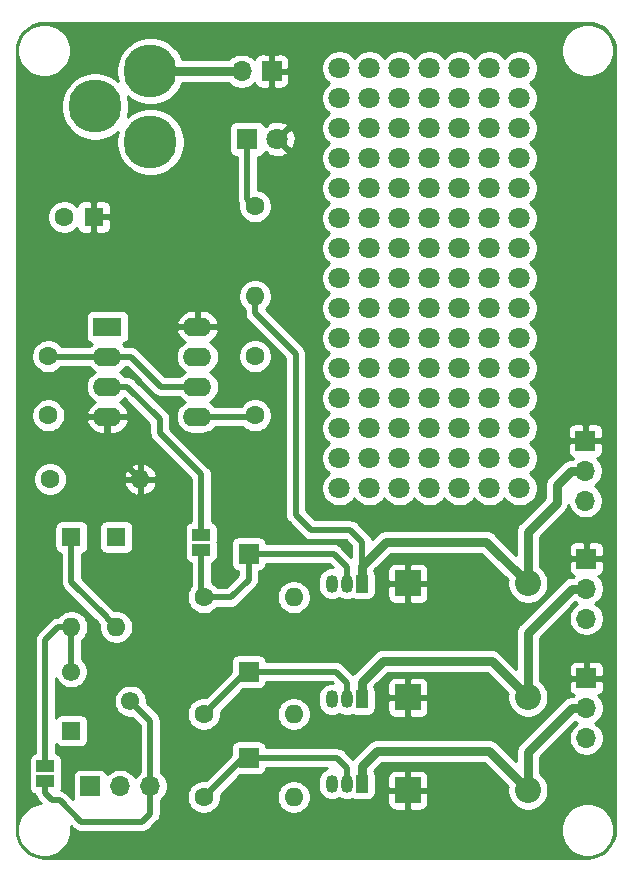
<source format=gbr>
G04 #@! TF.GenerationSoftware,KiCad,Pcbnew,(5.1.5)-3*
G04 #@! TF.CreationDate,2023-01-24T14:10:26+01:00*
G04 #@! TF.ProjectId,pump controller schematics,70756d70-2063-46f6-9e74-726f6c6c6572,rev?*
G04 #@! TF.SameCoordinates,Original*
G04 #@! TF.FileFunction,Copper,L1,Top*
G04 #@! TF.FilePolarity,Positive*
%FSLAX46Y46*%
G04 Gerber Fmt 4.6, Leading zero omitted, Abs format (unit mm)*
G04 Created by KiCad (PCBNEW (5.1.5)-3) date 2023-01-24 14:10:26*
%MOMM*%
%LPD*%
G04 APERTURE LIST*
%ADD10R,1.500000X1.000000*%
%ADD11C,1.600000*%
%ADD12R,1.600000X1.600000*%
%ADD13C,1.550000*%
%ADD14R,1.550000X1.550000*%
%ADD15O,1.050000X1.500000*%
%ADD16R,1.050000X1.500000*%
%ADD17R,1.700000X1.700000*%
%ADD18O,1.600000X1.600000*%
%ADD19O,1.700000X1.700000*%
%ADD20O,2.200000X2.200000*%
%ADD21R,2.200000X2.200000*%
%ADD22C,1.800000*%
%ADD23C,4.500000*%
%ADD24R,2.400000X1.600000*%
%ADD25O,2.400000X1.600000*%
%ADD26R,1.800000X1.800000*%
%ADD27C,0.500000*%
%ADD28C,0.750000*%
%ADD29C,0.254000*%
G04 APERTURE END LIST*
D10*
X3100000Y-63600000D03*
X3100000Y-64900000D03*
D11*
X4700000Y-17100000D03*
D12*
X7200000Y-17100000D03*
D13*
X10300000Y-58100000D03*
D14*
X5300000Y-60600000D03*
D13*
X5300000Y-55600000D03*
D15*
X28630000Y-48150000D03*
X27360000Y-48150000D03*
D16*
X29900000Y-48150000D03*
D17*
X20300000Y-45600000D03*
X20300000Y-62900000D03*
X20300000Y-55600000D03*
D18*
X24120000Y-66200000D03*
D11*
X16500000Y-66200000D03*
D18*
X24120000Y-59200000D03*
D11*
X16500000Y-59200000D03*
D15*
X28630000Y-65100000D03*
X27360000Y-65100000D03*
D16*
X29900000Y-65100000D03*
D15*
X28630000Y-57950000D03*
X27360000Y-57950000D03*
D16*
X29900000Y-57950000D03*
D19*
X48900000Y-61230000D03*
X48900000Y-58690000D03*
D17*
X48900000Y-56150000D03*
D19*
X48900000Y-51105000D03*
X48900000Y-48565000D03*
D17*
X48900000Y-46025000D03*
D20*
X43960000Y-65625000D03*
D21*
X33800000Y-65625000D03*
D20*
X43960000Y-57775000D03*
D21*
X33800000Y-57775000D03*
D10*
X16300000Y-45300000D03*
X16300000Y-44000000D03*
D22*
X43240000Y-40060000D03*
X40700000Y-40060000D03*
X38160000Y-40060000D03*
X35620000Y-40060000D03*
X33080000Y-40060000D03*
X30540000Y-40060000D03*
X28000000Y-40060000D03*
X43240000Y-37520000D03*
X40700000Y-37520000D03*
X38160000Y-37520000D03*
X35620000Y-37520000D03*
X33080000Y-37520000D03*
X30540000Y-37520000D03*
X28000000Y-37520000D03*
X43240000Y-34980000D03*
X40700000Y-34980000D03*
X38160000Y-34980000D03*
X35620000Y-34980000D03*
X33080000Y-34980000D03*
X30540000Y-34980000D03*
X28000000Y-34980000D03*
X43240000Y-32440000D03*
X40700000Y-32440000D03*
X38160000Y-32440000D03*
X35620000Y-32440000D03*
X33080000Y-32440000D03*
X30540000Y-32440000D03*
X28000000Y-32440000D03*
X43240000Y-29900000D03*
X40700000Y-29900000D03*
X38160000Y-29900000D03*
X35620000Y-29900000D03*
X33080000Y-29900000D03*
X30540000Y-29900000D03*
X28000000Y-29900000D03*
X43240000Y-27360000D03*
X40700000Y-27360000D03*
X38160000Y-27360000D03*
X35620000Y-27360000D03*
X33080000Y-27360000D03*
X30540000Y-27360000D03*
X28000000Y-27360000D03*
X43240000Y-24820000D03*
X40700000Y-24820000D03*
X38160000Y-24820000D03*
X35620000Y-24820000D03*
X33080000Y-24820000D03*
X30540000Y-24820000D03*
X28000000Y-24820000D03*
X43240000Y-22280000D03*
X40700000Y-22280000D03*
X38160000Y-22280000D03*
X35620000Y-22280000D03*
X33080000Y-22280000D03*
X30540000Y-22280000D03*
X28000000Y-22280000D03*
X43240000Y-19740000D03*
X40700000Y-19740000D03*
X38160000Y-19740000D03*
X35620000Y-19740000D03*
X33080000Y-19740000D03*
X30540000Y-19740000D03*
X28000000Y-19740000D03*
X43240000Y-17200000D03*
X40700000Y-17200000D03*
X38160000Y-17200000D03*
X35620000Y-17200000D03*
X33080000Y-17200000D03*
X30540000Y-17200000D03*
X28000000Y-17200000D03*
X43240000Y-14660000D03*
X40700000Y-14660000D03*
X38160000Y-14660000D03*
X35620000Y-14660000D03*
X33080000Y-14660000D03*
X30540000Y-14660000D03*
X28000000Y-14660000D03*
X43240000Y-12120000D03*
X40700000Y-12120000D03*
X38160000Y-12120000D03*
X35620000Y-12120000D03*
X33080000Y-12120000D03*
X30540000Y-12120000D03*
X28000000Y-12120000D03*
X43240000Y-9580000D03*
X40700000Y-9580000D03*
X38160000Y-9580000D03*
X35620000Y-9580000D03*
X33080000Y-9580000D03*
X30540000Y-9580000D03*
X28000000Y-9580000D03*
X43240000Y-7040000D03*
X40700000Y-7040000D03*
X38160000Y-7040000D03*
X35620000Y-7040000D03*
X33080000Y-7040000D03*
X30540000Y-7040000D03*
X28000000Y-7040000D03*
X43240000Y-4500000D03*
X40700000Y-4500000D03*
X38160000Y-4500000D03*
X35620000Y-4500000D03*
X33080000Y-4500000D03*
X30540000Y-4500000D03*
X28000000Y-4500000D03*
D11*
X3500000Y-39300000D03*
D18*
X11120000Y-39300000D03*
D23*
X12000000Y-10750000D03*
X12000000Y-4750000D03*
X7300000Y-7750000D03*
D17*
X22250000Y-4750000D03*
D19*
X19710000Y-4750000D03*
D11*
X20850000Y-33900000D03*
X20850000Y-28900000D03*
X3350000Y-33900000D03*
X3350000Y-28900000D03*
D24*
X8350000Y-26400000D03*
D25*
X15970000Y-34020000D03*
X8350000Y-28940000D03*
X15970000Y-31480000D03*
X8350000Y-31480000D03*
X15970000Y-28940000D03*
X8350000Y-34020000D03*
X15970000Y-26400000D03*
D17*
X6890000Y-65300000D03*
D19*
X9430000Y-65300000D03*
X11970000Y-65300000D03*
D18*
X20850000Y-23820000D03*
D11*
X20850000Y-16200000D03*
X16500000Y-49300000D03*
D18*
X24120000Y-49300000D03*
D17*
X48825000Y-36050000D03*
D19*
X48825000Y-38590000D03*
X48825000Y-41130000D03*
D26*
X20200000Y-10500000D03*
D22*
X22740000Y-10500000D03*
D21*
X33800000Y-48125000D03*
D20*
X43960000Y-48125000D03*
D18*
X5300000Y-51820000D03*
D12*
X5300000Y-44200000D03*
D18*
X9100000Y-51820000D03*
D12*
X9100000Y-44200000D03*
D27*
X8350000Y-28940000D02*
X10340000Y-28940000D01*
X12880000Y-31480000D02*
X15970000Y-31480000D01*
X3390000Y-28940000D02*
X3350000Y-28900000D01*
X8350000Y-28940000D02*
X3390000Y-28940000D01*
X10340000Y-28940000D02*
X11600000Y-30200000D01*
X11600000Y-30200000D02*
X12880000Y-31480000D01*
X20730000Y-34020000D02*
X20850000Y-33900000D01*
X15970000Y-34020000D02*
X20730000Y-34020000D01*
X29900000Y-44600000D02*
X29900000Y-48150000D01*
X24300000Y-28670000D02*
X24300000Y-42300000D01*
X25600000Y-43600000D02*
X28900000Y-43600000D01*
X20850000Y-25220000D02*
X24300000Y-28670000D01*
X28900000Y-43600000D02*
X29900000Y-44600000D01*
X24300000Y-42300000D02*
X25600000Y-43600000D01*
D28*
X47622919Y-38590000D02*
X46400000Y-39812919D01*
X48825000Y-38590000D02*
X47622919Y-38590000D01*
X46400000Y-39812919D02*
X46400000Y-41300000D01*
X43960000Y-43740000D02*
X43960000Y-48125000D01*
X46400000Y-41300000D02*
X43960000Y-43740000D01*
X29900000Y-46650000D02*
X31950000Y-44600000D01*
X29900000Y-48150000D02*
X29900000Y-46650000D01*
X40435000Y-44600000D02*
X43960000Y-48125000D01*
X31950000Y-44600000D02*
X40435000Y-44600000D01*
D27*
X20850000Y-25220000D02*
X20850000Y-23820000D01*
D28*
X29900000Y-56450000D02*
X31650000Y-54700000D01*
X29900000Y-57950000D02*
X29900000Y-56450000D01*
X40885000Y-54700000D02*
X43960000Y-57775000D01*
X31650000Y-54700000D02*
X40885000Y-54700000D01*
X43960000Y-56219366D02*
X43960000Y-57775000D01*
X43960000Y-52302919D02*
X43960000Y-56219366D01*
X47697919Y-48565000D02*
X43960000Y-52302919D01*
X48900000Y-48565000D02*
X47697919Y-48565000D01*
X29900000Y-63600000D02*
X31200000Y-62300000D01*
X29900000Y-65100000D02*
X29900000Y-63600000D01*
X40635000Y-62300000D02*
X43960000Y-65625000D01*
X31200000Y-62300000D02*
X40635000Y-62300000D01*
X43960000Y-64069366D02*
X43960000Y-65625000D01*
X43960000Y-62427919D02*
X43960000Y-64069366D01*
X47697919Y-58690000D02*
X43960000Y-62427919D01*
X48900000Y-58690000D02*
X47697919Y-58690000D01*
D27*
X20200000Y-15550000D02*
X20850000Y-16200000D01*
X20200000Y-10500000D02*
X20200000Y-15550000D01*
X8350000Y-36530000D02*
X11120000Y-39300000D01*
X8350000Y-34020000D02*
X8350000Y-36530000D01*
X8300001Y-51020001D02*
X8300001Y-51000001D01*
X9100000Y-51820000D02*
X8300001Y-51020001D01*
X5300000Y-48000000D02*
X5300000Y-44200000D01*
X8300001Y-51000001D02*
X5300000Y-48000000D01*
X4168630Y-51820000D02*
X3100000Y-52888630D01*
X5300000Y-51820000D02*
X4168630Y-51820000D01*
X3100000Y-52888630D02*
X3100000Y-61200000D01*
X3100000Y-61200000D02*
X3100000Y-63600000D01*
X5300000Y-51820000D02*
X5300000Y-55600000D01*
X20100000Y-55600000D02*
X20300000Y-55600000D01*
X16500000Y-59200000D02*
X20100000Y-55600000D01*
X20300000Y-55600000D02*
X27700000Y-55600000D01*
X28630000Y-56530000D02*
X28630000Y-57950000D01*
X27700000Y-55600000D02*
X28630000Y-56530000D01*
X19800000Y-62900000D02*
X20300000Y-62900000D01*
X16500000Y-66200000D02*
X19800000Y-62900000D01*
X20300000Y-62900000D02*
X27800000Y-62900000D01*
X28630000Y-63730000D02*
X28630000Y-65100000D01*
X27800000Y-62900000D02*
X28630000Y-63730000D01*
X6700000Y-64950000D02*
X6900000Y-65150000D01*
X20300000Y-47800000D02*
X20300000Y-45600000D01*
X16500000Y-49300000D02*
X18800000Y-49300000D01*
X18800000Y-49300000D02*
X20300000Y-47800000D01*
X20300000Y-45600000D02*
X27500000Y-45600000D01*
X28630000Y-46730000D02*
X28630000Y-48150000D01*
X27500000Y-45600000D02*
X28630000Y-46730000D01*
X16300000Y-49100000D02*
X16500000Y-49300000D01*
X16300000Y-45300000D02*
X16300000Y-49100000D01*
X10050000Y-31480000D02*
X12800000Y-34230000D01*
X8350000Y-31480000D02*
X10050000Y-31480000D01*
X12800000Y-34230000D02*
X12800000Y-35400000D01*
X16300000Y-38900000D02*
X16300000Y-44000000D01*
X12800000Y-35400000D02*
X16300000Y-38900000D01*
D28*
X18507919Y-4750000D02*
X12000000Y-4750000D01*
X19710000Y-4750000D02*
X18507919Y-4750000D01*
D27*
X11970000Y-59770000D02*
X10300000Y-58100000D01*
X11970000Y-65300000D02*
X11970000Y-59770000D01*
X11970000Y-67630000D02*
X11970000Y-65300000D01*
X11300000Y-68300000D02*
X11970000Y-67630000D01*
X3100000Y-65900000D02*
X3700000Y-66500000D01*
X3100000Y-64900000D02*
X3100000Y-65900000D01*
X6100000Y-68300000D02*
X11300000Y-68300000D01*
X3700000Y-66500000D02*
X4300000Y-66500000D01*
X4300000Y-66500000D02*
X6100000Y-68300000D01*
D29*
G36*
X49453893Y-707670D02*
G01*
X49890498Y-839489D01*
X50293185Y-1053600D01*
X50646612Y-1341848D01*
X50937327Y-1693261D01*
X51154242Y-2094439D01*
X51289106Y-2530113D01*
X51340000Y-3014344D01*
X51340001Y-68967711D01*
X51292330Y-69453894D01*
X51160512Y-69890497D01*
X50946399Y-70293186D01*
X50658150Y-70646613D01*
X50306739Y-70937327D01*
X49905564Y-71154240D01*
X49469886Y-71289106D01*
X48985664Y-71340000D01*
X3032279Y-71340000D01*
X2546106Y-71292330D01*
X2109503Y-71160512D01*
X1706814Y-70946399D01*
X1353387Y-70658150D01*
X1062673Y-70306739D01*
X845760Y-69905564D01*
X710894Y-69469886D01*
X660000Y-68985664D01*
X660000Y-68776521D01*
X730979Y-68776521D01*
X730979Y-69223479D01*
X818176Y-69661849D01*
X989220Y-70074785D01*
X1237536Y-70446417D01*
X1553583Y-70762464D01*
X1925215Y-71010780D01*
X2338151Y-71181824D01*
X2776521Y-71269021D01*
X3223479Y-71269021D01*
X3661849Y-71181824D01*
X4074785Y-71010780D01*
X4446417Y-70762464D01*
X4762464Y-70446417D01*
X5010780Y-70074785D01*
X5181824Y-69661849D01*
X5269021Y-69223479D01*
X5269021Y-68776521D01*
X5255136Y-68706715D01*
X5443470Y-68895049D01*
X5471183Y-68928817D01*
X5504951Y-68956530D01*
X5504953Y-68956532D01*
X5576452Y-69015210D01*
X5605941Y-69039411D01*
X5759687Y-69121589D01*
X5926510Y-69172195D01*
X6056523Y-69185000D01*
X6056533Y-69185000D01*
X6099999Y-69189281D01*
X6143465Y-69185000D01*
X11256531Y-69185000D01*
X11300000Y-69189281D01*
X11343469Y-69185000D01*
X11343477Y-69185000D01*
X11473490Y-69172195D01*
X11640313Y-69121589D01*
X11794059Y-69039411D01*
X11928817Y-68928817D01*
X11956534Y-68895044D01*
X12075057Y-68776521D01*
X46730979Y-68776521D01*
X46730979Y-69223479D01*
X46818176Y-69661849D01*
X46989220Y-70074785D01*
X47237536Y-70446417D01*
X47553583Y-70762464D01*
X47925215Y-71010780D01*
X48338151Y-71181824D01*
X48776521Y-71269021D01*
X49223479Y-71269021D01*
X49661849Y-71181824D01*
X50074785Y-71010780D01*
X50446417Y-70762464D01*
X50762464Y-70446417D01*
X51010780Y-70074785D01*
X51181824Y-69661849D01*
X51269021Y-69223479D01*
X51269021Y-68776521D01*
X51181824Y-68338151D01*
X51010780Y-67925215D01*
X50762464Y-67553583D01*
X50446417Y-67237536D01*
X50074785Y-66989220D01*
X49661849Y-66818176D01*
X49223479Y-66730979D01*
X48776521Y-66730979D01*
X48338151Y-66818176D01*
X47925215Y-66989220D01*
X47553583Y-67237536D01*
X47237536Y-67553583D01*
X46989220Y-67925215D01*
X46818176Y-68338151D01*
X46730979Y-68776521D01*
X12075057Y-68776521D01*
X12565050Y-68286529D01*
X12598817Y-68258817D01*
X12709411Y-68124059D01*
X12791589Y-67970313D01*
X12842195Y-67803490D01*
X12855000Y-67673477D01*
X12855000Y-67673467D01*
X12859281Y-67630001D01*
X12855000Y-67586534D01*
X12855000Y-66494656D01*
X12916632Y-66453475D01*
X13123475Y-66246632D01*
X13249070Y-66058665D01*
X15065000Y-66058665D01*
X15065000Y-66341335D01*
X15120147Y-66618574D01*
X15228320Y-66879727D01*
X15385363Y-67114759D01*
X15585241Y-67314637D01*
X15820273Y-67471680D01*
X16081426Y-67579853D01*
X16358665Y-67635000D01*
X16641335Y-67635000D01*
X16918574Y-67579853D01*
X17179727Y-67471680D01*
X17414759Y-67314637D01*
X17614637Y-67114759D01*
X17771680Y-66879727D01*
X17879853Y-66618574D01*
X17935000Y-66341335D01*
X17935000Y-66058665D01*
X22685000Y-66058665D01*
X22685000Y-66341335D01*
X22740147Y-66618574D01*
X22848320Y-66879727D01*
X23005363Y-67114759D01*
X23205241Y-67314637D01*
X23440273Y-67471680D01*
X23701426Y-67579853D01*
X23978665Y-67635000D01*
X24261335Y-67635000D01*
X24538574Y-67579853D01*
X24799727Y-67471680D01*
X25034759Y-67314637D01*
X25234637Y-67114759D01*
X25391680Y-66879727D01*
X25455769Y-66725000D01*
X32061928Y-66725000D01*
X32074188Y-66849482D01*
X32110498Y-66969180D01*
X32169463Y-67079494D01*
X32248815Y-67176185D01*
X32345506Y-67255537D01*
X32455820Y-67314502D01*
X32575518Y-67350812D01*
X32700000Y-67363072D01*
X33514250Y-67360000D01*
X33673000Y-67201250D01*
X33673000Y-65752000D01*
X33927000Y-65752000D01*
X33927000Y-67201250D01*
X34085750Y-67360000D01*
X34900000Y-67363072D01*
X35024482Y-67350812D01*
X35144180Y-67314502D01*
X35254494Y-67255537D01*
X35351185Y-67176185D01*
X35430537Y-67079494D01*
X35489502Y-66969180D01*
X35525812Y-66849482D01*
X35538072Y-66725000D01*
X35535000Y-65910750D01*
X35376250Y-65752000D01*
X33927000Y-65752000D01*
X33673000Y-65752000D01*
X32223750Y-65752000D01*
X32065000Y-65910750D01*
X32061928Y-66725000D01*
X25455769Y-66725000D01*
X25499853Y-66618574D01*
X25555000Y-66341335D01*
X25555000Y-66058665D01*
X25499853Y-65781426D01*
X25391680Y-65520273D01*
X25234637Y-65285241D01*
X25034759Y-65085363D01*
X24799727Y-64928320D01*
X24538574Y-64820147D01*
X24261335Y-64765000D01*
X23978665Y-64765000D01*
X23701426Y-64820147D01*
X23440273Y-64928320D01*
X23205241Y-65085363D01*
X23005363Y-65285241D01*
X22848320Y-65520273D01*
X22740147Y-65781426D01*
X22685000Y-66058665D01*
X17935000Y-66058665D01*
X17928017Y-66023561D01*
X19563507Y-64388072D01*
X21150000Y-64388072D01*
X21274482Y-64375812D01*
X21394180Y-64339502D01*
X21504494Y-64280537D01*
X21601185Y-64201185D01*
X21680537Y-64104494D01*
X21739502Y-63994180D01*
X21775812Y-63874482D01*
X21784625Y-63785000D01*
X26957175Y-63785000D01*
X26913941Y-63798115D01*
X26712422Y-63905829D01*
X26535789Y-64050788D01*
X26390830Y-64227421D01*
X26283115Y-64428940D01*
X26216785Y-64647600D01*
X26200000Y-64818021D01*
X26200000Y-65381978D01*
X26216785Y-65552399D01*
X26283115Y-65771059D01*
X26390829Y-65972578D01*
X26535788Y-66149212D01*
X26712421Y-66294171D01*
X26913940Y-66401885D01*
X27132600Y-66468215D01*
X27360000Y-66490612D01*
X27587399Y-66468215D01*
X27806059Y-66401885D01*
X27995000Y-66300894D01*
X28183940Y-66401885D01*
X28402600Y-66468215D01*
X28630000Y-66490612D01*
X28857399Y-66468215D01*
X29066098Y-66404907D01*
X29130820Y-66439502D01*
X29250518Y-66475812D01*
X29375000Y-66488072D01*
X30425000Y-66488072D01*
X30549482Y-66475812D01*
X30669180Y-66439502D01*
X30779494Y-66380537D01*
X30876185Y-66301185D01*
X30955537Y-66204494D01*
X31014502Y-66094180D01*
X31050812Y-65974482D01*
X31063072Y-65850000D01*
X31063072Y-64525000D01*
X32061928Y-64525000D01*
X32065000Y-65339250D01*
X32223750Y-65498000D01*
X33673000Y-65498000D01*
X33673000Y-64048750D01*
X33927000Y-64048750D01*
X33927000Y-65498000D01*
X35376250Y-65498000D01*
X35535000Y-65339250D01*
X35538072Y-64525000D01*
X35525812Y-64400518D01*
X35489502Y-64280820D01*
X35430537Y-64170506D01*
X35351185Y-64073815D01*
X35254494Y-63994463D01*
X35144180Y-63935498D01*
X35024482Y-63899188D01*
X34900000Y-63886928D01*
X34085750Y-63890000D01*
X33927000Y-64048750D01*
X33673000Y-64048750D01*
X33514250Y-63890000D01*
X32700000Y-63886928D01*
X32575518Y-63899188D01*
X32455820Y-63935498D01*
X32345506Y-63994463D01*
X32248815Y-64073815D01*
X32169463Y-64170506D01*
X32110498Y-64280820D01*
X32074188Y-64400518D01*
X32061928Y-64525000D01*
X31063072Y-64525000D01*
X31063072Y-64350000D01*
X31050812Y-64225518D01*
X31014502Y-64105820D01*
X30955537Y-63995506D01*
X30945310Y-63983045D01*
X31618356Y-63310000D01*
X40216645Y-63310000D01*
X42247524Y-65340879D01*
X42225000Y-65454117D01*
X42225000Y-65795883D01*
X42291675Y-66131081D01*
X42422463Y-66446831D01*
X42612337Y-66730998D01*
X42854002Y-66972663D01*
X43138169Y-67162537D01*
X43453919Y-67293325D01*
X43789117Y-67360000D01*
X44130883Y-67360000D01*
X44466081Y-67293325D01*
X44781831Y-67162537D01*
X45065998Y-66972663D01*
X45307663Y-66730998D01*
X45497537Y-66446831D01*
X45628325Y-66131081D01*
X45695000Y-65795883D01*
X45695000Y-65454117D01*
X45628325Y-65118919D01*
X45497537Y-64803169D01*
X45307663Y-64519002D01*
X45065998Y-64277337D01*
X44970000Y-64213193D01*
X44970000Y-62846274D01*
X47965017Y-59851258D01*
X48127760Y-59960000D01*
X47953368Y-60076525D01*
X47746525Y-60283368D01*
X47584010Y-60526589D01*
X47472068Y-60796842D01*
X47415000Y-61083740D01*
X47415000Y-61376260D01*
X47472068Y-61663158D01*
X47584010Y-61933411D01*
X47746525Y-62176632D01*
X47953368Y-62383475D01*
X48196589Y-62545990D01*
X48466842Y-62657932D01*
X48753740Y-62715000D01*
X49046260Y-62715000D01*
X49333158Y-62657932D01*
X49603411Y-62545990D01*
X49846632Y-62383475D01*
X50053475Y-62176632D01*
X50215990Y-61933411D01*
X50327932Y-61663158D01*
X50385000Y-61376260D01*
X50385000Y-61083740D01*
X50327932Y-60796842D01*
X50215990Y-60526589D01*
X50053475Y-60283368D01*
X49846632Y-60076525D01*
X49672240Y-59960000D01*
X49846632Y-59843475D01*
X50053475Y-59636632D01*
X50215990Y-59393411D01*
X50327932Y-59123158D01*
X50385000Y-58836260D01*
X50385000Y-58543740D01*
X50327932Y-58256842D01*
X50215990Y-57986589D01*
X50053475Y-57743368D01*
X49921620Y-57611513D01*
X49994180Y-57589502D01*
X50104494Y-57530537D01*
X50201185Y-57451185D01*
X50280537Y-57354494D01*
X50339502Y-57244180D01*
X50375812Y-57124482D01*
X50388072Y-57000000D01*
X50385000Y-56435750D01*
X50226250Y-56277000D01*
X49027000Y-56277000D01*
X49027000Y-56297000D01*
X48773000Y-56297000D01*
X48773000Y-56277000D01*
X47573750Y-56277000D01*
X47415000Y-56435750D01*
X47411928Y-57000000D01*
X47424188Y-57124482D01*
X47460498Y-57244180D01*
X47519463Y-57354494D01*
X47598815Y-57451185D01*
X47695506Y-57530537D01*
X47805820Y-57589502D01*
X47878380Y-57611513D01*
X47809893Y-57680000D01*
X47747527Y-57680000D01*
X47697919Y-57675114D01*
X47499924Y-57694615D01*
X47339208Y-57743368D01*
X47309539Y-57752368D01*
X47134079Y-57846153D01*
X46980286Y-57972367D01*
X46948663Y-58010900D01*
X43280906Y-61678658D01*
X43242367Y-61710286D01*
X43116153Y-61864079D01*
X43037773Y-62010719D01*
X43022368Y-62039540D01*
X42964615Y-62229925D01*
X42945114Y-62427919D01*
X42950000Y-62477527D01*
X42950000Y-63186645D01*
X41384261Y-61620906D01*
X41352633Y-61582367D01*
X41198840Y-61456153D01*
X41023380Y-61362368D01*
X40832994Y-61304615D01*
X40684608Y-61290000D01*
X40635000Y-61285114D01*
X40585392Y-61290000D01*
X31249608Y-61290000D01*
X31200000Y-61285114D01*
X31002005Y-61304615D01*
X30811620Y-61362368D01*
X30636160Y-61456153D01*
X30482367Y-61582367D01*
X30450743Y-61620901D01*
X29220901Y-62850744D01*
X29182368Y-62882367D01*
X29150745Y-62920900D01*
X29150744Y-62920901D01*
X29115466Y-62963887D01*
X28456534Y-62304956D01*
X28428817Y-62271183D01*
X28294059Y-62160589D01*
X28140313Y-62078411D01*
X27973490Y-62027805D01*
X27843477Y-62015000D01*
X27843469Y-62015000D01*
X27800000Y-62010719D01*
X27756531Y-62015000D01*
X21784625Y-62015000D01*
X21775812Y-61925518D01*
X21739502Y-61805820D01*
X21680537Y-61695506D01*
X21601185Y-61598815D01*
X21504494Y-61519463D01*
X21394180Y-61460498D01*
X21274482Y-61424188D01*
X21150000Y-61411928D01*
X19450000Y-61411928D01*
X19325518Y-61424188D01*
X19205820Y-61460498D01*
X19095506Y-61519463D01*
X18998815Y-61598815D01*
X18919463Y-61695506D01*
X18860498Y-61805820D01*
X18824188Y-61925518D01*
X18811928Y-62050000D01*
X18811928Y-62636493D01*
X16676439Y-64771983D01*
X16641335Y-64765000D01*
X16358665Y-64765000D01*
X16081426Y-64820147D01*
X15820273Y-64928320D01*
X15585241Y-65085363D01*
X15385363Y-65285241D01*
X15228320Y-65520273D01*
X15120147Y-65781426D01*
X15065000Y-66058665D01*
X13249070Y-66058665D01*
X13285990Y-66003411D01*
X13397932Y-65733158D01*
X13455000Y-65446260D01*
X13455000Y-65153740D01*
X13397932Y-64866842D01*
X13285990Y-64596589D01*
X13123475Y-64353368D01*
X12916632Y-64146525D01*
X12855000Y-64105344D01*
X12855000Y-59813469D01*
X12859281Y-59770000D01*
X12855000Y-59726531D01*
X12855000Y-59726523D01*
X12842195Y-59596510D01*
X12791589Y-59429687D01*
X12791589Y-59429686D01*
X12709411Y-59275941D01*
X12626532Y-59174953D01*
X12626530Y-59174951D01*
X12598817Y-59141183D01*
X12565049Y-59113470D01*
X12510244Y-59058665D01*
X15065000Y-59058665D01*
X15065000Y-59341335D01*
X15120147Y-59618574D01*
X15228320Y-59879727D01*
X15385363Y-60114759D01*
X15585241Y-60314637D01*
X15820273Y-60471680D01*
X16081426Y-60579853D01*
X16358665Y-60635000D01*
X16641335Y-60635000D01*
X16918574Y-60579853D01*
X17179727Y-60471680D01*
X17414759Y-60314637D01*
X17614637Y-60114759D01*
X17771680Y-59879727D01*
X17879853Y-59618574D01*
X17935000Y-59341335D01*
X17935000Y-59058665D01*
X22685000Y-59058665D01*
X22685000Y-59341335D01*
X22740147Y-59618574D01*
X22848320Y-59879727D01*
X23005363Y-60114759D01*
X23205241Y-60314637D01*
X23440273Y-60471680D01*
X23701426Y-60579853D01*
X23978665Y-60635000D01*
X24261335Y-60635000D01*
X24538574Y-60579853D01*
X24799727Y-60471680D01*
X25034759Y-60314637D01*
X25234637Y-60114759D01*
X25391680Y-59879727D01*
X25499853Y-59618574D01*
X25555000Y-59341335D01*
X25555000Y-59058665D01*
X25499853Y-58781426D01*
X25391680Y-58520273D01*
X25234637Y-58285241D01*
X25034759Y-58085363D01*
X24799727Y-57928320D01*
X24538574Y-57820147D01*
X24261335Y-57765000D01*
X23978665Y-57765000D01*
X23701426Y-57820147D01*
X23440273Y-57928320D01*
X23205241Y-58085363D01*
X23005363Y-58285241D01*
X22848320Y-58520273D01*
X22740147Y-58781426D01*
X22685000Y-59058665D01*
X17935000Y-59058665D01*
X17928017Y-59023561D01*
X19863507Y-57088072D01*
X21150000Y-57088072D01*
X21274482Y-57075812D01*
X21394180Y-57039502D01*
X21504494Y-56980537D01*
X21601185Y-56901185D01*
X21680537Y-56804494D01*
X21739502Y-56694180D01*
X21775812Y-56574482D01*
X21784625Y-56485000D01*
X27333422Y-56485000D01*
X27413033Y-56564611D01*
X27360000Y-56559388D01*
X27132601Y-56581785D01*
X26913941Y-56648115D01*
X26712422Y-56755829D01*
X26535789Y-56900788D01*
X26390830Y-57077421D01*
X26283115Y-57278940D01*
X26216785Y-57497600D01*
X26200000Y-57668021D01*
X26200000Y-58231978D01*
X26216785Y-58402399D01*
X26283115Y-58621059D01*
X26390829Y-58822578D01*
X26535788Y-58999212D01*
X26712421Y-59144171D01*
X26913940Y-59251885D01*
X27132600Y-59318215D01*
X27360000Y-59340612D01*
X27587399Y-59318215D01*
X27806059Y-59251885D01*
X27995000Y-59150894D01*
X28183940Y-59251885D01*
X28402600Y-59318215D01*
X28630000Y-59340612D01*
X28857399Y-59318215D01*
X29066098Y-59254907D01*
X29130820Y-59289502D01*
X29250518Y-59325812D01*
X29375000Y-59338072D01*
X30425000Y-59338072D01*
X30549482Y-59325812D01*
X30669180Y-59289502D01*
X30779494Y-59230537D01*
X30876185Y-59151185D01*
X30955537Y-59054494D01*
X31014502Y-58944180D01*
X31035487Y-58875000D01*
X32061928Y-58875000D01*
X32074188Y-58999482D01*
X32110498Y-59119180D01*
X32169463Y-59229494D01*
X32248815Y-59326185D01*
X32345506Y-59405537D01*
X32455820Y-59464502D01*
X32575518Y-59500812D01*
X32700000Y-59513072D01*
X33514250Y-59510000D01*
X33673000Y-59351250D01*
X33673000Y-57902000D01*
X33927000Y-57902000D01*
X33927000Y-59351250D01*
X34085750Y-59510000D01*
X34900000Y-59513072D01*
X35024482Y-59500812D01*
X35144180Y-59464502D01*
X35254494Y-59405537D01*
X35351185Y-59326185D01*
X35430537Y-59229494D01*
X35489502Y-59119180D01*
X35525812Y-58999482D01*
X35538072Y-58875000D01*
X35535000Y-58060750D01*
X35376250Y-57902000D01*
X33927000Y-57902000D01*
X33673000Y-57902000D01*
X32223750Y-57902000D01*
X32065000Y-58060750D01*
X32061928Y-58875000D01*
X31035487Y-58875000D01*
X31050812Y-58824482D01*
X31063072Y-58700000D01*
X31063072Y-57200000D01*
X31050812Y-57075518D01*
X31014502Y-56955820D01*
X30955537Y-56845506D01*
X30945310Y-56833045D01*
X31103355Y-56675000D01*
X32061928Y-56675000D01*
X32065000Y-57489250D01*
X32223750Y-57648000D01*
X33673000Y-57648000D01*
X33673000Y-56198750D01*
X33927000Y-56198750D01*
X33927000Y-57648000D01*
X35376250Y-57648000D01*
X35535000Y-57489250D01*
X35538072Y-56675000D01*
X35525812Y-56550518D01*
X35489502Y-56430820D01*
X35430537Y-56320506D01*
X35351185Y-56223815D01*
X35254494Y-56144463D01*
X35144180Y-56085498D01*
X35024482Y-56049188D01*
X34900000Y-56036928D01*
X34085750Y-56040000D01*
X33927000Y-56198750D01*
X33673000Y-56198750D01*
X33514250Y-56040000D01*
X32700000Y-56036928D01*
X32575518Y-56049188D01*
X32455820Y-56085498D01*
X32345506Y-56144463D01*
X32248815Y-56223815D01*
X32169463Y-56320506D01*
X32110498Y-56430820D01*
X32074188Y-56550518D01*
X32061928Y-56675000D01*
X31103355Y-56675000D01*
X32068356Y-55710000D01*
X40466645Y-55710000D01*
X42247524Y-57490880D01*
X42225000Y-57604117D01*
X42225000Y-57945883D01*
X42291675Y-58281081D01*
X42422463Y-58596831D01*
X42612337Y-58880998D01*
X42854002Y-59122663D01*
X43138169Y-59312537D01*
X43453919Y-59443325D01*
X43789117Y-59510000D01*
X44130883Y-59510000D01*
X44466081Y-59443325D01*
X44781831Y-59312537D01*
X45065998Y-59122663D01*
X45307663Y-58880998D01*
X45497537Y-58596831D01*
X45628325Y-58281081D01*
X45695000Y-57945883D01*
X45695000Y-57604117D01*
X45628325Y-57268919D01*
X45497537Y-56953169D01*
X45307663Y-56669002D01*
X45065998Y-56427337D01*
X44970000Y-56363193D01*
X44970000Y-55300000D01*
X47411928Y-55300000D01*
X47415000Y-55864250D01*
X47573750Y-56023000D01*
X48773000Y-56023000D01*
X48773000Y-54823750D01*
X49027000Y-54823750D01*
X49027000Y-56023000D01*
X50226250Y-56023000D01*
X50385000Y-55864250D01*
X50388072Y-55300000D01*
X50375812Y-55175518D01*
X50339502Y-55055820D01*
X50280537Y-54945506D01*
X50201185Y-54848815D01*
X50104494Y-54769463D01*
X49994180Y-54710498D01*
X49874482Y-54674188D01*
X49750000Y-54661928D01*
X49185750Y-54665000D01*
X49027000Y-54823750D01*
X48773000Y-54823750D01*
X48614250Y-54665000D01*
X48050000Y-54661928D01*
X47925518Y-54674188D01*
X47805820Y-54710498D01*
X47695506Y-54769463D01*
X47598815Y-54848815D01*
X47519463Y-54945506D01*
X47460498Y-55055820D01*
X47424188Y-55175518D01*
X47411928Y-55300000D01*
X44970000Y-55300000D01*
X44970000Y-52721274D01*
X47965017Y-49726258D01*
X48127760Y-49835000D01*
X47953368Y-49951525D01*
X47746525Y-50158368D01*
X47584010Y-50401589D01*
X47472068Y-50671842D01*
X47415000Y-50958740D01*
X47415000Y-51251260D01*
X47472068Y-51538158D01*
X47584010Y-51808411D01*
X47746525Y-52051632D01*
X47953368Y-52258475D01*
X48196589Y-52420990D01*
X48466842Y-52532932D01*
X48753740Y-52590000D01*
X49046260Y-52590000D01*
X49333158Y-52532932D01*
X49603411Y-52420990D01*
X49846632Y-52258475D01*
X50053475Y-52051632D01*
X50215990Y-51808411D01*
X50327932Y-51538158D01*
X50385000Y-51251260D01*
X50385000Y-50958740D01*
X50327932Y-50671842D01*
X50215990Y-50401589D01*
X50053475Y-50158368D01*
X49846632Y-49951525D01*
X49672240Y-49835000D01*
X49846632Y-49718475D01*
X50053475Y-49511632D01*
X50215990Y-49268411D01*
X50327932Y-48998158D01*
X50385000Y-48711260D01*
X50385000Y-48418740D01*
X50327932Y-48131842D01*
X50215990Y-47861589D01*
X50053475Y-47618368D01*
X49921620Y-47486513D01*
X49994180Y-47464502D01*
X50104494Y-47405537D01*
X50201185Y-47326185D01*
X50280537Y-47229494D01*
X50339502Y-47119180D01*
X50375812Y-46999482D01*
X50388072Y-46875000D01*
X50385000Y-46310750D01*
X50226250Y-46152000D01*
X49027000Y-46152000D01*
X49027000Y-46172000D01*
X48773000Y-46172000D01*
X48773000Y-46152000D01*
X47573750Y-46152000D01*
X47415000Y-46310750D01*
X47411928Y-46875000D01*
X47424188Y-46999482D01*
X47460498Y-47119180D01*
X47519463Y-47229494D01*
X47598815Y-47326185D01*
X47695506Y-47405537D01*
X47805820Y-47464502D01*
X47878380Y-47486513D01*
X47809893Y-47555000D01*
X47747527Y-47555000D01*
X47697919Y-47550114D01*
X47499924Y-47569615D01*
X47336198Y-47619281D01*
X47309539Y-47627368D01*
X47134079Y-47721153D01*
X46980286Y-47847367D01*
X46948663Y-47885900D01*
X43280906Y-51553658D01*
X43242367Y-51585286D01*
X43116153Y-51739079D01*
X43045002Y-51872195D01*
X43022368Y-51914540D01*
X42964615Y-52104925D01*
X42945114Y-52302919D01*
X42950000Y-52352527D01*
X42950001Y-55336645D01*
X41634261Y-54020906D01*
X41602633Y-53982367D01*
X41448840Y-53856153D01*
X41273380Y-53762368D01*
X41082994Y-53704615D01*
X40934608Y-53690000D01*
X40885000Y-53685114D01*
X40835392Y-53690000D01*
X31699608Y-53690000D01*
X31650000Y-53685114D01*
X31452005Y-53704615D01*
X31266707Y-53760825D01*
X31261620Y-53762368D01*
X31086160Y-53856153D01*
X30932367Y-53982367D01*
X30900744Y-54020901D01*
X29220901Y-55700744D01*
X29182368Y-55732367D01*
X29150745Y-55770900D01*
X29150744Y-55770901D01*
X29138004Y-55786425D01*
X28356534Y-55004956D01*
X28328817Y-54971183D01*
X28194059Y-54860589D01*
X28040313Y-54778411D01*
X27873490Y-54727805D01*
X27743477Y-54715000D01*
X27743469Y-54715000D01*
X27700000Y-54710719D01*
X27656531Y-54715000D01*
X21784625Y-54715000D01*
X21775812Y-54625518D01*
X21739502Y-54505820D01*
X21680537Y-54395506D01*
X21601185Y-54298815D01*
X21504494Y-54219463D01*
X21394180Y-54160498D01*
X21274482Y-54124188D01*
X21150000Y-54111928D01*
X19450000Y-54111928D01*
X19325518Y-54124188D01*
X19205820Y-54160498D01*
X19095506Y-54219463D01*
X18998815Y-54298815D01*
X18919463Y-54395506D01*
X18860498Y-54505820D01*
X18824188Y-54625518D01*
X18811928Y-54750000D01*
X18811928Y-55636493D01*
X16676439Y-57771983D01*
X16641335Y-57765000D01*
X16358665Y-57765000D01*
X16081426Y-57820147D01*
X15820273Y-57928320D01*
X15585241Y-58085363D01*
X15385363Y-58285241D01*
X15228320Y-58520273D01*
X15120147Y-58781426D01*
X15065000Y-59058665D01*
X12510244Y-59058665D01*
X11706757Y-58255178D01*
X11710000Y-58238873D01*
X11710000Y-57961127D01*
X11655814Y-57688718D01*
X11549525Y-57432115D01*
X11395218Y-57201178D01*
X11198822Y-57004782D01*
X10967885Y-56850475D01*
X10711282Y-56744186D01*
X10438873Y-56690000D01*
X10161127Y-56690000D01*
X9888718Y-56744186D01*
X9632115Y-56850475D01*
X9401178Y-57004782D01*
X9204782Y-57201178D01*
X9050475Y-57432115D01*
X8944186Y-57688718D01*
X8890000Y-57961127D01*
X8890000Y-58238873D01*
X8944186Y-58511282D01*
X9050475Y-58767885D01*
X9204782Y-58998822D01*
X9401178Y-59195218D01*
X9632115Y-59349525D01*
X9888718Y-59455814D01*
X10161127Y-59510000D01*
X10438873Y-59510000D01*
X10455178Y-59506757D01*
X11085001Y-60136580D01*
X11085000Y-64105344D01*
X11023368Y-64146525D01*
X10816525Y-64353368D01*
X10700000Y-64527760D01*
X10583475Y-64353368D01*
X10376632Y-64146525D01*
X10133411Y-63984010D01*
X9863158Y-63872068D01*
X9576260Y-63815000D01*
X9283740Y-63815000D01*
X8996842Y-63872068D01*
X8726589Y-63984010D01*
X8483368Y-64146525D01*
X8351513Y-64278380D01*
X8329502Y-64205820D01*
X8270537Y-64095506D01*
X8191185Y-63998815D01*
X8094494Y-63919463D01*
X7984180Y-63860498D01*
X7864482Y-63824188D01*
X7740000Y-63811928D01*
X6040000Y-63811928D01*
X5915518Y-63824188D01*
X5795820Y-63860498D01*
X5685506Y-63919463D01*
X5588815Y-63998815D01*
X5509463Y-64095506D01*
X5450498Y-64205820D01*
X5414188Y-64325518D01*
X5401928Y-64450000D01*
X5401928Y-66150000D01*
X5414188Y-66274482D01*
X5450498Y-66394180D01*
X5455941Y-66404362D01*
X4956534Y-65904956D01*
X4928817Y-65871183D01*
X4794059Y-65760589D01*
X4640313Y-65678411D01*
X4473490Y-65627805D01*
X4445311Y-65625030D01*
X4475812Y-65524482D01*
X4488072Y-65400000D01*
X4488072Y-64400000D01*
X4475812Y-64275518D01*
X4468071Y-64250000D01*
X4475812Y-64224482D01*
X4488072Y-64100000D01*
X4488072Y-63100000D01*
X4475812Y-62975518D01*
X4439502Y-62855820D01*
X4380537Y-62745506D01*
X4301185Y-62648815D01*
X4204494Y-62569463D01*
X4094180Y-62510498D01*
X3985000Y-62477379D01*
X3985000Y-61711790D01*
X3994463Y-61729494D01*
X4073815Y-61826185D01*
X4170506Y-61905537D01*
X4280820Y-61964502D01*
X4400518Y-62000812D01*
X4525000Y-62013072D01*
X6075000Y-62013072D01*
X6199482Y-62000812D01*
X6319180Y-61964502D01*
X6429494Y-61905537D01*
X6526185Y-61826185D01*
X6605537Y-61729494D01*
X6664502Y-61619180D01*
X6700812Y-61499482D01*
X6713072Y-61375000D01*
X6713072Y-59825000D01*
X6700812Y-59700518D01*
X6664502Y-59580820D01*
X6605537Y-59470506D01*
X6526185Y-59373815D01*
X6429494Y-59294463D01*
X6319180Y-59235498D01*
X6199482Y-59199188D01*
X6075000Y-59186928D01*
X4525000Y-59186928D01*
X4400518Y-59199188D01*
X4280820Y-59235498D01*
X4170506Y-59294463D01*
X4073815Y-59373815D01*
X3994463Y-59470506D01*
X3985000Y-59488210D01*
X3985000Y-56109815D01*
X4050475Y-56267885D01*
X4204782Y-56498822D01*
X4401178Y-56695218D01*
X4632115Y-56849525D01*
X4888718Y-56955814D01*
X5161127Y-57010000D01*
X5438873Y-57010000D01*
X5711282Y-56955814D01*
X5967885Y-56849525D01*
X6198822Y-56695218D01*
X6395218Y-56498822D01*
X6549525Y-56267885D01*
X6655814Y-56011282D01*
X6710000Y-55738873D01*
X6710000Y-55461127D01*
X6655814Y-55188718D01*
X6549525Y-54932115D01*
X6395218Y-54701178D01*
X6198822Y-54504782D01*
X6185000Y-54495546D01*
X6185000Y-52954521D01*
X6214759Y-52934637D01*
X6414637Y-52734759D01*
X6571680Y-52499727D01*
X6679853Y-52238574D01*
X6735000Y-51961335D01*
X6735000Y-51678665D01*
X6679853Y-51401426D01*
X6571680Y-51140273D01*
X6414637Y-50905241D01*
X6214759Y-50705363D01*
X5979727Y-50548320D01*
X5718574Y-50440147D01*
X5441335Y-50385000D01*
X5158665Y-50385000D01*
X4881426Y-50440147D01*
X4620273Y-50548320D01*
X4385241Y-50705363D01*
X4185363Y-50905241D01*
X4168319Y-50930750D01*
X4125163Y-50935000D01*
X4125153Y-50935000D01*
X3995140Y-50947805D01*
X3828317Y-50998411D01*
X3674571Y-51080589D01*
X3674569Y-51080590D01*
X3674570Y-51080590D01*
X3573583Y-51163468D01*
X3573581Y-51163470D01*
X3539813Y-51191183D01*
X3512100Y-51224951D01*
X2504956Y-52232096D01*
X2471183Y-52259813D01*
X2360589Y-52394572D01*
X2278411Y-52548318D01*
X2250117Y-52641589D01*
X2229583Y-52709281D01*
X2227805Y-52715141D01*
X2215000Y-52845154D01*
X2215000Y-52845161D01*
X2210719Y-52888630D01*
X2215000Y-52932099D01*
X2215001Y-61156514D01*
X2215000Y-61156524D01*
X2215001Y-62477378D01*
X2105820Y-62510498D01*
X1995506Y-62569463D01*
X1898815Y-62648815D01*
X1819463Y-62745506D01*
X1760498Y-62855820D01*
X1724188Y-62975518D01*
X1711928Y-63100000D01*
X1711928Y-64100000D01*
X1724188Y-64224482D01*
X1731929Y-64250000D01*
X1724188Y-64275518D01*
X1711928Y-64400000D01*
X1711928Y-65400000D01*
X1724188Y-65524482D01*
X1760498Y-65644180D01*
X1819463Y-65754494D01*
X1898815Y-65851185D01*
X1995506Y-65930537D01*
X2105820Y-65989502D01*
X2223035Y-66025059D01*
X2227805Y-66073490D01*
X2278412Y-66240313D01*
X2360590Y-66394059D01*
X2443468Y-66495046D01*
X2443471Y-66495049D01*
X2471184Y-66528817D01*
X2504951Y-66556529D01*
X2695514Y-66747092D01*
X2338151Y-66818176D01*
X1925215Y-66989220D01*
X1553583Y-67237536D01*
X1237536Y-67553583D01*
X989220Y-67925215D01*
X818176Y-68338151D01*
X730979Y-68776521D01*
X660000Y-68776521D01*
X660000Y-43400000D01*
X3861928Y-43400000D01*
X3861928Y-45000000D01*
X3874188Y-45124482D01*
X3910498Y-45244180D01*
X3969463Y-45354494D01*
X4048815Y-45451185D01*
X4145506Y-45530537D01*
X4255820Y-45589502D01*
X4375518Y-45625812D01*
X4415001Y-45629701D01*
X4415000Y-47956531D01*
X4410719Y-48000000D01*
X4415000Y-48043469D01*
X4415000Y-48043476D01*
X4427805Y-48173489D01*
X4478411Y-48340312D01*
X4560589Y-48494058D01*
X4671183Y-48628817D01*
X4704956Y-48656534D01*
X7558420Y-51509999D01*
X7560590Y-51514059D01*
X7670985Y-51648576D01*
X7665000Y-51678665D01*
X7665000Y-51961335D01*
X7720147Y-52238574D01*
X7828320Y-52499727D01*
X7985363Y-52734759D01*
X8185241Y-52934637D01*
X8420273Y-53091680D01*
X8681426Y-53199853D01*
X8958665Y-53255000D01*
X9241335Y-53255000D01*
X9518574Y-53199853D01*
X9779727Y-53091680D01*
X10014759Y-52934637D01*
X10214637Y-52734759D01*
X10371680Y-52499727D01*
X10479853Y-52238574D01*
X10535000Y-51961335D01*
X10535000Y-51678665D01*
X10479853Y-51401426D01*
X10371680Y-51140273D01*
X10214637Y-50905241D01*
X10014759Y-50705363D01*
X9779727Y-50548320D01*
X9518574Y-50440147D01*
X9241335Y-50385000D01*
X8958665Y-50385000D01*
X8942754Y-50388165D01*
X8928818Y-50371184D01*
X8895050Y-50343471D01*
X6185000Y-47633422D01*
X6185000Y-45629701D01*
X6224482Y-45625812D01*
X6344180Y-45589502D01*
X6454494Y-45530537D01*
X6551185Y-45451185D01*
X6630537Y-45354494D01*
X6689502Y-45244180D01*
X6725812Y-45124482D01*
X6738072Y-45000000D01*
X6738072Y-43400000D01*
X7661928Y-43400000D01*
X7661928Y-45000000D01*
X7674188Y-45124482D01*
X7710498Y-45244180D01*
X7769463Y-45354494D01*
X7848815Y-45451185D01*
X7945506Y-45530537D01*
X8055820Y-45589502D01*
X8175518Y-45625812D01*
X8300000Y-45638072D01*
X9900000Y-45638072D01*
X10024482Y-45625812D01*
X10144180Y-45589502D01*
X10254494Y-45530537D01*
X10351185Y-45451185D01*
X10430537Y-45354494D01*
X10489502Y-45244180D01*
X10525812Y-45124482D01*
X10538072Y-45000000D01*
X10538072Y-43400000D01*
X10525812Y-43275518D01*
X10489502Y-43155820D01*
X10430537Y-43045506D01*
X10351185Y-42948815D01*
X10254494Y-42869463D01*
X10144180Y-42810498D01*
X10024482Y-42774188D01*
X9900000Y-42761928D01*
X8300000Y-42761928D01*
X8175518Y-42774188D01*
X8055820Y-42810498D01*
X7945506Y-42869463D01*
X7848815Y-42948815D01*
X7769463Y-43045506D01*
X7710498Y-43155820D01*
X7674188Y-43275518D01*
X7661928Y-43400000D01*
X6738072Y-43400000D01*
X6725812Y-43275518D01*
X6689502Y-43155820D01*
X6630537Y-43045506D01*
X6551185Y-42948815D01*
X6454494Y-42869463D01*
X6344180Y-42810498D01*
X6224482Y-42774188D01*
X6100000Y-42761928D01*
X4500000Y-42761928D01*
X4375518Y-42774188D01*
X4255820Y-42810498D01*
X4145506Y-42869463D01*
X4048815Y-42948815D01*
X3969463Y-43045506D01*
X3910498Y-43155820D01*
X3874188Y-43275518D01*
X3861928Y-43400000D01*
X660000Y-43400000D01*
X660000Y-39158665D01*
X2065000Y-39158665D01*
X2065000Y-39441335D01*
X2120147Y-39718574D01*
X2228320Y-39979727D01*
X2385363Y-40214759D01*
X2585241Y-40414637D01*
X2820273Y-40571680D01*
X3081426Y-40679853D01*
X3358665Y-40735000D01*
X3641335Y-40735000D01*
X3918574Y-40679853D01*
X4179727Y-40571680D01*
X4414759Y-40414637D01*
X4614637Y-40214759D01*
X4771680Y-39979727D01*
X4879853Y-39718574D01*
X4893684Y-39649039D01*
X9728096Y-39649039D01*
X9768754Y-39783087D01*
X9888963Y-40037420D01*
X10056481Y-40263414D01*
X10264869Y-40452385D01*
X10506119Y-40597070D01*
X10770960Y-40691909D01*
X10993000Y-40570624D01*
X10993000Y-39427000D01*
X11247000Y-39427000D01*
X11247000Y-40570624D01*
X11469040Y-40691909D01*
X11733881Y-40597070D01*
X11975131Y-40452385D01*
X12183519Y-40263414D01*
X12351037Y-40037420D01*
X12471246Y-39783087D01*
X12511904Y-39649039D01*
X12389915Y-39427000D01*
X11247000Y-39427000D01*
X10993000Y-39427000D01*
X9850085Y-39427000D01*
X9728096Y-39649039D01*
X4893684Y-39649039D01*
X4935000Y-39441335D01*
X4935000Y-39158665D01*
X4893685Y-38950961D01*
X9728096Y-38950961D01*
X9850085Y-39173000D01*
X10993000Y-39173000D01*
X10993000Y-38029376D01*
X11247000Y-38029376D01*
X11247000Y-39173000D01*
X12389915Y-39173000D01*
X12511904Y-38950961D01*
X12471246Y-38816913D01*
X12351037Y-38562580D01*
X12183519Y-38336586D01*
X11975131Y-38147615D01*
X11733881Y-38002930D01*
X11469040Y-37908091D01*
X11247000Y-38029376D01*
X10993000Y-38029376D01*
X10770960Y-37908091D01*
X10506119Y-38002930D01*
X10264869Y-38147615D01*
X10056481Y-38336586D01*
X9888963Y-38562580D01*
X9768754Y-38816913D01*
X9728096Y-38950961D01*
X4893685Y-38950961D01*
X4879853Y-38881426D01*
X4771680Y-38620273D01*
X4614637Y-38385241D01*
X4414759Y-38185363D01*
X4179727Y-38028320D01*
X3918574Y-37920147D01*
X3641335Y-37865000D01*
X3358665Y-37865000D01*
X3081426Y-37920147D01*
X2820273Y-38028320D01*
X2585241Y-38185363D01*
X2385363Y-38385241D01*
X2228320Y-38620273D01*
X2120147Y-38881426D01*
X2065000Y-39158665D01*
X660000Y-39158665D01*
X660000Y-33758665D01*
X1915000Y-33758665D01*
X1915000Y-34041335D01*
X1970147Y-34318574D01*
X2078320Y-34579727D01*
X2235363Y-34814759D01*
X2435241Y-35014637D01*
X2670273Y-35171680D01*
X2931426Y-35279853D01*
X3208665Y-35335000D01*
X3491335Y-35335000D01*
X3768574Y-35279853D01*
X4029727Y-35171680D01*
X4264759Y-35014637D01*
X4464637Y-34814759D01*
X4621680Y-34579727D01*
X4708949Y-34369039D01*
X6558096Y-34369039D01*
X6575633Y-34451818D01*
X6686285Y-34711646D01*
X6845500Y-34944895D01*
X7047161Y-35142601D01*
X7283517Y-35297166D01*
X7545486Y-35402650D01*
X7823000Y-35455000D01*
X8223000Y-35455000D01*
X8223000Y-34147000D01*
X8477000Y-34147000D01*
X8477000Y-35455000D01*
X8877000Y-35455000D01*
X9154514Y-35402650D01*
X9416483Y-35297166D01*
X9652839Y-35142601D01*
X9854500Y-34944895D01*
X10013715Y-34711646D01*
X10124367Y-34451818D01*
X10141904Y-34369039D01*
X10019915Y-34147000D01*
X8477000Y-34147000D01*
X8223000Y-34147000D01*
X6680085Y-34147000D01*
X6558096Y-34369039D01*
X4708949Y-34369039D01*
X4729853Y-34318574D01*
X4785000Y-34041335D01*
X4785000Y-33758665D01*
X4729853Y-33481426D01*
X4621680Y-33220273D01*
X4464637Y-32985241D01*
X4264759Y-32785363D01*
X4029727Y-32628320D01*
X3768574Y-32520147D01*
X3491335Y-32465000D01*
X3208665Y-32465000D01*
X2931426Y-32520147D01*
X2670273Y-32628320D01*
X2435241Y-32785363D01*
X2235363Y-32985241D01*
X2078320Y-33220273D01*
X1970147Y-33481426D01*
X1915000Y-33758665D01*
X660000Y-33758665D01*
X660000Y-28758665D01*
X1915000Y-28758665D01*
X1915000Y-29041335D01*
X1970147Y-29318574D01*
X2078320Y-29579727D01*
X2235363Y-29814759D01*
X2435241Y-30014637D01*
X2670273Y-30171680D01*
X2931426Y-30279853D01*
X3208665Y-30335000D01*
X3491335Y-30335000D01*
X3768574Y-30279853D01*
X4029727Y-30171680D01*
X4264759Y-30014637D01*
X4454396Y-29825000D01*
X6819922Y-29825000D01*
X6930392Y-29959608D01*
X7148899Y-30138932D01*
X7281858Y-30210000D01*
X7148899Y-30281068D01*
X6930392Y-30460392D01*
X6751068Y-30678899D01*
X6617818Y-30928192D01*
X6535764Y-31198691D01*
X6508057Y-31480000D01*
X6535764Y-31761309D01*
X6617818Y-32031808D01*
X6751068Y-32281101D01*
X6930392Y-32499608D01*
X7148899Y-32678932D01*
X7276741Y-32747265D01*
X7047161Y-32897399D01*
X6845500Y-33095105D01*
X6686285Y-33328354D01*
X6575633Y-33588182D01*
X6558096Y-33670961D01*
X6680085Y-33893000D01*
X8223000Y-33893000D01*
X8223000Y-33873000D01*
X8477000Y-33873000D01*
X8477000Y-33893000D01*
X10019915Y-33893000D01*
X10141904Y-33670961D01*
X10124367Y-33588182D01*
X10013715Y-33328354D01*
X9854500Y-33095105D01*
X9652839Y-32897399D01*
X9423259Y-32747265D01*
X9551101Y-32678932D01*
X9769608Y-32499608D01*
X9791434Y-32473012D01*
X11915000Y-34596579D01*
X11915001Y-35356522D01*
X11910719Y-35400000D01*
X11927805Y-35573490D01*
X11978412Y-35740313D01*
X12060590Y-35894059D01*
X12143468Y-35995046D01*
X12143471Y-35995049D01*
X12171184Y-36028817D01*
X12204951Y-36056529D01*
X15415000Y-39266579D01*
X15415001Y-42877378D01*
X15305820Y-42910498D01*
X15195506Y-42969463D01*
X15098815Y-43048815D01*
X15019463Y-43145506D01*
X14960498Y-43255820D01*
X14924188Y-43375518D01*
X14911928Y-43500000D01*
X14911928Y-44500000D01*
X14924188Y-44624482D01*
X14931929Y-44650000D01*
X14924188Y-44675518D01*
X14911928Y-44800000D01*
X14911928Y-45800000D01*
X14924188Y-45924482D01*
X14960498Y-46044180D01*
X15019463Y-46154494D01*
X15098815Y-46251185D01*
X15195506Y-46330537D01*
X15305820Y-46389502D01*
X15415000Y-46422621D01*
X15415001Y-48355603D01*
X15385363Y-48385241D01*
X15228320Y-48620273D01*
X15120147Y-48881426D01*
X15065000Y-49158665D01*
X15065000Y-49441335D01*
X15120147Y-49718574D01*
X15228320Y-49979727D01*
X15385363Y-50214759D01*
X15585241Y-50414637D01*
X15820273Y-50571680D01*
X16081426Y-50679853D01*
X16358665Y-50735000D01*
X16641335Y-50735000D01*
X16918574Y-50679853D01*
X17179727Y-50571680D01*
X17414759Y-50414637D01*
X17614637Y-50214759D01*
X17634521Y-50185000D01*
X18756531Y-50185000D01*
X18800000Y-50189281D01*
X18843469Y-50185000D01*
X18843477Y-50185000D01*
X18973490Y-50172195D01*
X19140313Y-50121589D01*
X19294059Y-50039411D01*
X19428817Y-49928817D01*
X19456534Y-49895044D01*
X20192913Y-49158665D01*
X22685000Y-49158665D01*
X22685000Y-49441335D01*
X22740147Y-49718574D01*
X22848320Y-49979727D01*
X23005363Y-50214759D01*
X23205241Y-50414637D01*
X23440273Y-50571680D01*
X23701426Y-50679853D01*
X23978665Y-50735000D01*
X24261335Y-50735000D01*
X24538574Y-50679853D01*
X24799727Y-50571680D01*
X25034759Y-50414637D01*
X25234637Y-50214759D01*
X25391680Y-49979727D01*
X25499853Y-49718574D01*
X25555000Y-49441335D01*
X25555000Y-49158665D01*
X25499853Y-48881426D01*
X25391680Y-48620273D01*
X25234637Y-48385241D01*
X25034759Y-48185363D01*
X24799727Y-48028320D01*
X24538574Y-47920147D01*
X24261335Y-47865000D01*
X23978665Y-47865000D01*
X23701426Y-47920147D01*
X23440273Y-48028320D01*
X23205241Y-48185363D01*
X23005363Y-48385241D01*
X22848320Y-48620273D01*
X22740147Y-48881426D01*
X22685000Y-49158665D01*
X20192913Y-49158665D01*
X20895050Y-48456529D01*
X20928817Y-48428817D01*
X20964580Y-48385241D01*
X21039410Y-48294060D01*
X21039411Y-48294059D01*
X21121589Y-48140313D01*
X21172195Y-47973490D01*
X21185000Y-47843477D01*
X21185000Y-47843467D01*
X21189281Y-47800001D01*
X21185000Y-47756535D01*
X21185000Y-47084625D01*
X21274482Y-47075812D01*
X21394180Y-47039502D01*
X21504494Y-46980537D01*
X21601185Y-46901185D01*
X21680537Y-46804494D01*
X21739502Y-46694180D01*
X21775812Y-46574482D01*
X21784625Y-46485000D01*
X27133422Y-46485000D01*
X27413033Y-46764611D01*
X27360000Y-46759388D01*
X27132601Y-46781785D01*
X26913941Y-46848115D01*
X26712422Y-46955829D01*
X26535789Y-47100788D01*
X26390830Y-47277421D01*
X26283115Y-47478940D01*
X26216785Y-47697600D01*
X26200000Y-47868021D01*
X26200000Y-48431978D01*
X26216785Y-48602399D01*
X26283115Y-48821059D01*
X26390829Y-49022578D01*
X26535788Y-49199212D01*
X26712421Y-49344171D01*
X26913940Y-49451885D01*
X27132600Y-49518215D01*
X27360000Y-49540612D01*
X27587399Y-49518215D01*
X27806059Y-49451885D01*
X27995000Y-49350894D01*
X28183940Y-49451885D01*
X28402600Y-49518215D01*
X28630000Y-49540612D01*
X28857399Y-49518215D01*
X29066098Y-49454907D01*
X29130820Y-49489502D01*
X29250518Y-49525812D01*
X29375000Y-49538072D01*
X30425000Y-49538072D01*
X30549482Y-49525812D01*
X30669180Y-49489502D01*
X30779494Y-49430537D01*
X30876185Y-49351185D01*
X30955537Y-49254494D01*
X30971302Y-49225000D01*
X32061928Y-49225000D01*
X32074188Y-49349482D01*
X32110498Y-49469180D01*
X32169463Y-49579494D01*
X32248815Y-49676185D01*
X32345506Y-49755537D01*
X32455820Y-49814502D01*
X32575518Y-49850812D01*
X32700000Y-49863072D01*
X33514250Y-49860000D01*
X33673000Y-49701250D01*
X33673000Y-48252000D01*
X33927000Y-48252000D01*
X33927000Y-49701250D01*
X34085750Y-49860000D01*
X34900000Y-49863072D01*
X35024482Y-49850812D01*
X35144180Y-49814502D01*
X35254494Y-49755537D01*
X35351185Y-49676185D01*
X35430537Y-49579494D01*
X35489502Y-49469180D01*
X35525812Y-49349482D01*
X35538072Y-49225000D01*
X35535000Y-48410750D01*
X35376250Y-48252000D01*
X33927000Y-48252000D01*
X33673000Y-48252000D01*
X32223750Y-48252000D01*
X32065000Y-48410750D01*
X32061928Y-49225000D01*
X30971302Y-49225000D01*
X31014502Y-49144180D01*
X31050812Y-49024482D01*
X31063072Y-48900000D01*
X31063072Y-47400000D01*
X31050812Y-47275518D01*
X31014502Y-47155820D01*
X30955537Y-47045506D01*
X30945310Y-47033045D01*
X30953355Y-47025000D01*
X32061928Y-47025000D01*
X32065000Y-47839250D01*
X32223750Y-47998000D01*
X33673000Y-47998000D01*
X33673000Y-46548750D01*
X33927000Y-46548750D01*
X33927000Y-47998000D01*
X35376250Y-47998000D01*
X35535000Y-47839250D01*
X35538072Y-47025000D01*
X35525812Y-46900518D01*
X35489502Y-46780820D01*
X35430537Y-46670506D01*
X35351185Y-46573815D01*
X35254494Y-46494463D01*
X35144180Y-46435498D01*
X35024482Y-46399188D01*
X34900000Y-46386928D01*
X34085750Y-46390000D01*
X33927000Y-46548750D01*
X33673000Y-46548750D01*
X33514250Y-46390000D01*
X32700000Y-46386928D01*
X32575518Y-46399188D01*
X32455820Y-46435498D01*
X32345506Y-46494463D01*
X32248815Y-46573815D01*
X32169463Y-46670506D01*
X32110498Y-46780820D01*
X32074188Y-46900518D01*
X32061928Y-47025000D01*
X30953355Y-47025000D01*
X32368356Y-45610000D01*
X40016645Y-45610000D01*
X42247524Y-47840880D01*
X42225000Y-47954117D01*
X42225000Y-48295883D01*
X42291675Y-48631081D01*
X42422463Y-48946831D01*
X42612337Y-49230998D01*
X42854002Y-49472663D01*
X43138169Y-49662537D01*
X43453919Y-49793325D01*
X43789117Y-49860000D01*
X44130883Y-49860000D01*
X44466081Y-49793325D01*
X44781831Y-49662537D01*
X45065998Y-49472663D01*
X45307663Y-49230998D01*
X45497537Y-48946831D01*
X45628325Y-48631081D01*
X45695000Y-48295883D01*
X45695000Y-47954117D01*
X45628325Y-47618919D01*
X45497537Y-47303169D01*
X45307663Y-47019002D01*
X45065998Y-46777337D01*
X44970000Y-46713193D01*
X44970000Y-45175000D01*
X47411928Y-45175000D01*
X47415000Y-45739250D01*
X47573750Y-45898000D01*
X48773000Y-45898000D01*
X48773000Y-44698750D01*
X49027000Y-44698750D01*
X49027000Y-45898000D01*
X50226250Y-45898000D01*
X50385000Y-45739250D01*
X50388072Y-45175000D01*
X50375812Y-45050518D01*
X50339502Y-44930820D01*
X50280537Y-44820506D01*
X50201185Y-44723815D01*
X50104494Y-44644463D01*
X49994180Y-44585498D01*
X49874482Y-44549188D01*
X49750000Y-44536928D01*
X49185750Y-44540000D01*
X49027000Y-44698750D01*
X48773000Y-44698750D01*
X48614250Y-44540000D01*
X48050000Y-44536928D01*
X47925518Y-44549188D01*
X47805820Y-44585498D01*
X47695506Y-44644463D01*
X47598815Y-44723815D01*
X47519463Y-44820506D01*
X47460498Y-44930820D01*
X47424188Y-45050518D01*
X47411928Y-45175000D01*
X44970000Y-45175000D01*
X44970000Y-44158355D01*
X47079094Y-42049261D01*
X47117633Y-42017633D01*
X47243847Y-41863840D01*
X47337632Y-41688380D01*
X47388573Y-41520451D01*
X47397068Y-41563158D01*
X47509010Y-41833411D01*
X47671525Y-42076632D01*
X47878368Y-42283475D01*
X48121589Y-42445990D01*
X48391842Y-42557932D01*
X48678740Y-42615000D01*
X48971260Y-42615000D01*
X49258158Y-42557932D01*
X49528411Y-42445990D01*
X49771632Y-42283475D01*
X49978475Y-42076632D01*
X50140990Y-41833411D01*
X50252932Y-41563158D01*
X50310000Y-41276260D01*
X50310000Y-40983740D01*
X50252932Y-40696842D01*
X50140990Y-40426589D01*
X49978475Y-40183368D01*
X49771632Y-39976525D01*
X49597240Y-39860000D01*
X49771632Y-39743475D01*
X49978475Y-39536632D01*
X50140990Y-39293411D01*
X50252932Y-39023158D01*
X50310000Y-38736260D01*
X50310000Y-38443740D01*
X50252932Y-38156842D01*
X50140990Y-37886589D01*
X49978475Y-37643368D01*
X49846620Y-37511513D01*
X49919180Y-37489502D01*
X50029494Y-37430537D01*
X50126185Y-37351185D01*
X50205537Y-37254494D01*
X50264502Y-37144180D01*
X50300812Y-37024482D01*
X50313072Y-36900000D01*
X50310000Y-36335750D01*
X50151250Y-36177000D01*
X48952000Y-36177000D01*
X48952000Y-36197000D01*
X48698000Y-36197000D01*
X48698000Y-36177000D01*
X47498750Y-36177000D01*
X47340000Y-36335750D01*
X47336928Y-36900000D01*
X47349188Y-37024482D01*
X47385498Y-37144180D01*
X47444463Y-37254494D01*
X47523815Y-37351185D01*
X47620506Y-37430537D01*
X47730820Y-37489502D01*
X47803380Y-37511513D01*
X47734893Y-37580000D01*
X47672527Y-37580000D01*
X47622919Y-37575114D01*
X47424924Y-37594615D01*
X47264208Y-37643368D01*
X47234539Y-37652368D01*
X47059079Y-37746153D01*
X46905286Y-37872367D01*
X46873662Y-37910901D01*
X45720906Y-39063658D01*
X45682367Y-39095286D01*
X45556153Y-39249079D01*
X45478661Y-39394058D01*
X45462368Y-39424540D01*
X45404615Y-39614925D01*
X45385114Y-39812919D01*
X45390000Y-39862527D01*
X45390001Y-40881644D01*
X43280906Y-42990739D01*
X43242367Y-43022367D01*
X43116153Y-43176160D01*
X43063046Y-43275518D01*
X43022368Y-43351621D01*
X42964615Y-43542006D01*
X42945114Y-43740000D01*
X42950000Y-43789608D01*
X42950000Y-45686645D01*
X41184261Y-43920906D01*
X41152633Y-43882367D01*
X40998840Y-43756153D01*
X40823380Y-43662368D01*
X40632994Y-43604615D01*
X40484608Y-43590000D01*
X40435000Y-43585114D01*
X40385392Y-43590000D01*
X31999608Y-43590000D01*
X31950000Y-43585114D01*
X31752005Y-43604615D01*
X31561620Y-43662368D01*
X31386160Y-43756153D01*
X31232367Y-43882367D01*
X31200744Y-43920900D01*
X30754259Y-44367385D01*
X30721589Y-44259686D01*
X30639411Y-44105941D01*
X30556532Y-44004953D01*
X30556530Y-44004951D01*
X30528817Y-43971183D01*
X30495050Y-43943471D01*
X29556534Y-43004956D01*
X29528817Y-42971183D01*
X29394059Y-42860589D01*
X29240313Y-42778411D01*
X29073490Y-42727805D01*
X28943477Y-42715000D01*
X28943469Y-42715000D01*
X28900000Y-42710719D01*
X28856531Y-42715000D01*
X25966579Y-42715000D01*
X25185000Y-41933422D01*
X25185000Y-28713469D01*
X25189281Y-28670000D01*
X25185000Y-28626531D01*
X25185000Y-28626523D01*
X25172195Y-28496510D01*
X25121589Y-28329687D01*
X25039411Y-28175941D01*
X24992197Y-28118411D01*
X24956532Y-28074953D01*
X24956530Y-28074951D01*
X24928817Y-28041183D01*
X24895050Y-28013471D01*
X21790487Y-24908909D01*
X21964637Y-24734759D01*
X22121680Y-24499727D01*
X22229853Y-24238574D01*
X22285000Y-23961335D01*
X22285000Y-23678665D01*
X22229853Y-23401426D01*
X22121680Y-23140273D01*
X21964637Y-22905241D01*
X21764759Y-22705363D01*
X21529727Y-22548320D01*
X21268574Y-22440147D01*
X20991335Y-22385000D01*
X20708665Y-22385000D01*
X20431426Y-22440147D01*
X20170273Y-22548320D01*
X19935241Y-22705363D01*
X19735363Y-22905241D01*
X19578320Y-23140273D01*
X19470147Y-23401426D01*
X19415000Y-23678665D01*
X19415000Y-23961335D01*
X19470147Y-24238574D01*
X19578320Y-24499727D01*
X19735363Y-24734759D01*
X19935241Y-24934637D01*
X19965000Y-24954521D01*
X19965000Y-25176530D01*
X19960719Y-25220000D01*
X19965000Y-25263469D01*
X19965000Y-25263476D01*
X19977805Y-25393489D01*
X20028411Y-25560312D01*
X20110589Y-25714058D01*
X20221183Y-25848817D01*
X20254956Y-25876534D01*
X23415000Y-29036579D01*
X23415001Y-42256521D01*
X23410719Y-42300000D01*
X23427805Y-42473490D01*
X23478412Y-42640313D01*
X23560590Y-42794059D01*
X23643468Y-42895046D01*
X23643471Y-42895049D01*
X23671184Y-42928817D01*
X23704951Y-42956529D01*
X24943470Y-44195049D01*
X24971183Y-44228817D01*
X25004951Y-44256530D01*
X25004953Y-44256532D01*
X25105941Y-44339411D01*
X25259686Y-44421589D01*
X25378503Y-44457632D01*
X25426510Y-44472195D01*
X25556523Y-44485000D01*
X25556531Y-44485000D01*
X25600000Y-44489281D01*
X25643469Y-44485000D01*
X28533422Y-44485000D01*
X29015000Y-44966579D01*
X29015000Y-45863422D01*
X28156534Y-45004956D01*
X28128817Y-44971183D01*
X27994059Y-44860589D01*
X27840313Y-44778411D01*
X27673490Y-44727805D01*
X27543477Y-44715000D01*
X27543469Y-44715000D01*
X27500000Y-44710719D01*
X27456531Y-44715000D01*
X21784625Y-44715000D01*
X21775812Y-44625518D01*
X21739502Y-44505820D01*
X21680537Y-44395506D01*
X21601185Y-44298815D01*
X21504494Y-44219463D01*
X21394180Y-44160498D01*
X21274482Y-44124188D01*
X21150000Y-44111928D01*
X19450000Y-44111928D01*
X19325518Y-44124188D01*
X19205820Y-44160498D01*
X19095506Y-44219463D01*
X18998815Y-44298815D01*
X18919463Y-44395506D01*
X18860498Y-44505820D01*
X18824188Y-44625518D01*
X18811928Y-44750000D01*
X18811928Y-46450000D01*
X18824188Y-46574482D01*
X18860498Y-46694180D01*
X18919463Y-46804494D01*
X18998815Y-46901185D01*
X19095506Y-46980537D01*
X19205820Y-47039502D01*
X19325518Y-47075812D01*
X19415000Y-47084625D01*
X19415000Y-47433421D01*
X18433422Y-48415000D01*
X17634521Y-48415000D01*
X17614637Y-48385241D01*
X17414759Y-48185363D01*
X17185000Y-48031843D01*
X17185000Y-46422621D01*
X17294180Y-46389502D01*
X17404494Y-46330537D01*
X17501185Y-46251185D01*
X17580537Y-46154494D01*
X17639502Y-46044180D01*
X17675812Y-45924482D01*
X17688072Y-45800000D01*
X17688072Y-44800000D01*
X17675812Y-44675518D01*
X17668071Y-44650000D01*
X17675812Y-44624482D01*
X17688072Y-44500000D01*
X17688072Y-43500000D01*
X17675812Y-43375518D01*
X17639502Y-43255820D01*
X17580537Y-43145506D01*
X17501185Y-43048815D01*
X17404494Y-42969463D01*
X17294180Y-42910498D01*
X17185000Y-42877379D01*
X17185000Y-38943465D01*
X17189281Y-38899999D01*
X17185000Y-38856533D01*
X17185000Y-38856523D01*
X17172195Y-38726510D01*
X17121589Y-38559687D01*
X17039411Y-38405941D01*
X17015210Y-38376452D01*
X16956532Y-38304953D01*
X16956530Y-38304951D01*
X16928817Y-38271183D01*
X16895050Y-38243471D01*
X13685000Y-35033422D01*
X13685000Y-34273465D01*
X13689281Y-34229999D01*
X13685000Y-34186533D01*
X13685000Y-34186523D01*
X13672195Y-34056510D01*
X13621589Y-33889687D01*
X13539411Y-33735941D01*
X13428817Y-33601183D01*
X13395050Y-33573471D01*
X10706534Y-30884956D01*
X10678817Y-30851183D01*
X10544059Y-30740589D01*
X10390313Y-30658411D01*
X10223490Y-30607805D01*
X10093477Y-30595000D01*
X10093469Y-30595000D01*
X10050000Y-30590719D01*
X10006531Y-30595000D01*
X9880078Y-30595000D01*
X9769608Y-30460392D01*
X9551101Y-30281068D01*
X9418142Y-30210000D01*
X9551101Y-30138932D01*
X9769608Y-29959608D01*
X9880078Y-29825000D01*
X9973422Y-29825000D01*
X11004953Y-30856532D01*
X11004958Y-30856536D01*
X12223470Y-32075049D01*
X12251183Y-32108817D01*
X12284951Y-32136530D01*
X12284953Y-32136532D01*
X12356452Y-32195210D01*
X12385941Y-32219411D01*
X12539687Y-32301589D01*
X12706510Y-32352195D01*
X12836523Y-32365000D01*
X12836533Y-32365000D01*
X12879999Y-32369281D01*
X12923465Y-32365000D01*
X14439922Y-32365000D01*
X14550392Y-32499608D01*
X14768899Y-32678932D01*
X14901858Y-32750000D01*
X14768899Y-32821068D01*
X14550392Y-33000392D01*
X14371068Y-33218899D01*
X14237818Y-33468192D01*
X14155764Y-33738691D01*
X14128057Y-34020000D01*
X14155764Y-34301309D01*
X14237818Y-34571808D01*
X14371068Y-34821101D01*
X14550392Y-35039608D01*
X14768899Y-35218932D01*
X15018192Y-35352182D01*
X15288691Y-35434236D01*
X15499508Y-35455000D01*
X16440492Y-35455000D01*
X16651309Y-35434236D01*
X16921808Y-35352182D01*
X17171101Y-35218932D01*
X17389608Y-35039608D01*
X17500078Y-34905000D01*
X19825604Y-34905000D01*
X19935241Y-35014637D01*
X20170273Y-35171680D01*
X20431426Y-35279853D01*
X20708665Y-35335000D01*
X20991335Y-35335000D01*
X21268574Y-35279853D01*
X21529727Y-35171680D01*
X21764759Y-35014637D01*
X21964637Y-34814759D01*
X22121680Y-34579727D01*
X22229853Y-34318574D01*
X22285000Y-34041335D01*
X22285000Y-33758665D01*
X22229853Y-33481426D01*
X22121680Y-33220273D01*
X21964637Y-32985241D01*
X21764759Y-32785363D01*
X21529727Y-32628320D01*
X21268574Y-32520147D01*
X20991335Y-32465000D01*
X20708665Y-32465000D01*
X20431426Y-32520147D01*
X20170273Y-32628320D01*
X19935241Y-32785363D01*
X19735363Y-32985241D01*
X19635297Y-33135000D01*
X17500078Y-33135000D01*
X17389608Y-33000392D01*
X17171101Y-32821068D01*
X17038142Y-32750000D01*
X17171101Y-32678932D01*
X17389608Y-32499608D01*
X17568932Y-32281101D01*
X17702182Y-32031808D01*
X17784236Y-31761309D01*
X17811943Y-31480000D01*
X17784236Y-31198691D01*
X17702182Y-30928192D01*
X17568932Y-30678899D01*
X17389608Y-30460392D01*
X17171101Y-30281068D01*
X17038142Y-30210000D01*
X17171101Y-30138932D01*
X17389608Y-29959608D01*
X17568932Y-29741101D01*
X17702182Y-29491808D01*
X17784236Y-29221309D01*
X17811943Y-28940000D01*
X17794083Y-28758665D01*
X19415000Y-28758665D01*
X19415000Y-29041335D01*
X19470147Y-29318574D01*
X19578320Y-29579727D01*
X19735363Y-29814759D01*
X19935241Y-30014637D01*
X20170273Y-30171680D01*
X20431426Y-30279853D01*
X20708665Y-30335000D01*
X20991335Y-30335000D01*
X21268574Y-30279853D01*
X21529727Y-30171680D01*
X21764759Y-30014637D01*
X21964637Y-29814759D01*
X22121680Y-29579727D01*
X22229853Y-29318574D01*
X22285000Y-29041335D01*
X22285000Y-28758665D01*
X22229853Y-28481426D01*
X22121680Y-28220273D01*
X21964637Y-27985241D01*
X21764759Y-27785363D01*
X21529727Y-27628320D01*
X21268574Y-27520147D01*
X20991335Y-27465000D01*
X20708665Y-27465000D01*
X20431426Y-27520147D01*
X20170273Y-27628320D01*
X19935241Y-27785363D01*
X19735363Y-27985241D01*
X19578320Y-28220273D01*
X19470147Y-28481426D01*
X19415000Y-28758665D01*
X17794083Y-28758665D01*
X17784236Y-28658691D01*
X17702182Y-28388192D01*
X17568932Y-28138899D01*
X17389608Y-27920392D01*
X17171101Y-27741068D01*
X17043259Y-27672735D01*
X17272839Y-27522601D01*
X17474500Y-27324895D01*
X17633715Y-27091646D01*
X17744367Y-26831818D01*
X17761904Y-26749039D01*
X17639915Y-26527000D01*
X16097000Y-26527000D01*
X16097000Y-26547000D01*
X15843000Y-26547000D01*
X15843000Y-26527000D01*
X14300085Y-26527000D01*
X14178096Y-26749039D01*
X14195633Y-26831818D01*
X14306285Y-27091646D01*
X14465500Y-27324895D01*
X14667161Y-27522601D01*
X14896741Y-27672735D01*
X14768899Y-27741068D01*
X14550392Y-27920392D01*
X14371068Y-28138899D01*
X14237818Y-28388192D01*
X14155764Y-28658691D01*
X14128057Y-28940000D01*
X14155764Y-29221309D01*
X14237818Y-29491808D01*
X14371068Y-29741101D01*
X14550392Y-29959608D01*
X14768899Y-30138932D01*
X14901858Y-30210000D01*
X14768899Y-30281068D01*
X14550392Y-30460392D01*
X14439922Y-30595000D01*
X13246579Y-30595000D01*
X12256536Y-29604958D01*
X12256532Y-29604953D01*
X10996532Y-28344954D01*
X10968817Y-28311183D01*
X10834059Y-28200589D01*
X10680313Y-28118411D01*
X10513490Y-28067805D01*
X10383477Y-28055000D01*
X10383469Y-28055000D01*
X10340000Y-28050719D01*
X10296531Y-28055000D01*
X9880078Y-28055000D01*
X9769608Y-27920392D01*
X9656518Y-27827581D01*
X9674482Y-27825812D01*
X9794180Y-27789502D01*
X9904494Y-27730537D01*
X10001185Y-27651185D01*
X10080537Y-27554494D01*
X10139502Y-27444180D01*
X10175812Y-27324482D01*
X10188072Y-27200000D01*
X10188072Y-26050961D01*
X14178096Y-26050961D01*
X14300085Y-26273000D01*
X15843000Y-26273000D01*
X15843000Y-24965000D01*
X16097000Y-24965000D01*
X16097000Y-26273000D01*
X17639915Y-26273000D01*
X17761904Y-26050961D01*
X17744367Y-25968182D01*
X17633715Y-25708354D01*
X17474500Y-25475105D01*
X17272839Y-25277399D01*
X17036483Y-25122834D01*
X16774514Y-25017350D01*
X16497000Y-24965000D01*
X16097000Y-24965000D01*
X15843000Y-24965000D01*
X15443000Y-24965000D01*
X15165486Y-25017350D01*
X14903517Y-25122834D01*
X14667161Y-25277399D01*
X14465500Y-25475105D01*
X14306285Y-25708354D01*
X14195633Y-25968182D01*
X14178096Y-26050961D01*
X10188072Y-26050961D01*
X10188072Y-25600000D01*
X10175812Y-25475518D01*
X10139502Y-25355820D01*
X10080537Y-25245506D01*
X10001185Y-25148815D01*
X9904494Y-25069463D01*
X9794180Y-25010498D01*
X9674482Y-24974188D01*
X9550000Y-24961928D01*
X7150000Y-24961928D01*
X7025518Y-24974188D01*
X6905820Y-25010498D01*
X6795506Y-25069463D01*
X6698815Y-25148815D01*
X6619463Y-25245506D01*
X6560498Y-25355820D01*
X6524188Y-25475518D01*
X6511928Y-25600000D01*
X6511928Y-27200000D01*
X6524188Y-27324482D01*
X6560498Y-27444180D01*
X6619463Y-27554494D01*
X6698815Y-27651185D01*
X6795506Y-27730537D01*
X6905820Y-27789502D01*
X7025518Y-27825812D01*
X7043482Y-27827581D01*
X6930392Y-27920392D01*
X6819922Y-28055000D01*
X4511248Y-28055000D01*
X4464637Y-27985241D01*
X4264759Y-27785363D01*
X4029727Y-27628320D01*
X3768574Y-27520147D01*
X3491335Y-27465000D01*
X3208665Y-27465000D01*
X2931426Y-27520147D01*
X2670273Y-27628320D01*
X2435241Y-27785363D01*
X2235363Y-27985241D01*
X2078320Y-28220273D01*
X1970147Y-28481426D01*
X1915000Y-28758665D01*
X660000Y-28758665D01*
X660000Y-16958665D01*
X3265000Y-16958665D01*
X3265000Y-17241335D01*
X3320147Y-17518574D01*
X3428320Y-17779727D01*
X3585363Y-18014759D01*
X3785241Y-18214637D01*
X4020273Y-18371680D01*
X4281426Y-18479853D01*
X4558665Y-18535000D01*
X4841335Y-18535000D01*
X5118574Y-18479853D01*
X5379727Y-18371680D01*
X5614759Y-18214637D01*
X5781339Y-18048057D01*
X5810498Y-18144180D01*
X5869463Y-18254494D01*
X5948815Y-18351185D01*
X6045506Y-18430537D01*
X6155820Y-18489502D01*
X6275518Y-18525812D01*
X6400000Y-18538072D01*
X6914250Y-18535000D01*
X7073000Y-18376250D01*
X7073000Y-17227000D01*
X7327000Y-17227000D01*
X7327000Y-18376250D01*
X7485750Y-18535000D01*
X8000000Y-18538072D01*
X8124482Y-18525812D01*
X8244180Y-18489502D01*
X8354494Y-18430537D01*
X8451185Y-18351185D01*
X8530537Y-18254494D01*
X8589502Y-18144180D01*
X8625812Y-18024482D01*
X8638072Y-17900000D01*
X8635000Y-17385750D01*
X8476250Y-17227000D01*
X7327000Y-17227000D01*
X7073000Y-17227000D01*
X7053000Y-17227000D01*
X7053000Y-16973000D01*
X7073000Y-16973000D01*
X7073000Y-15823750D01*
X7327000Y-15823750D01*
X7327000Y-16973000D01*
X8476250Y-16973000D01*
X8635000Y-16814250D01*
X8638072Y-16300000D01*
X8625812Y-16175518D01*
X8589502Y-16055820D01*
X8530537Y-15945506D01*
X8451185Y-15848815D01*
X8354494Y-15769463D01*
X8244180Y-15710498D01*
X8124482Y-15674188D01*
X8000000Y-15661928D01*
X7485750Y-15665000D01*
X7327000Y-15823750D01*
X7073000Y-15823750D01*
X6914250Y-15665000D01*
X6400000Y-15661928D01*
X6275518Y-15674188D01*
X6155820Y-15710498D01*
X6045506Y-15769463D01*
X5948815Y-15848815D01*
X5869463Y-15945506D01*
X5810498Y-16055820D01*
X5781339Y-16151943D01*
X5614759Y-15985363D01*
X5379727Y-15828320D01*
X5118574Y-15720147D01*
X4841335Y-15665000D01*
X4558665Y-15665000D01*
X4281426Y-15720147D01*
X4020273Y-15828320D01*
X3785241Y-15985363D01*
X3585363Y-16185241D01*
X3428320Y-16420273D01*
X3320147Y-16681426D01*
X3265000Y-16958665D01*
X660000Y-16958665D01*
X660000Y-7465852D01*
X4415000Y-7465852D01*
X4415000Y-8034148D01*
X4525869Y-8591523D01*
X4743346Y-9116560D01*
X5059074Y-9589080D01*
X5460920Y-9990926D01*
X5933440Y-10306654D01*
X6458477Y-10524131D01*
X7015852Y-10635000D01*
X7584148Y-10635000D01*
X8141523Y-10524131D01*
X8666560Y-10306654D01*
X9139080Y-9990926D01*
X9228938Y-9901068D01*
X9225869Y-9908477D01*
X9115000Y-10465852D01*
X9115000Y-11034148D01*
X9225869Y-11591523D01*
X9443346Y-12116560D01*
X9759074Y-12589080D01*
X10160920Y-12990926D01*
X10633440Y-13306654D01*
X11158477Y-13524131D01*
X11715852Y-13635000D01*
X12284148Y-13635000D01*
X12841523Y-13524131D01*
X13366560Y-13306654D01*
X13839080Y-12990926D01*
X14240926Y-12589080D01*
X14556654Y-12116560D01*
X14774131Y-11591523D01*
X14885000Y-11034148D01*
X14885000Y-10465852D01*
X14774131Y-9908477D01*
X14646356Y-9600000D01*
X18661928Y-9600000D01*
X18661928Y-11400000D01*
X18674188Y-11524482D01*
X18710498Y-11644180D01*
X18769463Y-11754494D01*
X18848815Y-11851185D01*
X18945506Y-11930537D01*
X19055820Y-11989502D01*
X19175518Y-12025812D01*
X19300000Y-12038072D01*
X19315000Y-12038072D01*
X19315001Y-15506521D01*
X19310719Y-15550000D01*
X19327805Y-15723490D01*
X19378412Y-15890313D01*
X19429482Y-15985860D01*
X19415000Y-16058665D01*
X19415000Y-16341335D01*
X19470147Y-16618574D01*
X19578320Y-16879727D01*
X19735363Y-17114759D01*
X19935241Y-17314637D01*
X20170273Y-17471680D01*
X20431426Y-17579853D01*
X20708665Y-17635000D01*
X20991335Y-17635000D01*
X21268574Y-17579853D01*
X21529727Y-17471680D01*
X21764759Y-17314637D01*
X21964637Y-17114759D01*
X22121680Y-16879727D01*
X22229853Y-16618574D01*
X22285000Y-16341335D01*
X22285000Y-16058665D01*
X22229853Y-15781426D01*
X22121680Y-15520273D01*
X21964637Y-15285241D01*
X21764759Y-15085363D01*
X21529727Y-14928320D01*
X21268574Y-14820147D01*
X21085000Y-14783631D01*
X21085000Y-12038072D01*
X21100000Y-12038072D01*
X21224482Y-12025812D01*
X21344180Y-11989502D01*
X21454494Y-11930537D01*
X21551185Y-11851185D01*
X21630537Y-11754494D01*
X21689502Y-11644180D01*
X21692813Y-11633265D01*
X21739578Y-11680030D01*
X21855526Y-11564082D01*
X21939208Y-11818261D01*
X22211775Y-11949158D01*
X22504642Y-12024365D01*
X22806553Y-12040991D01*
X23105907Y-11998397D01*
X23391199Y-11898222D01*
X23540792Y-11818261D01*
X23624475Y-11564080D01*
X22740000Y-10679605D01*
X22725858Y-10693748D01*
X22546253Y-10514143D01*
X22560395Y-10500000D01*
X22919605Y-10500000D01*
X23804080Y-11384475D01*
X24058261Y-11300792D01*
X24189158Y-11028225D01*
X24264365Y-10735358D01*
X24280991Y-10433447D01*
X24238397Y-10134093D01*
X24138222Y-9848801D01*
X24058261Y-9699208D01*
X23804080Y-9615525D01*
X22919605Y-10500000D01*
X22560395Y-10500000D01*
X22546253Y-10485858D01*
X22725858Y-10306253D01*
X22740000Y-10320395D01*
X23624475Y-9435920D01*
X23540792Y-9181739D01*
X23268225Y-9050842D01*
X22975358Y-8975635D01*
X22673447Y-8959009D01*
X22374093Y-9001603D01*
X22088801Y-9101778D01*
X21939208Y-9181739D01*
X21855526Y-9435918D01*
X21739578Y-9319970D01*
X21692813Y-9366735D01*
X21689502Y-9355820D01*
X21630537Y-9245506D01*
X21551185Y-9148815D01*
X21454494Y-9069463D01*
X21344180Y-9010498D01*
X21224482Y-8974188D01*
X21100000Y-8961928D01*
X19300000Y-8961928D01*
X19175518Y-8974188D01*
X19055820Y-9010498D01*
X18945506Y-9069463D01*
X18848815Y-9148815D01*
X18769463Y-9245506D01*
X18710498Y-9355820D01*
X18674188Y-9475518D01*
X18661928Y-9600000D01*
X14646356Y-9600000D01*
X14556654Y-9383440D01*
X14240926Y-8910920D01*
X13839080Y-8509074D01*
X13366560Y-8193346D01*
X12841523Y-7975869D01*
X12284148Y-7865000D01*
X11715852Y-7865000D01*
X11158477Y-7975869D01*
X10633440Y-8193346D01*
X10160920Y-8509074D01*
X10071062Y-8598932D01*
X10074131Y-8591523D01*
X10185000Y-8034148D01*
X10185000Y-7465852D01*
X10074131Y-6908477D01*
X10071062Y-6901068D01*
X10160920Y-6990926D01*
X10633440Y-7306654D01*
X11158477Y-7524131D01*
X11715852Y-7635000D01*
X12284148Y-7635000D01*
X12841523Y-7524131D01*
X13366560Y-7306654D01*
X13839080Y-6990926D01*
X14240926Y-6589080D01*
X14556654Y-6116560D01*
X14704346Y-5760000D01*
X18619893Y-5760000D01*
X18763368Y-5903475D01*
X19006589Y-6065990D01*
X19276842Y-6177932D01*
X19563740Y-6235000D01*
X19856260Y-6235000D01*
X20143158Y-6177932D01*
X20413411Y-6065990D01*
X20656632Y-5903475D01*
X20788487Y-5771620D01*
X20810498Y-5844180D01*
X20869463Y-5954494D01*
X20948815Y-6051185D01*
X21045506Y-6130537D01*
X21155820Y-6189502D01*
X21275518Y-6225812D01*
X21400000Y-6238072D01*
X21964250Y-6235000D01*
X22123000Y-6076250D01*
X22123000Y-4877000D01*
X22377000Y-4877000D01*
X22377000Y-6076250D01*
X22535750Y-6235000D01*
X23100000Y-6238072D01*
X23224482Y-6225812D01*
X23344180Y-6189502D01*
X23454494Y-6130537D01*
X23551185Y-6051185D01*
X23630537Y-5954494D01*
X23689502Y-5844180D01*
X23725812Y-5724482D01*
X23738072Y-5600000D01*
X23735000Y-5035750D01*
X23576250Y-4877000D01*
X22377000Y-4877000D01*
X22123000Y-4877000D01*
X22103000Y-4877000D01*
X22103000Y-4623000D01*
X22123000Y-4623000D01*
X22123000Y-3423750D01*
X22377000Y-3423750D01*
X22377000Y-4623000D01*
X23576250Y-4623000D01*
X23735000Y-4464250D01*
X23735628Y-4348816D01*
X26465000Y-4348816D01*
X26465000Y-4651184D01*
X26523989Y-4947743D01*
X26639701Y-5227095D01*
X26807688Y-5478505D01*
X27021495Y-5692312D01*
X27137763Y-5770000D01*
X27021495Y-5847688D01*
X26807688Y-6061495D01*
X26639701Y-6312905D01*
X26523989Y-6592257D01*
X26465000Y-6888816D01*
X26465000Y-7191184D01*
X26523989Y-7487743D01*
X26639701Y-7767095D01*
X26807688Y-8018505D01*
X27021495Y-8232312D01*
X27137763Y-8310000D01*
X27021495Y-8387688D01*
X26807688Y-8601495D01*
X26639701Y-8852905D01*
X26523989Y-9132257D01*
X26465000Y-9428816D01*
X26465000Y-9731184D01*
X26523989Y-10027743D01*
X26639701Y-10307095D01*
X26807688Y-10558505D01*
X27021495Y-10772312D01*
X27137763Y-10850000D01*
X27021495Y-10927688D01*
X26807688Y-11141495D01*
X26639701Y-11392905D01*
X26523989Y-11672257D01*
X26465000Y-11968816D01*
X26465000Y-12271184D01*
X26523989Y-12567743D01*
X26639701Y-12847095D01*
X26807688Y-13098505D01*
X27021495Y-13312312D01*
X27137763Y-13390000D01*
X27021495Y-13467688D01*
X26807688Y-13681495D01*
X26639701Y-13932905D01*
X26523989Y-14212257D01*
X26465000Y-14508816D01*
X26465000Y-14811184D01*
X26523989Y-15107743D01*
X26639701Y-15387095D01*
X26807688Y-15638505D01*
X27021495Y-15852312D01*
X27137763Y-15930000D01*
X27021495Y-16007688D01*
X26807688Y-16221495D01*
X26639701Y-16472905D01*
X26523989Y-16752257D01*
X26465000Y-17048816D01*
X26465000Y-17351184D01*
X26523989Y-17647743D01*
X26639701Y-17927095D01*
X26807688Y-18178505D01*
X27021495Y-18392312D01*
X27137763Y-18470000D01*
X27021495Y-18547688D01*
X26807688Y-18761495D01*
X26639701Y-19012905D01*
X26523989Y-19292257D01*
X26465000Y-19588816D01*
X26465000Y-19891184D01*
X26523989Y-20187743D01*
X26639701Y-20467095D01*
X26807688Y-20718505D01*
X27021495Y-20932312D01*
X27137763Y-21010000D01*
X27021495Y-21087688D01*
X26807688Y-21301495D01*
X26639701Y-21552905D01*
X26523989Y-21832257D01*
X26465000Y-22128816D01*
X26465000Y-22431184D01*
X26523989Y-22727743D01*
X26639701Y-23007095D01*
X26807688Y-23258505D01*
X27021495Y-23472312D01*
X27137763Y-23550000D01*
X27021495Y-23627688D01*
X26807688Y-23841495D01*
X26639701Y-24092905D01*
X26523989Y-24372257D01*
X26465000Y-24668816D01*
X26465000Y-24971184D01*
X26523989Y-25267743D01*
X26639701Y-25547095D01*
X26807688Y-25798505D01*
X27021495Y-26012312D01*
X27137763Y-26090000D01*
X27021495Y-26167688D01*
X26807688Y-26381495D01*
X26639701Y-26632905D01*
X26523989Y-26912257D01*
X26465000Y-27208816D01*
X26465000Y-27511184D01*
X26523989Y-27807743D01*
X26639701Y-28087095D01*
X26807688Y-28338505D01*
X27021495Y-28552312D01*
X27137763Y-28630000D01*
X27021495Y-28707688D01*
X26807688Y-28921495D01*
X26639701Y-29172905D01*
X26523989Y-29452257D01*
X26465000Y-29748816D01*
X26465000Y-30051184D01*
X26523989Y-30347743D01*
X26639701Y-30627095D01*
X26807688Y-30878505D01*
X27021495Y-31092312D01*
X27137763Y-31170000D01*
X27021495Y-31247688D01*
X26807688Y-31461495D01*
X26639701Y-31712905D01*
X26523989Y-31992257D01*
X26465000Y-32288816D01*
X26465000Y-32591184D01*
X26523989Y-32887743D01*
X26639701Y-33167095D01*
X26807688Y-33418505D01*
X27021495Y-33632312D01*
X27137763Y-33710000D01*
X27021495Y-33787688D01*
X26807688Y-34001495D01*
X26639701Y-34252905D01*
X26523989Y-34532257D01*
X26465000Y-34828816D01*
X26465000Y-35131184D01*
X26523989Y-35427743D01*
X26639701Y-35707095D01*
X26807688Y-35958505D01*
X27021495Y-36172312D01*
X27137763Y-36250000D01*
X27021495Y-36327688D01*
X26807688Y-36541495D01*
X26639701Y-36792905D01*
X26523989Y-37072257D01*
X26465000Y-37368816D01*
X26465000Y-37671184D01*
X26523989Y-37967743D01*
X26639701Y-38247095D01*
X26807688Y-38498505D01*
X27021495Y-38712312D01*
X27137763Y-38790000D01*
X27021495Y-38867688D01*
X26807688Y-39081495D01*
X26639701Y-39332905D01*
X26523989Y-39612257D01*
X26465000Y-39908816D01*
X26465000Y-40211184D01*
X26523989Y-40507743D01*
X26639701Y-40787095D01*
X26807688Y-41038505D01*
X27021495Y-41252312D01*
X27272905Y-41420299D01*
X27552257Y-41536011D01*
X27848816Y-41595000D01*
X28151184Y-41595000D01*
X28447743Y-41536011D01*
X28727095Y-41420299D01*
X28978505Y-41252312D01*
X29192312Y-41038505D01*
X29270000Y-40922237D01*
X29347688Y-41038505D01*
X29561495Y-41252312D01*
X29812905Y-41420299D01*
X30092257Y-41536011D01*
X30388816Y-41595000D01*
X30691184Y-41595000D01*
X30987743Y-41536011D01*
X31267095Y-41420299D01*
X31518505Y-41252312D01*
X31732312Y-41038505D01*
X31810000Y-40922237D01*
X31887688Y-41038505D01*
X32101495Y-41252312D01*
X32352905Y-41420299D01*
X32632257Y-41536011D01*
X32928816Y-41595000D01*
X33231184Y-41595000D01*
X33527743Y-41536011D01*
X33807095Y-41420299D01*
X34058505Y-41252312D01*
X34272312Y-41038505D01*
X34350000Y-40922237D01*
X34427688Y-41038505D01*
X34641495Y-41252312D01*
X34892905Y-41420299D01*
X35172257Y-41536011D01*
X35468816Y-41595000D01*
X35771184Y-41595000D01*
X36067743Y-41536011D01*
X36347095Y-41420299D01*
X36598505Y-41252312D01*
X36812312Y-41038505D01*
X36890000Y-40922237D01*
X36967688Y-41038505D01*
X37181495Y-41252312D01*
X37432905Y-41420299D01*
X37712257Y-41536011D01*
X38008816Y-41595000D01*
X38311184Y-41595000D01*
X38607743Y-41536011D01*
X38887095Y-41420299D01*
X39138505Y-41252312D01*
X39352312Y-41038505D01*
X39430000Y-40922237D01*
X39507688Y-41038505D01*
X39721495Y-41252312D01*
X39972905Y-41420299D01*
X40252257Y-41536011D01*
X40548816Y-41595000D01*
X40851184Y-41595000D01*
X41147743Y-41536011D01*
X41427095Y-41420299D01*
X41678505Y-41252312D01*
X41892312Y-41038505D01*
X41970000Y-40922237D01*
X42047688Y-41038505D01*
X42261495Y-41252312D01*
X42512905Y-41420299D01*
X42792257Y-41536011D01*
X43088816Y-41595000D01*
X43391184Y-41595000D01*
X43687743Y-41536011D01*
X43967095Y-41420299D01*
X44218505Y-41252312D01*
X44432312Y-41038505D01*
X44600299Y-40787095D01*
X44716011Y-40507743D01*
X44775000Y-40211184D01*
X44775000Y-39908816D01*
X44716011Y-39612257D01*
X44600299Y-39332905D01*
X44432312Y-39081495D01*
X44218505Y-38867688D01*
X44102237Y-38790000D01*
X44218505Y-38712312D01*
X44432312Y-38498505D01*
X44600299Y-38247095D01*
X44716011Y-37967743D01*
X44775000Y-37671184D01*
X44775000Y-37368816D01*
X44716011Y-37072257D01*
X44600299Y-36792905D01*
X44432312Y-36541495D01*
X44218505Y-36327688D01*
X44102237Y-36250000D01*
X44218505Y-36172312D01*
X44432312Y-35958505D01*
X44600299Y-35707095D01*
X44716011Y-35427743D01*
X44761311Y-35200000D01*
X47336928Y-35200000D01*
X47340000Y-35764250D01*
X47498750Y-35923000D01*
X48698000Y-35923000D01*
X48698000Y-34723750D01*
X48952000Y-34723750D01*
X48952000Y-35923000D01*
X50151250Y-35923000D01*
X50310000Y-35764250D01*
X50313072Y-35200000D01*
X50300812Y-35075518D01*
X50264502Y-34955820D01*
X50205537Y-34845506D01*
X50126185Y-34748815D01*
X50029494Y-34669463D01*
X49919180Y-34610498D01*
X49799482Y-34574188D01*
X49675000Y-34561928D01*
X49110750Y-34565000D01*
X48952000Y-34723750D01*
X48698000Y-34723750D01*
X48539250Y-34565000D01*
X47975000Y-34561928D01*
X47850518Y-34574188D01*
X47730820Y-34610498D01*
X47620506Y-34669463D01*
X47523815Y-34748815D01*
X47444463Y-34845506D01*
X47385498Y-34955820D01*
X47349188Y-35075518D01*
X47336928Y-35200000D01*
X44761311Y-35200000D01*
X44775000Y-35131184D01*
X44775000Y-34828816D01*
X44716011Y-34532257D01*
X44600299Y-34252905D01*
X44432312Y-34001495D01*
X44218505Y-33787688D01*
X44102237Y-33710000D01*
X44218505Y-33632312D01*
X44432312Y-33418505D01*
X44600299Y-33167095D01*
X44716011Y-32887743D01*
X44775000Y-32591184D01*
X44775000Y-32288816D01*
X44716011Y-31992257D01*
X44600299Y-31712905D01*
X44432312Y-31461495D01*
X44218505Y-31247688D01*
X44102237Y-31170000D01*
X44218505Y-31092312D01*
X44432312Y-30878505D01*
X44600299Y-30627095D01*
X44716011Y-30347743D01*
X44775000Y-30051184D01*
X44775000Y-29748816D01*
X44716011Y-29452257D01*
X44600299Y-29172905D01*
X44432312Y-28921495D01*
X44218505Y-28707688D01*
X44102237Y-28630000D01*
X44218505Y-28552312D01*
X44432312Y-28338505D01*
X44600299Y-28087095D01*
X44716011Y-27807743D01*
X44775000Y-27511184D01*
X44775000Y-27208816D01*
X44716011Y-26912257D01*
X44600299Y-26632905D01*
X44432312Y-26381495D01*
X44218505Y-26167688D01*
X44102237Y-26090000D01*
X44218505Y-26012312D01*
X44432312Y-25798505D01*
X44600299Y-25547095D01*
X44716011Y-25267743D01*
X44775000Y-24971184D01*
X44775000Y-24668816D01*
X44716011Y-24372257D01*
X44600299Y-24092905D01*
X44432312Y-23841495D01*
X44218505Y-23627688D01*
X44102237Y-23550000D01*
X44218505Y-23472312D01*
X44432312Y-23258505D01*
X44600299Y-23007095D01*
X44716011Y-22727743D01*
X44775000Y-22431184D01*
X44775000Y-22128816D01*
X44716011Y-21832257D01*
X44600299Y-21552905D01*
X44432312Y-21301495D01*
X44218505Y-21087688D01*
X44102237Y-21010000D01*
X44218505Y-20932312D01*
X44432312Y-20718505D01*
X44600299Y-20467095D01*
X44716011Y-20187743D01*
X44775000Y-19891184D01*
X44775000Y-19588816D01*
X44716011Y-19292257D01*
X44600299Y-19012905D01*
X44432312Y-18761495D01*
X44218505Y-18547688D01*
X44102237Y-18470000D01*
X44218505Y-18392312D01*
X44432312Y-18178505D01*
X44600299Y-17927095D01*
X44716011Y-17647743D01*
X44775000Y-17351184D01*
X44775000Y-17048816D01*
X44716011Y-16752257D01*
X44600299Y-16472905D01*
X44432312Y-16221495D01*
X44218505Y-16007688D01*
X44102237Y-15930000D01*
X44218505Y-15852312D01*
X44432312Y-15638505D01*
X44600299Y-15387095D01*
X44716011Y-15107743D01*
X44775000Y-14811184D01*
X44775000Y-14508816D01*
X44716011Y-14212257D01*
X44600299Y-13932905D01*
X44432312Y-13681495D01*
X44218505Y-13467688D01*
X44102237Y-13390000D01*
X44218505Y-13312312D01*
X44432312Y-13098505D01*
X44600299Y-12847095D01*
X44716011Y-12567743D01*
X44775000Y-12271184D01*
X44775000Y-11968816D01*
X44716011Y-11672257D01*
X44600299Y-11392905D01*
X44432312Y-11141495D01*
X44218505Y-10927688D01*
X44102237Y-10850000D01*
X44218505Y-10772312D01*
X44432312Y-10558505D01*
X44600299Y-10307095D01*
X44716011Y-10027743D01*
X44775000Y-9731184D01*
X44775000Y-9428816D01*
X44716011Y-9132257D01*
X44600299Y-8852905D01*
X44432312Y-8601495D01*
X44218505Y-8387688D01*
X44102237Y-8310000D01*
X44218505Y-8232312D01*
X44432312Y-8018505D01*
X44600299Y-7767095D01*
X44716011Y-7487743D01*
X44775000Y-7191184D01*
X44775000Y-6888816D01*
X44716011Y-6592257D01*
X44600299Y-6312905D01*
X44432312Y-6061495D01*
X44218505Y-5847688D01*
X44102237Y-5770000D01*
X44218505Y-5692312D01*
X44432312Y-5478505D01*
X44600299Y-5227095D01*
X44716011Y-4947743D01*
X44775000Y-4651184D01*
X44775000Y-4348816D01*
X44716011Y-4052257D01*
X44600299Y-3772905D01*
X44432312Y-3521495D01*
X44218505Y-3307688D01*
X43967095Y-3139701D01*
X43687743Y-3023989D01*
X43391184Y-2965000D01*
X43088816Y-2965000D01*
X42792257Y-3023989D01*
X42512905Y-3139701D01*
X42261495Y-3307688D01*
X42047688Y-3521495D01*
X41970000Y-3637763D01*
X41892312Y-3521495D01*
X41678505Y-3307688D01*
X41427095Y-3139701D01*
X41147743Y-3023989D01*
X40851184Y-2965000D01*
X40548816Y-2965000D01*
X40252257Y-3023989D01*
X39972905Y-3139701D01*
X39721495Y-3307688D01*
X39507688Y-3521495D01*
X39430000Y-3637763D01*
X39352312Y-3521495D01*
X39138505Y-3307688D01*
X38887095Y-3139701D01*
X38607743Y-3023989D01*
X38311184Y-2965000D01*
X38008816Y-2965000D01*
X37712257Y-3023989D01*
X37432905Y-3139701D01*
X37181495Y-3307688D01*
X36967688Y-3521495D01*
X36890000Y-3637763D01*
X36812312Y-3521495D01*
X36598505Y-3307688D01*
X36347095Y-3139701D01*
X36067743Y-3023989D01*
X35771184Y-2965000D01*
X35468816Y-2965000D01*
X35172257Y-3023989D01*
X34892905Y-3139701D01*
X34641495Y-3307688D01*
X34427688Y-3521495D01*
X34350000Y-3637763D01*
X34272312Y-3521495D01*
X34058505Y-3307688D01*
X33807095Y-3139701D01*
X33527743Y-3023989D01*
X33231184Y-2965000D01*
X32928816Y-2965000D01*
X32632257Y-3023989D01*
X32352905Y-3139701D01*
X32101495Y-3307688D01*
X31887688Y-3521495D01*
X31810000Y-3637763D01*
X31732312Y-3521495D01*
X31518505Y-3307688D01*
X31267095Y-3139701D01*
X30987743Y-3023989D01*
X30691184Y-2965000D01*
X30388816Y-2965000D01*
X30092257Y-3023989D01*
X29812905Y-3139701D01*
X29561495Y-3307688D01*
X29347688Y-3521495D01*
X29270000Y-3637763D01*
X29192312Y-3521495D01*
X28978505Y-3307688D01*
X28727095Y-3139701D01*
X28447743Y-3023989D01*
X28151184Y-2965000D01*
X27848816Y-2965000D01*
X27552257Y-3023989D01*
X27272905Y-3139701D01*
X27021495Y-3307688D01*
X26807688Y-3521495D01*
X26639701Y-3772905D01*
X26523989Y-4052257D01*
X26465000Y-4348816D01*
X23735628Y-4348816D01*
X23738072Y-3900000D01*
X23725812Y-3775518D01*
X23689502Y-3655820D01*
X23630537Y-3545506D01*
X23551185Y-3448815D01*
X23454494Y-3369463D01*
X23344180Y-3310498D01*
X23224482Y-3274188D01*
X23100000Y-3261928D01*
X22535750Y-3265000D01*
X22377000Y-3423750D01*
X22123000Y-3423750D01*
X21964250Y-3265000D01*
X21400000Y-3261928D01*
X21275518Y-3274188D01*
X21155820Y-3310498D01*
X21045506Y-3369463D01*
X20948815Y-3448815D01*
X20869463Y-3545506D01*
X20810498Y-3655820D01*
X20788487Y-3728380D01*
X20656632Y-3596525D01*
X20413411Y-3434010D01*
X20143158Y-3322068D01*
X19856260Y-3265000D01*
X19563740Y-3265000D01*
X19276842Y-3322068D01*
X19006589Y-3434010D01*
X18763368Y-3596525D01*
X18619893Y-3740000D01*
X14704346Y-3740000D01*
X14556654Y-3383440D01*
X14240926Y-2910920D01*
X14106527Y-2776521D01*
X46730979Y-2776521D01*
X46730979Y-3223479D01*
X46818176Y-3661849D01*
X46989220Y-4074785D01*
X47237536Y-4446417D01*
X47553583Y-4762464D01*
X47925215Y-5010780D01*
X48338151Y-5181824D01*
X48776521Y-5269021D01*
X49223479Y-5269021D01*
X49661849Y-5181824D01*
X50074785Y-5010780D01*
X50446417Y-4762464D01*
X50762464Y-4446417D01*
X51010780Y-4074785D01*
X51181824Y-3661849D01*
X51269021Y-3223479D01*
X51269021Y-2776521D01*
X51181824Y-2338151D01*
X51010780Y-1925215D01*
X50762464Y-1553583D01*
X50446417Y-1237536D01*
X50074785Y-989220D01*
X49661849Y-818176D01*
X49223479Y-730979D01*
X48776521Y-730979D01*
X48338151Y-818176D01*
X47925215Y-989220D01*
X47553583Y-1237536D01*
X47237536Y-1553583D01*
X46989220Y-1925215D01*
X46818176Y-2338151D01*
X46730979Y-2776521D01*
X14106527Y-2776521D01*
X13839080Y-2509074D01*
X13366560Y-2193346D01*
X12841523Y-1975869D01*
X12284148Y-1865000D01*
X11715852Y-1865000D01*
X11158477Y-1975869D01*
X10633440Y-2193346D01*
X10160920Y-2509074D01*
X9759074Y-2910920D01*
X9443346Y-3383440D01*
X9225869Y-3908477D01*
X9115000Y-4465852D01*
X9115000Y-5034148D01*
X9225869Y-5591523D01*
X9228938Y-5598932D01*
X9139080Y-5509074D01*
X8666560Y-5193346D01*
X8141523Y-4975869D01*
X7584148Y-4865000D01*
X7015852Y-4865000D01*
X6458477Y-4975869D01*
X5933440Y-5193346D01*
X5460920Y-5509074D01*
X5059074Y-5910920D01*
X4743346Y-6383440D01*
X4525869Y-6908477D01*
X4415000Y-7465852D01*
X660000Y-7465852D01*
X660000Y-3032279D01*
X685077Y-2776521D01*
X730979Y-2776521D01*
X730979Y-3223479D01*
X818176Y-3661849D01*
X989220Y-4074785D01*
X1237536Y-4446417D01*
X1553583Y-4762464D01*
X1925215Y-5010780D01*
X2338151Y-5181824D01*
X2776521Y-5269021D01*
X3223479Y-5269021D01*
X3661849Y-5181824D01*
X4074785Y-5010780D01*
X4446417Y-4762464D01*
X4762464Y-4446417D01*
X5010780Y-4074785D01*
X5181824Y-3661849D01*
X5269021Y-3223479D01*
X5269021Y-2776521D01*
X5181824Y-2338151D01*
X5010780Y-1925215D01*
X4762464Y-1553583D01*
X4446417Y-1237536D01*
X4074785Y-989220D01*
X3661849Y-818176D01*
X3223479Y-730979D01*
X2776521Y-730979D01*
X2338151Y-818176D01*
X1925215Y-989220D01*
X1553583Y-1237536D01*
X1237536Y-1553583D01*
X989220Y-1925215D01*
X818176Y-2338151D01*
X730979Y-2776521D01*
X685077Y-2776521D01*
X707670Y-2546107D01*
X839489Y-2109502D01*
X1053600Y-1706815D01*
X1341848Y-1353388D01*
X1693261Y-1062673D01*
X2094439Y-845758D01*
X2530113Y-710894D01*
X3014344Y-660000D01*
X48967721Y-660000D01*
X49453893Y-707670D01*
G37*
X49453893Y-707670D02*
X49890498Y-839489D01*
X50293185Y-1053600D01*
X50646612Y-1341848D01*
X50937327Y-1693261D01*
X51154242Y-2094439D01*
X51289106Y-2530113D01*
X51340000Y-3014344D01*
X51340001Y-68967711D01*
X51292330Y-69453894D01*
X51160512Y-69890497D01*
X50946399Y-70293186D01*
X50658150Y-70646613D01*
X50306739Y-70937327D01*
X49905564Y-71154240D01*
X49469886Y-71289106D01*
X48985664Y-71340000D01*
X3032279Y-71340000D01*
X2546106Y-71292330D01*
X2109503Y-71160512D01*
X1706814Y-70946399D01*
X1353387Y-70658150D01*
X1062673Y-70306739D01*
X845760Y-69905564D01*
X710894Y-69469886D01*
X660000Y-68985664D01*
X660000Y-68776521D01*
X730979Y-68776521D01*
X730979Y-69223479D01*
X818176Y-69661849D01*
X989220Y-70074785D01*
X1237536Y-70446417D01*
X1553583Y-70762464D01*
X1925215Y-71010780D01*
X2338151Y-71181824D01*
X2776521Y-71269021D01*
X3223479Y-71269021D01*
X3661849Y-71181824D01*
X4074785Y-71010780D01*
X4446417Y-70762464D01*
X4762464Y-70446417D01*
X5010780Y-70074785D01*
X5181824Y-69661849D01*
X5269021Y-69223479D01*
X5269021Y-68776521D01*
X5255136Y-68706715D01*
X5443470Y-68895049D01*
X5471183Y-68928817D01*
X5504951Y-68956530D01*
X5504953Y-68956532D01*
X5576452Y-69015210D01*
X5605941Y-69039411D01*
X5759687Y-69121589D01*
X5926510Y-69172195D01*
X6056523Y-69185000D01*
X6056533Y-69185000D01*
X6099999Y-69189281D01*
X6143465Y-69185000D01*
X11256531Y-69185000D01*
X11300000Y-69189281D01*
X11343469Y-69185000D01*
X11343477Y-69185000D01*
X11473490Y-69172195D01*
X11640313Y-69121589D01*
X11794059Y-69039411D01*
X11928817Y-68928817D01*
X11956534Y-68895044D01*
X12075057Y-68776521D01*
X46730979Y-68776521D01*
X46730979Y-69223479D01*
X46818176Y-69661849D01*
X46989220Y-70074785D01*
X47237536Y-70446417D01*
X47553583Y-70762464D01*
X47925215Y-71010780D01*
X48338151Y-71181824D01*
X48776521Y-71269021D01*
X49223479Y-71269021D01*
X49661849Y-71181824D01*
X50074785Y-71010780D01*
X50446417Y-70762464D01*
X50762464Y-70446417D01*
X51010780Y-70074785D01*
X51181824Y-69661849D01*
X51269021Y-69223479D01*
X51269021Y-68776521D01*
X51181824Y-68338151D01*
X51010780Y-67925215D01*
X50762464Y-67553583D01*
X50446417Y-67237536D01*
X50074785Y-66989220D01*
X49661849Y-66818176D01*
X49223479Y-66730979D01*
X48776521Y-66730979D01*
X48338151Y-66818176D01*
X47925215Y-66989220D01*
X47553583Y-67237536D01*
X47237536Y-67553583D01*
X46989220Y-67925215D01*
X46818176Y-68338151D01*
X46730979Y-68776521D01*
X12075057Y-68776521D01*
X12565050Y-68286529D01*
X12598817Y-68258817D01*
X12709411Y-68124059D01*
X12791589Y-67970313D01*
X12842195Y-67803490D01*
X12855000Y-67673477D01*
X12855000Y-67673467D01*
X12859281Y-67630001D01*
X12855000Y-67586534D01*
X12855000Y-66494656D01*
X12916632Y-66453475D01*
X13123475Y-66246632D01*
X13249070Y-66058665D01*
X15065000Y-66058665D01*
X15065000Y-66341335D01*
X15120147Y-66618574D01*
X15228320Y-66879727D01*
X15385363Y-67114759D01*
X15585241Y-67314637D01*
X15820273Y-67471680D01*
X16081426Y-67579853D01*
X16358665Y-67635000D01*
X16641335Y-67635000D01*
X16918574Y-67579853D01*
X17179727Y-67471680D01*
X17414759Y-67314637D01*
X17614637Y-67114759D01*
X17771680Y-66879727D01*
X17879853Y-66618574D01*
X17935000Y-66341335D01*
X17935000Y-66058665D01*
X22685000Y-66058665D01*
X22685000Y-66341335D01*
X22740147Y-66618574D01*
X22848320Y-66879727D01*
X23005363Y-67114759D01*
X23205241Y-67314637D01*
X23440273Y-67471680D01*
X23701426Y-67579853D01*
X23978665Y-67635000D01*
X24261335Y-67635000D01*
X24538574Y-67579853D01*
X24799727Y-67471680D01*
X25034759Y-67314637D01*
X25234637Y-67114759D01*
X25391680Y-66879727D01*
X25455769Y-66725000D01*
X32061928Y-66725000D01*
X32074188Y-66849482D01*
X32110498Y-66969180D01*
X32169463Y-67079494D01*
X32248815Y-67176185D01*
X32345506Y-67255537D01*
X32455820Y-67314502D01*
X32575518Y-67350812D01*
X32700000Y-67363072D01*
X33514250Y-67360000D01*
X33673000Y-67201250D01*
X33673000Y-65752000D01*
X33927000Y-65752000D01*
X33927000Y-67201250D01*
X34085750Y-67360000D01*
X34900000Y-67363072D01*
X35024482Y-67350812D01*
X35144180Y-67314502D01*
X35254494Y-67255537D01*
X35351185Y-67176185D01*
X35430537Y-67079494D01*
X35489502Y-66969180D01*
X35525812Y-66849482D01*
X35538072Y-66725000D01*
X35535000Y-65910750D01*
X35376250Y-65752000D01*
X33927000Y-65752000D01*
X33673000Y-65752000D01*
X32223750Y-65752000D01*
X32065000Y-65910750D01*
X32061928Y-66725000D01*
X25455769Y-66725000D01*
X25499853Y-66618574D01*
X25555000Y-66341335D01*
X25555000Y-66058665D01*
X25499853Y-65781426D01*
X25391680Y-65520273D01*
X25234637Y-65285241D01*
X25034759Y-65085363D01*
X24799727Y-64928320D01*
X24538574Y-64820147D01*
X24261335Y-64765000D01*
X23978665Y-64765000D01*
X23701426Y-64820147D01*
X23440273Y-64928320D01*
X23205241Y-65085363D01*
X23005363Y-65285241D01*
X22848320Y-65520273D01*
X22740147Y-65781426D01*
X22685000Y-66058665D01*
X17935000Y-66058665D01*
X17928017Y-66023561D01*
X19563507Y-64388072D01*
X21150000Y-64388072D01*
X21274482Y-64375812D01*
X21394180Y-64339502D01*
X21504494Y-64280537D01*
X21601185Y-64201185D01*
X21680537Y-64104494D01*
X21739502Y-63994180D01*
X21775812Y-63874482D01*
X21784625Y-63785000D01*
X26957175Y-63785000D01*
X26913941Y-63798115D01*
X26712422Y-63905829D01*
X26535789Y-64050788D01*
X26390830Y-64227421D01*
X26283115Y-64428940D01*
X26216785Y-64647600D01*
X26200000Y-64818021D01*
X26200000Y-65381978D01*
X26216785Y-65552399D01*
X26283115Y-65771059D01*
X26390829Y-65972578D01*
X26535788Y-66149212D01*
X26712421Y-66294171D01*
X26913940Y-66401885D01*
X27132600Y-66468215D01*
X27360000Y-66490612D01*
X27587399Y-66468215D01*
X27806059Y-66401885D01*
X27995000Y-66300894D01*
X28183940Y-66401885D01*
X28402600Y-66468215D01*
X28630000Y-66490612D01*
X28857399Y-66468215D01*
X29066098Y-66404907D01*
X29130820Y-66439502D01*
X29250518Y-66475812D01*
X29375000Y-66488072D01*
X30425000Y-66488072D01*
X30549482Y-66475812D01*
X30669180Y-66439502D01*
X30779494Y-66380537D01*
X30876185Y-66301185D01*
X30955537Y-66204494D01*
X31014502Y-66094180D01*
X31050812Y-65974482D01*
X31063072Y-65850000D01*
X31063072Y-64525000D01*
X32061928Y-64525000D01*
X32065000Y-65339250D01*
X32223750Y-65498000D01*
X33673000Y-65498000D01*
X33673000Y-64048750D01*
X33927000Y-64048750D01*
X33927000Y-65498000D01*
X35376250Y-65498000D01*
X35535000Y-65339250D01*
X35538072Y-64525000D01*
X35525812Y-64400518D01*
X35489502Y-64280820D01*
X35430537Y-64170506D01*
X35351185Y-64073815D01*
X35254494Y-63994463D01*
X35144180Y-63935498D01*
X35024482Y-63899188D01*
X34900000Y-63886928D01*
X34085750Y-63890000D01*
X33927000Y-64048750D01*
X33673000Y-64048750D01*
X33514250Y-63890000D01*
X32700000Y-63886928D01*
X32575518Y-63899188D01*
X32455820Y-63935498D01*
X32345506Y-63994463D01*
X32248815Y-64073815D01*
X32169463Y-64170506D01*
X32110498Y-64280820D01*
X32074188Y-64400518D01*
X32061928Y-64525000D01*
X31063072Y-64525000D01*
X31063072Y-64350000D01*
X31050812Y-64225518D01*
X31014502Y-64105820D01*
X30955537Y-63995506D01*
X30945310Y-63983045D01*
X31618356Y-63310000D01*
X40216645Y-63310000D01*
X42247524Y-65340879D01*
X42225000Y-65454117D01*
X42225000Y-65795883D01*
X42291675Y-66131081D01*
X42422463Y-66446831D01*
X42612337Y-66730998D01*
X42854002Y-66972663D01*
X43138169Y-67162537D01*
X43453919Y-67293325D01*
X43789117Y-67360000D01*
X44130883Y-67360000D01*
X44466081Y-67293325D01*
X44781831Y-67162537D01*
X45065998Y-66972663D01*
X45307663Y-66730998D01*
X45497537Y-66446831D01*
X45628325Y-66131081D01*
X45695000Y-65795883D01*
X45695000Y-65454117D01*
X45628325Y-65118919D01*
X45497537Y-64803169D01*
X45307663Y-64519002D01*
X45065998Y-64277337D01*
X44970000Y-64213193D01*
X44970000Y-62846274D01*
X47965017Y-59851258D01*
X48127760Y-59960000D01*
X47953368Y-60076525D01*
X47746525Y-60283368D01*
X47584010Y-60526589D01*
X47472068Y-60796842D01*
X47415000Y-61083740D01*
X47415000Y-61376260D01*
X47472068Y-61663158D01*
X47584010Y-61933411D01*
X47746525Y-62176632D01*
X47953368Y-62383475D01*
X48196589Y-62545990D01*
X48466842Y-62657932D01*
X48753740Y-62715000D01*
X49046260Y-62715000D01*
X49333158Y-62657932D01*
X49603411Y-62545990D01*
X49846632Y-62383475D01*
X50053475Y-62176632D01*
X50215990Y-61933411D01*
X50327932Y-61663158D01*
X50385000Y-61376260D01*
X50385000Y-61083740D01*
X50327932Y-60796842D01*
X50215990Y-60526589D01*
X50053475Y-60283368D01*
X49846632Y-60076525D01*
X49672240Y-59960000D01*
X49846632Y-59843475D01*
X50053475Y-59636632D01*
X50215990Y-59393411D01*
X50327932Y-59123158D01*
X50385000Y-58836260D01*
X50385000Y-58543740D01*
X50327932Y-58256842D01*
X50215990Y-57986589D01*
X50053475Y-57743368D01*
X49921620Y-57611513D01*
X49994180Y-57589502D01*
X50104494Y-57530537D01*
X50201185Y-57451185D01*
X50280537Y-57354494D01*
X50339502Y-57244180D01*
X50375812Y-57124482D01*
X50388072Y-57000000D01*
X50385000Y-56435750D01*
X50226250Y-56277000D01*
X49027000Y-56277000D01*
X49027000Y-56297000D01*
X48773000Y-56297000D01*
X48773000Y-56277000D01*
X47573750Y-56277000D01*
X47415000Y-56435750D01*
X47411928Y-57000000D01*
X47424188Y-57124482D01*
X47460498Y-57244180D01*
X47519463Y-57354494D01*
X47598815Y-57451185D01*
X47695506Y-57530537D01*
X47805820Y-57589502D01*
X47878380Y-57611513D01*
X47809893Y-57680000D01*
X47747527Y-57680000D01*
X47697919Y-57675114D01*
X47499924Y-57694615D01*
X47339208Y-57743368D01*
X47309539Y-57752368D01*
X47134079Y-57846153D01*
X46980286Y-57972367D01*
X46948663Y-58010900D01*
X43280906Y-61678658D01*
X43242367Y-61710286D01*
X43116153Y-61864079D01*
X43037773Y-62010719D01*
X43022368Y-62039540D01*
X42964615Y-62229925D01*
X42945114Y-62427919D01*
X42950000Y-62477527D01*
X42950000Y-63186645D01*
X41384261Y-61620906D01*
X41352633Y-61582367D01*
X41198840Y-61456153D01*
X41023380Y-61362368D01*
X40832994Y-61304615D01*
X40684608Y-61290000D01*
X40635000Y-61285114D01*
X40585392Y-61290000D01*
X31249608Y-61290000D01*
X31200000Y-61285114D01*
X31002005Y-61304615D01*
X30811620Y-61362368D01*
X30636160Y-61456153D01*
X30482367Y-61582367D01*
X30450743Y-61620901D01*
X29220901Y-62850744D01*
X29182368Y-62882367D01*
X29150745Y-62920900D01*
X29150744Y-62920901D01*
X29115466Y-62963887D01*
X28456534Y-62304956D01*
X28428817Y-62271183D01*
X28294059Y-62160589D01*
X28140313Y-62078411D01*
X27973490Y-62027805D01*
X27843477Y-62015000D01*
X27843469Y-62015000D01*
X27800000Y-62010719D01*
X27756531Y-62015000D01*
X21784625Y-62015000D01*
X21775812Y-61925518D01*
X21739502Y-61805820D01*
X21680537Y-61695506D01*
X21601185Y-61598815D01*
X21504494Y-61519463D01*
X21394180Y-61460498D01*
X21274482Y-61424188D01*
X21150000Y-61411928D01*
X19450000Y-61411928D01*
X19325518Y-61424188D01*
X19205820Y-61460498D01*
X19095506Y-61519463D01*
X18998815Y-61598815D01*
X18919463Y-61695506D01*
X18860498Y-61805820D01*
X18824188Y-61925518D01*
X18811928Y-62050000D01*
X18811928Y-62636493D01*
X16676439Y-64771983D01*
X16641335Y-64765000D01*
X16358665Y-64765000D01*
X16081426Y-64820147D01*
X15820273Y-64928320D01*
X15585241Y-65085363D01*
X15385363Y-65285241D01*
X15228320Y-65520273D01*
X15120147Y-65781426D01*
X15065000Y-66058665D01*
X13249070Y-66058665D01*
X13285990Y-66003411D01*
X13397932Y-65733158D01*
X13455000Y-65446260D01*
X13455000Y-65153740D01*
X13397932Y-64866842D01*
X13285990Y-64596589D01*
X13123475Y-64353368D01*
X12916632Y-64146525D01*
X12855000Y-64105344D01*
X12855000Y-59813469D01*
X12859281Y-59770000D01*
X12855000Y-59726531D01*
X12855000Y-59726523D01*
X12842195Y-59596510D01*
X12791589Y-59429687D01*
X12791589Y-59429686D01*
X12709411Y-59275941D01*
X12626532Y-59174953D01*
X12626530Y-59174951D01*
X12598817Y-59141183D01*
X12565049Y-59113470D01*
X12510244Y-59058665D01*
X15065000Y-59058665D01*
X15065000Y-59341335D01*
X15120147Y-59618574D01*
X15228320Y-59879727D01*
X15385363Y-60114759D01*
X15585241Y-60314637D01*
X15820273Y-60471680D01*
X16081426Y-60579853D01*
X16358665Y-60635000D01*
X16641335Y-60635000D01*
X16918574Y-60579853D01*
X17179727Y-60471680D01*
X17414759Y-60314637D01*
X17614637Y-60114759D01*
X17771680Y-59879727D01*
X17879853Y-59618574D01*
X17935000Y-59341335D01*
X17935000Y-59058665D01*
X22685000Y-59058665D01*
X22685000Y-59341335D01*
X22740147Y-59618574D01*
X22848320Y-59879727D01*
X23005363Y-60114759D01*
X23205241Y-60314637D01*
X23440273Y-60471680D01*
X23701426Y-60579853D01*
X23978665Y-60635000D01*
X24261335Y-60635000D01*
X24538574Y-60579853D01*
X24799727Y-60471680D01*
X25034759Y-60314637D01*
X25234637Y-60114759D01*
X25391680Y-59879727D01*
X25499853Y-59618574D01*
X25555000Y-59341335D01*
X25555000Y-59058665D01*
X25499853Y-58781426D01*
X25391680Y-58520273D01*
X25234637Y-58285241D01*
X25034759Y-58085363D01*
X24799727Y-57928320D01*
X24538574Y-57820147D01*
X24261335Y-57765000D01*
X23978665Y-57765000D01*
X23701426Y-57820147D01*
X23440273Y-57928320D01*
X23205241Y-58085363D01*
X23005363Y-58285241D01*
X22848320Y-58520273D01*
X22740147Y-58781426D01*
X22685000Y-59058665D01*
X17935000Y-59058665D01*
X17928017Y-59023561D01*
X19863507Y-57088072D01*
X21150000Y-57088072D01*
X21274482Y-57075812D01*
X21394180Y-57039502D01*
X21504494Y-56980537D01*
X21601185Y-56901185D01*
X21680537Y-56804494D01*
X21739502Y-56694180D01*
X21775812Y-56574482D01*
X21784625Y-56485000D01*
X27333422Y-56485000D01*
X27413033Y-56564611D01*
X27360000Y-56559388D01*
X27132601Y-56581785D01*
X26913941Y-56648115D01*
X26712422Y-56755829D01*
X26535789Y-56900788D01*
X26390830Y-57077421D01*
X26283115Y-57278940D01*
X26216785Y-57497600D01*
X26200000Y-57668021D01*
X26200000Y-58231978D01*
X26216785Y-58402399D01*
X26283115Y-58621059D01*
X26390829Y-58822578D01*
X26535788Y-58999212D01*
X26712421Y-59144171D01*
X26913940Y-59251885D01*
X27132600Y-59318215D01*
X27360000Y-59340612D01*
X27587399Y-59318215D01*
X27806059Y-59251885D01*
X27995000Y-59150894D01*
X28183940Y-59251885D01*
X28402600Y-59318215D01*
X28630000Y-59340612D01*
X28857399Y-59318215D01*
X29066098Y-59254907D01*
X29130820Y-59289502D01*
X29250518Y-59325812D01*
X29375000Y-59338072D01*
X30425000Y-59338072D01*
X30549482Y-59325812D01*
X30669180Y-59289502D01*
X30779494Y-59230537D01*
X30876185Y-59151185D01*
X30955537Y-59054494D01*
X31014502Y-58944180D01*
X31035487Y-58875000D01*
X32061928Y-58875000D01*
X32074188Y-58999482D01*
X32110498Y-59119180D01*
X32169463Y-59229494D01*
X32248815Y-59326185D01*
X32345506Y-59405537D01*
X32455820Y-59464502D01*
X32575518Y-59500812D01*
X32700000Y-59513072D01*
X33514250Y-59510000D01*
X33673000Y-59351250D01*
X33673000Y-57902000D01*
X33927000Y-57902000D01*
X33927000Y-59351250D01*
X34085750Y-59510000D01*
X34900000Y-59513072D01*
X35024482Y-59500812D01*
X35144180Y-59464502D01*
X35254494Y-59405537D01*
X35351185Y-59326185D01*
X35430537Y-59229494D01*
X35489502Y-59119180D01*
X35525812Y-58999482D01*
X35538072Y-58875000D01*
X35535000Y-58060750D01*
X35376250Y-57902000D01*
X33927000Y-57902000D01*
X33673000Y-57902000D01*
X32223750Y-57902000D01*
X32065000Y-58060750D01*
X32061928Y-58875000D01*
X31035487Y-58875000D01*
X31050812Y-58824482D01*
X31063072Y-58700000D01*
X31063072Y-57200000D01*
X31050812Y-57075518D01*
X31014502Y-56955820D01*
X30955537Y-56845506D01*
X30945310Y-56833045D01*
X31103355Y-56675000D01*
X32061928Y-56675000D01*
X32065000Y-57489250D01*
X32223750Y-57648000D01*
X33673000Y-57648000D01*
X33673000Y-56198750D01*
X33927000Y-56198750D01*
X33927000Y-57648000D01*
X35376250Y-57648000D01*
X35535000Y-57489250D01*
X35538072Y-56675000D01*
X35525812Y-56550518D01*
X35489502Y-56430820D01*
X35430537Y-56320506D01*
X35351185Y-56223815D01*
X35254494Y-56144463D01*
X35144180Y-56085498D01*
X35024482Y-56049188D01*
X34900000Y-56036928D01*
X34085750Y-56040000D01*
X33927000Y-56198750D01*
X33673000Y-56198750D01*
X33514250Y-56040000D01*
X32700000Y-56036928D01*
X32575518Y-56049188D01*
X32455820Y-56085498D01*
X32345506Y-56144463D01*
X32248815Y-56223815D01*
X32169463Y-56320506D01*
X32110498Y-56430820D01*
X32074188Y-56550518D01*
X32061928Y-56675000D01*
X31103355Y-56675000D01*
X32068356Y-55710000D01*
X40466645Y-55710000D01*
X42247524Y-57490880D01*
X42225000Y-57604117D01*
X42225000Y-57945883D01*
X42291675Y-58281081D01*
X42422463Y-58596831D01*
X42612337Y-58880998D01*
X42854002Y-59122663D01*
X43138169Y-59312537D01*
X43453919Y-59443325D01*
X43789117Y-59510000D01*
X44130883Y-59510000D01*
X44466081Y-59443325D01*
X44781831Y-59312537D01*
X45065998Y-59122663D01*
X45307663Y-58880998D01*
X45497537Y-58596831D01*
X45628325Y-58281081D01*
X45695000Y-57945883D01*
X45695000Y-57604117D01*
X45628325Y-57268919D01*
X45497537Y-56953169D01*
X45307663Y-56669002D01*
X45065998Y-56427337D01*
X44970000Y-56363193D01*
X44970000Y-55300000D01*
X47411928Y-55300000D01*
X47415000Y-55864250D01*
X47573750Y-56023000D01*
X48773000Y-56023000D01*
X48773000Y-54823750D01*
X49027000Y-54823750D01*
X49027000Y-56023000D01*
X50226250Y-56023000D01*
X50385000Y-55864250D01*
X50388072Y-55300000D01*
X50375812Y-55175518D01*
X50339502Y-55055820D01*
X50280537Y-54945506D01*
X50201185Y-54848815D01*
X50104494Y-54769463D01*
X49994180Y-54710498D01*
X49874482Y-54674188D01*
X49750000Y-54661928D01*
X49185750Y-54665000D01*
X49027000Y-54823750D01*
X48773000Y-54823750D01*
X48614250Y-54665000D01*
X48050000Y-54661928D01*
X47925518Y-54674188D01*
X47805820Y-54710498D01*
X47695506Y-54769463D01*
X47598815Y-54848815D01*
X47519463Y-54945506D01*
X47460498Y-55055820D01*
X47424188Y-55175518D01*
X47411928Y-55300000D01*
X44970000Y-55300000D01*
X44970000Y-52721274D01*
X47965017Y-49726258D01*
X48127760Y-49835000D01*
X47953368Y-49951525D01*
X47746525Y-50158368D01*
X47584010Y-50401589D01*
X47472068Y-50671842D01*
X47415000Y-50958740D01*
X47415000Y-51251260D01*
X47472068Y-51538158D01*
X47584010Y-51808411D01*
X47746525Y-52051632D01*
X47953368Y-52258475D01*
X48196589Y-52420990D01*
X48466842Y-52532932D01*
X48753740Y-52590000D01*
X49046260Y-52590000D01*
X49333158Y-52532932D01*
X49603411Y-52420990D01*
X49846632Y-52258475D01*
X50053475Y-52051632D01*
X50215990Y-51808411D01*
X50327932Y-51538158D01*
X50385000Y-51251260D01*
X50385000Y-50958740D01*
X50327932Y-50671842D01*
X50215990Y-50401589D01*
X50053475Y-50158368D01*
X49846632Y-49951525D01*
X49672240Y-49835000D01*
X49846632Y-49718475D01*
X50053475Y-49511632D01*
X50215990Y-49268411D01*
X50327932Y-48998158D01*
X50385000Y-48711260D01*
X50385000Y-48418740D01*
X50327932Y-48131842D01*
X50215990Y-47861589D01*
X50053475Y-47618368D01*
X49921620Y-47486513D01*
X49994180Y-47464502D01*
X50104494Y-47405537D01*
X50201185Y-47326185D01*
X50280537Y-47229494D01*
X50339502Y-47119180D01*
X50375812Y-46999482D01*
X50388072Y-46875000D01*
X50385000Y-46310750D01*
X50226250Y-46152000D01*
X49027000Y-46152000D01*
X49027000Y-46172000D01*
X48773000Y-46172000D01*
X48773000Y-46152000D01*
X47573750Y-46152000D01*
X47415000Y-46310750D01*
X47411928Y-46875000D01*
X47424188Y-46999482D01*
X47460498Y-47119180D01*
X47519463Y-47229494D01*
X47598815Y-47326185D01*
X47695506Y-47405537D01*
X47805820Y-47464502D01*
X47878380Y-47486513D01*
X47809893Y-47555000D01*
X47747527Y-47555000D01*
X47697919Y-47550114D01*
X47499924Y-47569615D01*
X47336198Y-47619281D01*
X47309539Y-47627368D01*
X47134079Y-47721153D01*
X46980286Y-47847367D01*
X46948663Y-47885900D01*
X43280906Y-51553658D01*
X43242367Y-51585286D01*
X43116153Y-51739079D01*
X43045002Y-51872195D01*
X43022368Y-51914540D01*
X42964615Y-52104925D01*
X42945114Y-52302919D01*
X42950000Y-52352527D01*
X42950001Y-55336645D01*
X41634261Y-54020906D01*
X41602633Y-53982367D01*
X41448840Y-53856153D01*
X41273380Y-53762368D01*
X41082994Y-53704615D01*
X40934608Y-53690000D01*
X40885000Y-53685114D01*
X40835392Y-53690000D01*
X31699608Y-53690000D01*
X31650000Y-53685114D01*
X31452005Y-53704615D01*
X31266707Y-53760825D01*
X31261620Y-53762368D01*
X31086160Y-53856153D01*
X30932367Y-53982367D01*
X30900744Y-54020901D01*
X29220901Y-55700744D01*
X29182368Y-55732367D01*
X29150745Y-55770900D01*
X29150744Y-55770901D01*
X29138004Y-55786425D01*
X28356534Y-55004956D01*
X28328817Y-54971183D01*
X28194059Y-54860589D01*
X28040313Y-54778411D01*
X27873490Y-54727805D01*
X27743477Y-54715000D01*
X27743469Y-54715000D01*
X27700000Y-54710719D01*
X27656531Y-54715000D01*
X21784625Y-54715000D01*
X21775812Y-54625518D01*
X21739502Y-54505820D01*
X21680537Y-54395506D01*
X21601185Y-54298815D01*
X21504494Y-54219463D01*
X21394180Y-54160498D01*
X21274482Y-54124188D01*
X21150000Y-54111928D01*
X19450000Y-54111928D01*
X19325518Y-54124188D01*
X19205820Y-54160498D01*
X19095506Y-54219463D01*
X18998815Y-54298815D01*
X18919463Y-54395506D01*
X18860498Y-54505820D01*
X18824188Y-54625518D01*
X18811928Y-54750000D01*
X18811928Y-55636493D01*
X16676439Y-57771983D01*
X16641335Y-57765000D01*
X16358665Y-57765000D01*
X16081426Y-57820147D01*
X15820273Y-57928320D01*
X15585241Y-58085363D01*
X15385363Y-58285241D01*
X15228320Y-58520273D01*
X15120147Y-58781426D01*
X15065000Y-59058665D01*
X12510244Y-59058665D01*
X11706757Y-58255178D01*
X11710000Y-58238873D01*
X11710000Y-57961127D01*
X11655814Y-57688718D01*
X11549525Y-57432115D01*
X11395218Y-57201178D01*
X11198822Y-57004782D01*
X10967885Y-56850475D01*
X10711282Y-56744186D01*
X10438873Y-56690000D01*
X10161127Y-56690000D01*
X9888718Y-56744186D01*
X9632115Y-56850475D01*
X9401178Y-57004782D01*
X9204782Y-57201178D01*
X9050475Y-57432115D01*
X8944186Y-57688718D01*
X8890000Y-57961127D01*
X8890000Y-58238873D01*
X8944186Y-58511282D01*
X9050475Y-58767885D01*
X9204782Y-58998822D01*
X9401178Y-59195218D01*
X9632115Y-59349525D01*
X9888718Y-59455814D01*
X10161127Y-59510000D01*
X10438873Y-59510000D01*
X10455178Y-59506757D01*
X11085001Y-60136580D01*
X11085000Y-64105344D01*
X11023368Y-64146525D01*
X10816525Y-64353368D01*
X10700000Y-64527760D01*
X10583475Y-64353368D01*
X10376632Y-64146525D01*
X10133411Y-63984010D01*
X9863158Y-63872068D01*
X9576260Y-63815000D01*
X9283740Y-63815000D01*
X8996842Y-63872068D01*
X8726589Y-63984010D01*
X8483368Y-64146525D01*
X8351513Y-64278380D01*
X8329502Y-64205820D01*
X8270537Y-64095506D01*
X8191185Y-63998815D01*
X8094494Y-63919463D01*
X7984180Y-63860498D01*
X7864482Y-63824188D01*
X7740000Y-63811928D01*
X6040000Y-63811928D01*
X5915518Y-63824188D01*
X5795820Y-63860498D01*
X5685506Y-63919463D01*
X5588815Y-63998815D01*
X5509463Y-64095506D01*
X5450498Y-64205820D01*
X5414188Y-64325518D01*
X5401928Y-64450000D01*
X5401928Y-66150000D01*
X5414188Y-66274482D01*
X5450498Y-66394180D01*
X5455941Y-66404362D01*
X4956534Y-65904956D01*
X4928817Y-65871183D01*
X4794059Y-65760589D01*
X4640313Y-65678411D01*
X4473490Y-65627805D01*
X4445311Y-65625030D01*
X4475812Y-65524482D01*
X4488072Y-65400000D01*
X4488072Y-64400000D01*
X4475812Y-64275518D01*
X4468071Y-64250000D01*
X4475812Y-64224482D01*
X4488072Y-64100000D01*
X4488072Y-63100000D01*
X4475812Y-62975518D01*
X4439502Y-62855820D01*
X4380537Y-62745506D01*
X4301185Y-62648815D01*
X4204494Y-62569463D01*
X4094180Y-62510498D01*
X3985000Y-62477379D01*
X3985000Y-61711790D01*
X3994463Y-61729494D01*
X4073815Y-61826185D01*
X4170506Y-61905537D01*
X4280820Y-61964502D01*
X4400518Y-62000812D01*
X4525000Y-62013072D01*
X6075000Y-62013072D01*
X6199482Y-62000812D01*
X6319180Y-61964502D01*
X6429494Y-61905537D01*
X6526185Y-61826185D01*
X6605537Y-61729494D01*
X6664502Y-61619180D01*
X6700812Y-61499482D01*
X6713072Y-61375000D01*
X6713072Y-59825000D01*
X6700812Y-59700518D01*
X6664502Y-59580820D01*
X6605537Y-59470506D01*
X6526185Y-59373815D01*
X6429494Y-59294463D01*
X6319180Y-59235498D01*
X6199482Y-59199188D01*
X6075000Y-59186928D01*
X4525000Y-59186928D01*
X4400518Y-59199188D01*
X4280820Y-59235498D01*
X4170506Y-59294463D01*
X4073815Y-59373815D01*
X3994463Y-59470506D01*
X3985000Y-59488210D01*
X3985000Y-56109815D01*
X4050475Y-56267885D01*
X4204782Y-56498822D01*
X4401178Y-56695218D01*
X4632115Y-56849525D01*
X4888718Y-56955814D01*
X5161127Y-57010000D01*
X5438873Y-57010000D01*
X5711282Y-56955814D01*
X5967885Y-56849525D01*
X6198822Y-56695218D01*
X6395218Y-56498822D01*
X6549525Y-56267885D01*
X6655814Y-56011282D01*
X6710000Y-55738873D01*
X6710000Y-55461127D01*
X6655814Y-55188718D01*
X6549525Y-54932115D01*
X6395218Y-54701178D01*
X6198822Y-54504782D01*
X6185000Y-54495546D01*
X6185000Y-52954521D01*
X6214759Y-52934637D01*
X6414637Y-52734759D01*
X6571680Y-52499727D01*
X6679853Y-52238574D01*
X6735000Y-51961335D01*
X6735000Y-51678665D01*
X6679853Y-51401426D01*
X6571680Y-51140273D01*
X6414637Y-50905241D01*
X6214759Y-50705363D01*
X5979727Y-50548320D01*
X5718574Y-50440147D01*
X5441335Y-50385000D01*
X5158665Y-50385000D01*
X4881426Y-50440147D01*
X4620273Y-50548320D01*
X4385241Y-50705363D01*
X4185363Y-50905241D01*
X4168319Y-50930750D01*
X4125163Y-50935000D01*
X4125153Y-50935000D01*
X3995140Y-50947805D01*
X3828317Y-50998411D01*
X3674571Y-51080589D01*
X3674569Y-51080590D01*
X3674570Y-51080590D01*
X3573583Y-51163468D01*
X3573581Y-51163470D01*
X3539813Y-51191183D01*
X3512100Y-51224951D01*
X2504956Y-52232096D01*
X2471183Y-52259813D01*
X2360589Y-52394572D01*
X2278411Y-52548318D01*
X2250117Y-52641589D01*
X2229583Y-52709281D01*
X2227805Y-52715141D01*
X2215000Y-52845154D01*
X2215000Y-52845161D01*
X2210719Y-52888630D01*
X2215000Y-52932099D01*
X2215001Y-61156514D01*
X2215000Y-61156524D01*
X2215001Y-62477378D01*
X2105820Y-62510498D01*
X1995506Y-62569463D01*
X1898815Y-62648815D01*
X1819463Y-62745506D01*
X1760498Y-62855820D01*
X1724188Y-62975518D01*
X1711928Y-63100000D01*
X1711928Y-64100000D01*
X1724188Y-64224482D01*
X1731929Y-64250000D01*
X1724188Y-64275518D01*
X1711928Y-64400000D01*
X1711928Y-65400000D01*
X1724188Y-65524482D01*
X1760498Y-65644180D01*
X1819463Y-65754494D01*
X1898815Y-65851185D01*
X1995506Y-65930537D01*
X2105820Y-65989502D01*
X2223035Y-66025059D01*
X2227805Y-66073490D01*
X2278412Y-66240313D01*
X2360590Y-66394059D01*
X2443468Y-66495046D01*
X2443471Y-66495049D01*
X2471184Y-66528817D01*
X2504951Y-66556529D01*
X2695514Y-66747092D01*
X2338151Y-66818176D01*
X1925215Y-66989220D01*
X1553583Y-67237536D01*
X1237536Y-67553583D01*
X989220Y-67925215D01*
X818176Y-68338151D01*
X730979Y-68776521D01*
X660000Y-68776521D01*
X660000Y-43400000D01*
X3861928Y-43400000D01*
X3861928Y-45000000D01*
X3874188Y-45124482D01*
X3910498Y-45244180D01*
X3969463Y-45354494D01*
X4048815Y-45451185D01*
X4145506Y-45530537D01*
X4255820Y-45589502D01*
X4375518Y-45625812D01*
X4415001Y-45629701D01*
X4415000Y-47956531D01*
X4410719Y-48000000D01*
X4415000Y-48043469D01*
X4415000Y-48043476D01*
X4427805Y-48173489D01*
X4478411Y-48340312D01*
X4560589Y-48494058D01*
X4671183Y-48628817D01*
X4704956Y-48656534D01*
X7558420Y-51509999D01*
X7560590Y-51514059D01*
X7670985Y-51648576D01*
X7665000Y-51678665D01*
X7665000Y-51961335D01*
X7720147Y-52238574D01*
X7828320Y-52499727D01*
X7985363Y-52734759D01*
X8185241Y-52934637D01*
X8420273Y-53091680D01*
X8681426Y-53199853D01*
X8958665Y-53255000D01*
X9241335Y-53255000D01*
X9518574Y-53199853D01*
X9779727Y-53091680D01*
X10014759Y-52934637D01*
X10214637Y-52734759D01*
X10371680Y-52499727D01*
X10479853Y-52238574D01*
X10535000Y-51961335D01*
X10535000Y-51678665D01*
X10479853Y-51401426D01*
X10371680Y-51140273D01*
X10214637Y-50905241D01*
X10014759Y-50705363D01*
X9779727Y-50548320D01*
X9518574Y-50440147D01*
X9241335Y-50385000D01*
X8958665Y-50385000D01*
X8942754Y-50388165D01*
X8928818Y-50371184D01*
X8895050Y-50343471D01*
X6185000Y-47633422D01*
X6185000Y-45629701D01*
X6224482Y-45625812D01*
X6344180Y-45589502D01*
X6454494Y-45530537D01*
X6551185Y-45451185D01*
X6630537Y-45354494D01*
X6689502Y-45244180D01*
X6725812Y-45124482D01*
X6738072Y-45000000D01*
X6738072Y-43400000D01*
X7661928Y-43400000D01*
X7661928Y-45000000D01*
X7674188Y-45124482D01*
X7710498Y-45244180D01*
X7769463Y-45354494D01*
X7848815Y-45451185D01*
X7945506Y-45530537D01*
X8055820Y-45589502D01*
X8175518Y-45625812D01*
X8300000Y-45638072D01*
X9900000Y-45638072D01*
X10024482Y-45625812D01*
X10144180Y-45589502D01*
X10254494Y-45530537D01*
X10351185Y-45451185D01*
X10430537Y-45354494D01*
X10489502Y-45244180D01*
X10525812Y-45124482D01*
X10538072Y-45000000D01*
X10538072Y-43400000D01*
X10525812Y-43275518D01*
X10489502Y-43155820D01*
X10430537Y-43045506D01*
X10351185Y-42948815D01*
X10254494Y-42869463D01*
X10144180Y-42810498D01*
X10024482Y-42774188D01*
X9900000Y-42761928D01*
X8300000Y-42761928D01*
X8175518Y-42774188D01*
X8055820Y-42810498D01*
X7945506Y-42869463D01*
X7848815Y-42948815D01*
X7769463Y-43045506D01*
X7710498Y-43155820D01*
X7674188Y-43275518D01*
X7661928Y-43400000D01*
X6738072Y-43400000D01*
X6725812Y-43275518D01*
X6689502Y-43155820D01*
X6630537Y-43045506D01*
X6551185Y-42948815D01*
X6454494Y-42869463D01*
X6344180Y-42810498D01*
X6224482Y-42774188D01*
X6100000Y-42761928D01*
X4500000Y-42761928D01*
X4375518Y-42774188D01*
X4255820Y-42810498D01*
X4145506Y-42869463D01*
X4048815Y-42948815D01*
X3969463Y-43045506D01*
X3910498Y-43155820D01*
X3874188Y-43275518D01*
X3861928Y-43400000D01*
X660000Y-43400000D01*
X660000Y-39158665D01*
X2065000Y-39158665D01*
X2065000Y-39441335D01*
X2120147Y-39718574D01*
X2228320Y-39979727D01*
X2385363Y-40214759D01*
X2585241Y-40414637D01*
X2820273Y-40571680D01*
X3081426Y-40679853D01*
X3358665Y-40735000D01*
X3641335Y-40735000D01*
X3918574Y-40679853D01*
X4179727Y-40571680D01*
X4414759Y-40414637D01*
X4614637Y-40214759D01*
X4771680Y-39979727D01*
X4879853Y-39718574D01*
X4893684Y-39649039D01*
X9728096Y-39649039D01*
X9768754Y-39783087D01*
X9888963Y-40037420D01*
X10056481Y-40263414D01*
X10264869Y-40452385D01*
X10506119Y-40597070D01*
X10770960Y-40691909D01*
X10993000Y-40570624D01*
X10993000Y-39427000D01*
X11247000Y-39427000D01*
X11247000Y-40570624D01*
X11469040Y-40691909D01*
X11733881Y-40597070D01*
X11975131Y-40452385D01*
X12183519Y-40263414D01*
X12351037Y-40037420D01*
X12471246Y-39783087D01*
X12511904Y-39649039D01*
X12389915Y-39427000D01*
X11247000Y-39427000D01*
X10993000Y-39427000D01*
X9850085Y-39427000D01*
X9728096Y-39649039D01*
X4893684Y-39649039D01*
X4935000Y-39441335D01*
X4935000Y-39158665D01*
X4893685Y-38950961D01*
X9728096Y-38950961D01*
X9850085Y-39173000D01*
X10993000Y-39173000D01*
X10993000Y-38029376D01*
X11247000Y-38029376D01*
X11247000Y-39173000D01*
X12389915Y-39173000D01*
X12511904Y-38950961D01*
X12471246Y-38816913D01*
X12351037Y-38562580D01*
X12183519Y-38336586D01*
X11975131Y-38147615D01*
X11733881Y-38002930D01*
X11469040Y-37908091D01*
X11247000Y-38029376D01*
X10993000Y-38029376D01*
X10770960Y-37908091D01*
X10506119Y-38002930D01*
X10264869Y-38147615D01*
X10056481Y-38336586D01*
X9888963Y-38562580D01*
X9768754Y-38816913D01*
X9728096Y-38950961D01*
X4893685Y-38950961D01*
X4879853Y-38881426D01*
X4771680Y-38620273D01*
X4614637Y-38385241D01*
X4414759Y-38185363D01*
X4179727Y-38028320D01*
X3918574Y-37920147D01*
X3641335Y-37865000D01*
X3358665Y-37865000D01*
X3081426Y-37920147D01*
X2820273Y-38028320D01*
X2585241Y-38185363D01*
X2385363Y-38385241D01*
X2228320Y-38620273D01*
X2120147Y-38881426D01*
X2065000Y-39158665D01*
X660000Y-39158665D01*
X660000Y-33758665D01*
X1915000Y-33758665D01*
X1915000Y-34041335D01*
X1970147Y-34318574D01*
X2078320Y-34579727D01*
X2235363Y-34814759D01*
X2435241Y-35014637D01*
X2670273Y-35171680D01*
X2931426Y-35279853D01*
X3208665Y-35335000D01*
X3491335Y-35335000D01*
X3768574Y-35279853D01*
X4029727Y-35171680D01*
X4264759Y-35014637D01*
X4464637Y-34814759D01*
X4621680Y-34579727D01*
X4708949Y-34369039D01*
X6558096Y-34369039D01*
X6575633Y-34451818D01*
X6686285Y-34711646D01*
X6845500Y-34944895D01*
X7047161Y-35142601D01*
X7283517Y-35297166D01*
X7545486Y-35402650D01*
X7823000Y-35455000D01*
X8223000Y-35455000D01*
X8223000Y-34147000D01*
X8477000Y-34147000D01*
X8477000Y-35455000D01*
X8877000Y-35455000D01*
X9154514Y-35402650D01*
X9416483Y-35297166D01*
X9652839Y-35142601D01*
X9854500Y-34944895D01*
X10013715Y-34711646D01*
X10124367Y-34451818D01*
X10141904Y-34369039D01*
X10019915Y-34147000D01*
X8477000Y-34147000D01*
X8223000Y-34147000D01*
X6680085Y-34147000D01*
X6558096Y-34369039D01*
X4708949Y-34369039D01*
X4729853Y-34318574D01*
X4785000Y-34041335D01*
X4785000Y-33758665D01*
X4729853Y-33481426D01*
X4621680Y-33220273D01*
X4464637Y-32985241D01*
X4264759Y-32785363D01*
X4029727Y-32628320D01*
X3768574Y-32520147D01*
X3491335Y-32465000D01*
X3208665Y-32465000D01*
X2931426Y-32520147D01*
X2670273Y-32628320D01*
X2435241Y-32785363D01*
X2235363Y-32985241D01*
X2078320Y-33220273D01*
X1970147Y-33481426D01*
X1915000Y-33758665D01*
X660000Y-33758665D01*
X660000Y-28758665D01*
X1915000Y-28758665D01*
X1915000Y-29041335D01*
X1970147Y-29318574D01*
X2078320Y-29579727D01*
X2235363Y-29814759D01*
X2435241Y-30014637D01*
X2670273Y-30171680D01*
X2931426Y-30279853D01*
X3208665Y-30335000D01*
X3491335Y-30335000D01*
X3768574Y-30279853D01*
X4029727Y-30171680D01*
X4264759Y-30014637D01*
X4454396Y-29825000D01*
X6819922Y-29825000D01*
X6930392Y-29959608D01*
X7148899Y-30138932D01*
X7281858Y-30210000D01*
X7148899Y-30281068D01*
X6930392Y-30460392D01*
X6751068Y-30678899D01*
X6617818Y-30928192D01*
X6535764Y-31198691D01*
X6508057Y-31480000D01*
X6535764Y-31761309D01*
X6617818Y-32031808D01*
X6751068Y-32281101D01*
X6930392Y-32499608D01*
X7148899Y-32678932D01*
X7276741Y-32747265D01*
X7047161Y-32897399D01*
X6845500Y-33095105D01*
X6686285Y-33328354D01*
X6575633Y-33588182D01*
X6558096Y-33670961D01*
X6680085Y-33893000D01*
X8223000Y-33893000D01*
X8223000Y-33873000D01*
X8477000Y-33873000D01*
X8477000Y-33893000D01*
X10019915Y-33893000D01*
X10141904Y-33670961D01*
X10124367Y-33588182D01*
X10013715Y-33328354D01*
X9854500Y-33095105D01*
X9652839Y-32897399D01*
X9423259Y-32747265D01*
X9551101Y-32678932D01*
X9769608Y-32499608D01*
X9791434Y-32473012D01*
X11915000Y-34596579D01*
X11915001Y-35356522D01*
X11910719Y-35400000D01*
X11927805Y-35573490D01*
X11978412Y-35740313D01*
X12060590Y-35894059D01*
X12143468Y-35995046D01*
X12143471Y-35995049D01*
X12171184Y-36028817D01*
X12204951Y-36056529D01*
X15415000Y-39266579D01*
X15415001Y-42877378D01*
X15305820Y-42910498D01*
X15195506Y-42969463D01*
X15098815Y-43048815D01*
X15019463Y-43145506D01*
X14960498Y-43255820D01*
X14924188Y-43375518D01*
X14911928Y-43500000D01*
X14911928Y-44500000D01*
X14924188Y-44624482D01*
X14931929Y-44650000D01*
X14924188Y-44675518D01*
X14911928Y-44800000D01*
X14911928Y-45800000D01*
X14924188Y-45924482D01*
X14960498Y-46044180D01*
X15019463Y-46154494D01*
X15098815Y-46251185D01*
X15195506Y-46330537D01*
X15305820Y-46389502D01*
X15415000Y-46422621D01*
X15415001Y-48355603D01*
X15385363Y-48385241D01*
X15228320Y-48620273D01*
X15120147Y-48881426D01*
X15065000Y-49158665D01*
X15065000Y-49441335D01*
X15120147Y-49718574D01*
X15228320Y-49979727D01*
X15385363Y-50214759D01*
X15585241Y-50414637D01*
X15820273Y-50571680D01*
X16081426Y-50679853D01*
X16358665Y-50735000D01*
X16641335Y-50735000D01*
X16918574Y-50679853D01*
X17179727Y-50571680D01*
X17414759Y-50414637D01*
X17614637Y-50214759D01*
X17634521Y-50185000D01*
X18756531Y-50185000D01*
X18800000Y-50189281D01*
X18843469Y-50185000D01*
X18843477Y-50185000D01*
X18973490Y-50172195D01*
X19140313Y-50121589D01*
X19294059Y-50039411D01*
X19428817Y-49928817D01*
X19456534Y-49895044D01*
X20192913Y-49158665D01*
X22685000Y-49158665D01*
X22685000Y-49441335D01*
X22740147Y-49718574D01*
X22848320Y-49979727D01*
X23005363Y-50214759D01*
X23205241Y-50414637D01*
X23440273Y-50571680D01*
X23701426Y-50679853D01*
X23978665Y-50735000D01*
X24261335Y-50735000D01*
X24538574Y-50679853D01*
X24799727Y-50571680D01*
X25034759Y-50414637D01*
X25234637Y-50214759D01*
X25391680Y-49979727D01*
X25499853Y-49718574D01*
X25555000Y-49441335D01*
X25555000Y-49158665D01*
X25499853Y-48881426D01*
X25391680Y-48620273D01*
X25234637Y-48385241D01*
X25034759Y-48185363D01*
X24799727Y-48028320D01*
X24538574Y-47920147D01*
X24261335Y-47865000D01*
X23978665Y-47865000D01*
X23701426Y-47920147D01*
X23440273Y-48028320D01*
X23205241Y-48185363D01*
X23005363Y-48385241D01*
X22848320Y-48620273D01*
X22740147Y-48881426D01*
X22685000Y-49158665D01*
X20192913Y-49158665D01*
X20895050Y-48456529D01*
X20928817Y-48428817D01*
X20964580Y-48385241D01*
X21039410Y-48294060D01*
X21039411Y-48294059D01*
X21121589Y-48140313D01*
X21172195Y-47973490D01*
X21185000Y-47843477D01*
X21185000Y-47843467D01*
X21189281Y-47800001D01*
X21185000Y-47756535D01*
X21185000Y-47084625D01*
X21274482Y-47075812D01*
X21394180Y-47039502D01*
X21504494Y-46980537D01*
X21601185Y-46901185D01*
X21680537Y-46804494D01*
X21739502Y-46694180D01*
X21775812Y-46574482D01*
X21784625Y-46485000D01*
X27133422Y-46485000D01*
X27413033Y-46764611D01*
X27360000Y-46759388D01*
X27132601Y-46781785D01*
X26913941Y-46848115D01*
X26712422Y-46955829D01*
X26535789Y-47100788D01*
X26390830Y-47277421D01*
X26283115Y-47478940D01*
X26216785Y-47697600D01*
X26200000Y-47868021D01*
X26200000Y-48431978D01*
X26216785Y-48602399D01*
X26283115Y-48821059D01*
X26390829Y-49022578D01*
X26535788Y-49199212D01*
X26712421Y-49344171D01*
X26913940Y-49451885D01*
X27132600Y-49518215D01*
X27360000Y-49540612D01*
X27587399Y-49518215D01*
X27806059Y-49451885D01*
X27995000Y-49350894D01*
X28183940Y-49451885D01*
X28402600Y-49518215D01*
X28630000Y-49540612D01*
X28857399Y-49518215D01*
X29066098Y-49454907D01*
X29130820Y-49489502D01*
X29250518Y-49525812D01*
X29375000Y-49538072D01*
X30425000Y-49538072D01*
X30549482Y-49525812D01*
X30669180Y-49489502D01*
X30779494Y-49430537D01*
X30876185Y-49351185D01*
X30955537Y-49254494D01*
X30971302Y-49225000D01*
X32061928Y-49225000D01*
X32074188Y-49349482D01*
X32110498Y-49469180D01*
X32169463Y-49579494D01*
X32248815Y-49676185D01*
X32345506Y-49755537D01*
X32455820Y-49814502D01*
X32575518Y-49850812D01*
X32700000Y-49863072D01*
X33514250Y-49860000D01*
X33673000Y-49701250D01*
X33673000Y-48252000D01*
X33927000Y-48252000D01*
X33927000Y-49701250D01*
X34085750Y-49860000D01*
X34900000Y-49863072D01*
X35024482Y-49850812D01*
X35144180Y-49814502D01*
X35254494Y-49755537D01*
X35351185Y-49676185D01*
X35430537Y-49579494D01*
X35489502Y-49469180D01*
X35525812Y-49349482D01*
X35538072Y-49225000D01*
X35535000Y-48410750D01*
X35376250Y-48252000D01*
X33927000Y-48252000D01*
X33673000Y-48252000D01*
X32223750Y-48252000D01*
X32065000Y-48410750D01*
X32061928Y-49225000D01*
X30971302Y-49225000D01*
X31014502Y-49144180D01*
X31050812Y-49024482D01*
X31063072Y-48900000D01*
X31063072Y-47400000D01*
X31050812Y-47275518D01*
X31014502Y-47155820D01*
X30955537Y-47045506D01*
X30945310Y-47033045D01*
X30953355Y-47025000D01*
X32061928Y-47025000D01*
X32065000Y-47839250D01*
X32223750Y-47998000D01*
X33673000Y-47998000D01*
X33673000Y-46548750D01*
X33927000Y-46548750D01*
X33927000Y-47998000D01*
X35376250Y-47998000D01*
X35535000Y-47839250D01*
X35538072Y-47025000D01*
X35525812Y-46900518D01*
X35489502Y-46780820D01*
X35430537Y-46670506D01*
X35351185Y-46573815D01*
X35254494Y-46494463D01*
X35144180Y-46435498D01*
X35024482Y-46399188D01*
X34900000Y-46386928D01*
X34085750Y-46390000D01*
X33927000Y-46548750D01*
X33673000Y-46548750D01*
X33514250Y-46390000D01*
X32700000Y-46386928D01*
X32575518Y-46399188D01*
X32455820Y-46435498D01*
X32345506Y-46494463D01*
X32248815Y-46573815D01*
X32169463Y-46670506D01*
X32110498Y-46780820D01*
X32074188Y-46900518D01*
X32061928Y-47025000D01*
X30953355Y-47025000D01*
X32368356Y-45610000D01*
X40016645Y-45610000D01*
X42247524Y-47840880D01*
X42225000Y-47954117D01*
X42225000Y-48295883D01*
X42291675Y-48631081D01*
X42422463Y-48946831D01*
X42612337Y-49230998D01*
X42854002Y-49472663D01*
X43138169Y-49662537D01*
X43453919Y-49793325D01*
X43789117Y-49860000D01*
X44130883Y-49860000D01*
X44466081Y-49793325D01*
X44781831Y-49662537D01*
X45065998Y-49472663D01*
X45307663Y-49230998D01*
X45497537Y-48946831D01*
X45628325Y-48631081D01*
X45695000Y-48295883D01*
X45695000Y-47954117D01*
X45628325Y-47618919D01*
X45497537Y-47303169D01*
X45307663Y-47019002D01*
X45065998Y-46777337D01*
X44970000Y-46713193D01*
X44970000Y-45175000D01*
X47411928Y-45175000D01*
X47415000Y-45739250D01*
X47573750Y-45898000D01*
X48773000Y-45898000D01*
X48773000Y-44698750D01*
X49027000Y-44698750D01*
X49027000Y-45898000D01*
X50226250Y-45898000D01*
X50385000Y-45739250D01*
X50388072Y-45175000D01*
X50375812Y-45050518D01*
X50339502Y-44930820D01*
X50280537Y-44820506D01*
X50201185Y-44723815D01*
X50104494Y-44644463D01*
X49994180Y-44585498D01*
X49874482Y-44549188D01*
X49750000Y-44536928D01*
X49185750Y-44540000D01*
X49027000Y-44698750D01*
X48773000Y-44698750D01*
X48614250Y-44540000D01*
X48050000Y-44536928D01*
X47925518Y-44549188D01*
X47805820Y-44585498D01*
X47695506Y-44644463D01*
X47598815Y-44723815D01*
X47519463Y-44820506D01*
X47460498Y-44930820D01*
X47424188Y-45050518D01*
X47411928Y-45175000D01*
X44970000Y-45175000D01*
X44970000Y-44158355D01*
X47079094Y-42049261D01*
X47117633Y-42017633D01*
X47243847Y-41863840D01*
X47337632Y-41688380D01*
X47388573Y-41520451D01*
X47397068Y-41563158D01*
X47509010Y-41833411D01*
X47671525Y-42076632D01*
X47878368Y-42283475D01*
X48121589Y-42445990D01*
X48391842Y-42557932D01*
X48678740Y-42615000D01*
X48971260Y-42615000D01*
X49258158Y-42557932D01*
X49528411Y-42445990D01*
X49771632Y-42283475D01*
X49978475Y-42076632D01*
X50140990Y-41833411D01*
X50252932Y-41563158D01*
X50310000Y-41276260D01*
X50310000Y-40983740D01*
X50252932Y-40696842D01*
X50140990Y-40426589D01*
X49978475Y-40183368D01*
X49771632Y-39976525D01*
X49597240Y-39860000D01*
X49771632Y-39743475D01*
X49978475Y-39536632D01*
X50140990Y-39293411D01*
X50252932Y-39023158D01*
X50310000Y-38736260D01*
X50310000Y-38443740D01*
X50252932Y-38156842D01*
X50140990Y-37886589D01*
X49978475Y-37643368D01*
X49846620Y-37511513D01*
X49919180Y-37489502D01*
X50029494Y-37430537D01*
X50126185Y-37351185D01*
X50205537Y-37254494D01*
X50264502Y-37144180D01*
X50300812Y-37024482D01*
X50313072Y-36900000D01*
X50310000Y-36335750D01*
X50151250Y-36177000D01*
X48952000Y-36177000D01*
X48952000Y-36197000D01*
X48698000Y-36197000D01*
X48698000Y-36177000D01*
X47498750Y-36177000D01*
X47340000Y-36335750D01*
X47336928Y-36900000D01*
X47349188Y-37024482D01*
X47385498Y-37144180D01*
X47444463Y-37254494D01*
X47523815Y-37351185D01*
X47620506Y-37430537D01*
X47730820Y-37489502D01*
X47803380Y-37511513D01*
X47734893Y-37580000D01*
X47672527Y-37580000D01*
X47622919Y-37575114D01*
X47424924Y-37594615D01*
X47264208Y-37643368D01*
X47234539Y-37652368D01*
X47059079Y-37746153D01*
X46905286Y-37872367D01*
X46873662Y-37910901D01*
X45720906Y-39063658D01*
X45682367Y-39095286D01*
X45556153Y-39249079D01*
X45478661Y-39394058D01*
X45462368Y-39424540D01*
X45404615Y-39614925D01*
X45385114Y-39812919D01*
X45390000Y-39862527D01*
X45390001Y-40881644D01*
X43280906Y-42990739D01*
X43242367Y-43022367D01*
X43116153Y-43176160D01*
X43063046Y-43275518D01*
X43022368Y-43351621D01*
X42964615Y-43542006D01*
X42945114Y-43740000D01*
X42950000Y-43789608D01*
X42950000Y-45686645D01*
X41184261Y-43920906D01*
X41152633Y-43882367D01*
X40998840Y-43756153D01*
X40823380Y-43662368D01*
X40632994Y-43604615D01*
X40484608Y-43590000D01*
X40435000Y-43585114D01*
X40385392Y-43590000D01*
X31999608Y-43590000D01*
X31950000Y-43585114D01*
X31752005Y-43604615D01*
X31561620Y-43662368D01*
X31386160Y-43756153D01*
X31232367Y-43882367D01*
X31200744Y-43920900D01*
X30754259Y-44367385D01*
X30721589Y-44259686D01*
X30639411Y-44105941D01*
X30556532Y-44004953D01*
X30556530Y-44004951D01*
X30528817Y-43971183D01*
X30495050Y-43943471D01*
X29556534Y-43004956D01*
X29528817Y-42971183D01*
X29394059Y-42860589D01*
X29240313Y-42778411D01*
X29073490Y-42727805D01*
X28943477Y-42715000D01*
X28943469Y-42715000D01*
X28900000Y-42710719D01*
X28856531Y-42715000D01*
X25966579Y-42715000D01*
X25185000Y-41933422D01*
X25185000Y-28713469D01*
X25189281Y-28670000D01*
X25185000Y-28626531D01*
X25185000Y-28626523D01*
X25172195Y-28496510D01*
X25121589Y-28329687D01*
X25039411Y-28175941D01*
X24992197Y-28118411D01*
X24956532Y-28074953D01*
X24956530Y-28074951D01*
X24928817Y-28041183D01*
X24895050Y-28013471D01*
X21790487Y-24908909D01*
X21964637Y-24734759D01*
X22121680Y-24499727D01*
X22229853Y-24238574D01*
X22285000Y-23961335D01*
X22285000Y-23678665D01*
X22229853Y-23401426D01*
X22121680Y-23140273D01*
X21964637Y-22905241D01*
X21764759Y-22705363D01*
X21529727Y-22548320D01*
X21268574Y-22440147D01*
X20991335Y-22385000D01*
X20708665Y-22385000D01*
X20431426Y-22440147D01*
X20170273Y-22548320D01*
X19935241Y-22705363D01*
X19735363Y-22905241D01*
X19578320Y-23140273D01*
X19470147Y-23401426D01*
X19415000Y-23678665D01*
X19415000Y-23961335D01*
X19470147Y-24238574D01*
X19578320Y-24499727D01*
X19735363Y-24734759D01*
X19935241Y-24934637D01*
X19965000Y-24954521D01*
X19965000Y-25176530D01*
X19960719Y-25220000D01*
X19965000Y-25263469D01*
X19965000Y-25263476D01*
X19977805Y-25393489D01*
X20028411Y-25560312D01*
X20110589Y-25714058D01*
X20221183Y-25848817D01*
X20254956Y-25876534D01*
X23415000Y-29036579D01*
X23415001Y-42256521D01*
X23410719Y-42300000D01*
X23427805Y-42473490D01*
X23478412Y-42640313D01*
X23560590Y-42794059D01*
X23643468Y-42895046D01*
X23643471Y-42895049D01*
X23671184Y-42928817D01*
X23704951Y-42956529D01*
X24943470Y-44195049D01*
X24971183Y-44228817D01*
X25004951Y-44256530D01*
X25004953Y-44256532D01*
X25105941Y-44339411D01*
X25259686Y-44421589D01*
X25378503Y-44457632D01*
X25426510Y-44472195D01*
X25556523Y-44485000D01*
X25556531Y-44485000D01*
X25600000Y-44489281D01*
X25643469Y-44485000D01*
X28533422Y-44485000D01*
X29015000Y-44966579D01*
X29015000Y-45863422D01*
X28156534Y-45004956D01*
X28128817Y-44971183D01*
X27994059Y-44860589D01*
X27840313Y-44778411D01*
X27673490Y-44727805D01*
X27543477Y-44715000D01*
X27543469Y-44715000D01*
X27500000Y-44710719D01*
X27456531Y-44715000D01*
X21784625Y-44715000D01*
X21775812Y-44625518D01*
X21739502Y-44505820D01*
X21680537Y-44395506D01*
X21601185Y-44298815D01*
X21504494Y-44219463D01*
X21394180Y-44160498D01*
X21274482Y-44124188D01*
X21150000Y-44111928D01*
X19450000Y-44111928D01*
X19325518Y-44124188D01*
X19205820Y-44160498D01*
X19095506Y-44219463D01*
X18998815Y-44298815D01*
X18919463Y-44395506D01*
X18860498Y-44505820D01*
X18824188Y-44625518D01*
X18811928Y-44750000D01*
X18811928Y-46450000D01*
X18824188Y-46574482D01*
X18860498Y-46694180D01*
X18919463Y-46804494D01*
X18998815Y-46901185D01*
X19095506Y-46980537D01*
X19205820Y-47039502D01*
X19325518Y-47075812D01*
X19415000Y-47084625D01*
X19415000Y-47433421D01*
X18433422Y-48415000D01*
X17634521Y-48415000D01*
X17614637Y-48385241D01*
X17414759Y-48185363D01*
X17185000Y-48031843D01*
X17185000Y-46422621D01*
X17294180Y-46389502D01*
X17404494Y-46330537D01*
X17501185Y-46251185D01*
X17580537Y-46154494D01*
X17639502Y-46044180D01*
X17675812Y-45924482D01*
X17688072Y-45800000D01*
X17688072Y-44800000D01*
X17675812Y-44675518D01*
X17668071Y-44650000D01*
X17675812Y-44624482D01*
X17688072Y-44500000D01*
X17688072Y-43500000D01*
X17675812Y-43375518D01*
X17639502Y-43255820D01*
X17580537Y-43145506D01*
X17501185Y-43048815D01*
X17404494Y-42969463D01*
X17294180Y-42910498D01*
X17185000Y-42877379D01*
X17185000Y-38943465D01*
X17189281Y-38899999D01*
X17185000Y-38856533D01*
X17185000Y-38856523D01*
X17172195Y-38726510D01*
X17121589Y-38559687D01*
X17039411Y-38405941D01*
X17015210Y-38376452D01*
X16956532Y-38304953D01*
X16956530Y-38304951D01*
X16928817Y-38271183D01*
X16895050Y-38243471D01*
X13685000Y-35033422D01*
X13685000Y-34273465D01*
X13689281Y-34229999D01*
X13685000Y-34186533D01*
X13685000Y-34186523D01*
X13672195Y-34056510D01*
X13621589Y-33889687D01*
X13539411Y-33735941D01*
X13428817Y-33601183D01*
X13395050Y-33573471D01*
X10706534Y-30884956D01*
X10678817Y-30851183D01*
X10544059Y-30740589D01*
X10390313Y-30658411D01*
X10223490Y-30607805D01*
X10093477Y-30595000D01*
X10093469Y-30595000D01*
X10050000Y-30590719D01*
X10006531Y-30595000D01*
X9880078Y-30595000D01*
X9769608Y-30460392D01*
X9551101Y-30281068D01*
X9418142Y-30210000D01*
X9551101Y-30138932D01*
X9769608Y-29959608D01*
X9880078Y-29825000D01*
X9973422Y-29825000D01*
X11004953Y-30856532D01*
X11004958Y-30856536D01*
X12223470Y-32075049D01*
X12251183Y-32108817D01*
X12284951Y-32136530D01*
X12284953Y-32136532D01*
X12356452Y-32195210D01*
X12385941Y-32219411D01*
X12539687Y-32301589D01*
X12706510Y-32352195D01*
X12836523Y-32365000D01*
X12836533Y-32365000D01*
X12879999Y-32369281D01*
X12923465Y-32365000D01*
X14439922Y-32365000D01*
X14550392Y-32499608D01*
X14768899Y-32678932D01*
X14901858Y-32750000D01*
X14768899Y-32821068D01*
X14550392Y-33000392D01*
X14371068Y-33218899D01*
X14237818Y-33468192D01*
X14155764Y-33738691D01*
X14128057Y-34020000D01*
X14155764Y-34301309D01*
X14237818Y-34571808D01*
X14371068Y-34821101D01*
X14550392Y-35039608D01*
X14768899Y-35218932D01*
X15018192Y-35352182D01*
X15288691Y-35434236D01*
X15499508Y-35455000D01*
X16440492Y-35455000D01*
X16651309Y-35434236D01*
X16921808Y-35352182D01*
X17171101Y-35218932D01*
X17389608Y-35039608D01*
X17500078Y-34905000D01*
X19825604Y-34905000D01*
X19935241Y-35014637D01*
X20170273Y-35171680D01*
X20431426Y-35279853D01*
X20708665Y-35335000D01*
X20991335Y-35335000D01*
X21268574Y-35279853D01*
X21529727Y-35171680D01*
X21764759Y-35014637D01*
X21964637Y-34814759D01*
X22121680Y-34579727D01*
X22229853Y-34318574D01*
X22285000Y-34041335D01*
X22285000Y-33758665D01*
X22229853Y-33481426D01*
X22121680Y-33220273D01*
X21964637Y-32985241D01*
X21764759Y-32785363D01*
X21529727Y-32628320D01*
X21268574Y-32520147D01*
X20991335Y-32465000D01*
X20708665Y-32465000D01*
X20431426Y-32520147D01*
X20170273Y-32628320D01*
X19935241Y-32785363D01*
X19735363Y-32985241D01*
X19635297Y-33135000D01*
X17500078Y-33135000D01*
X17389608Y-33000392D01*
X17171101Y-32821068D01*
X17038142Y-32750000D01*
X17171101Y-32678932D01*
X17389608Y-32499608D01*
X17568932Y-32281101D01*
X17702182Y-32031808D01*
X17784236Y-31761309D01*
X17811943Y-31480000D01*
X17784236Y-31198691D01*
X17702182Y-30928192D01*
X17568932Y-30678899D01*
X17389608Y-30460392D01*
X17171101Y-30281068D01*
X17038142Y-30210000D01*
X17171101Y-30138932D01*
X17389608Y-29959608D01*
X17568932Y-29741101D01*
X17702182Y-29491808D01*
X17784236Y-29221309D01*
X17811943Y-28940000D01*
X17794083Y-28758665D01*
X19415000Y-28758665D01*
X19415000Y-29041335D01*
X19470147Y-29318574D01*
X19578320Y-29579727D01*
X19735363Y-29814759D01*
X19935241Y-30014637D01*
X20170273Y-30171680D01*
X20431426Y-30279853D01*
X20708665Y-30335000D01*
X20991335Y-30335000D01*
X21268574Y-30279853D01*
X21529727Y-30171680D01*
X21764759Y-30014637D01*
X21964637Y-29814759D01*
X22121680Y-29579727D01*
X22229853Y-29318574D01*
X22285000Y-29041335D01*
X22285000Y-28758665D01*
X22229853Y-28481426D01*
X22121680Y-28220273D01*
X21964637Y-27985241D01*
X21764759Y-27785363D01*
X21529727Y-27628320D01*
X21268574Y-27520147D01*
X20991335Y-27465000D01*
X20708665Y-27465000D01*
X20431426Y-27520147D01*
X20170273Y-27628320D01*
X19935241Y-27785363D01*
X19735363Y-27985241D01*
X19578320Y-28220273D01*
X19470147Y-28481426D01*
X19415000Y-28758665D01*
X17794083Y-28758665D01*
X17784236Y-28658691D01*
X17702182Y-28388192D01*
X17568932Y-28138899D01*
X17389608Y-27920392D01*
X17171101Y-27741068D01*
X17043259Y-27672735D01*
X17272839Y-27522601D01*
X17474500Y-27324895D01*
X17633715Y-27091646D01*
X17744367Y-26831818D01*
X17761904Y-26749039D01*
X17639915Y-26527000D01*
X16097000Y-26527000D01*
X16097000Y-26547000D01*
X15843000Y-26547000D01*
X15843000Y-26527000D01*
X14300085Y-26527000D01*
X14178096Y-26749039D01*
X14195633Y-26831818D01*
X14306285Y-27091646D01*
X14465500Y-27324895D01*
X14667161Y-27522601D01*
X14896741Y-27672735D01*
X14768899Y-27741068D01*
X14550392Y-27920392D01*
X14371068Y-28138899D01*
X14237818Y-28388192D01*
X14155764Y-28658691D01*
X14128057Y-28940000D01*
X14155764Y-29221309D01*
X14237818Y-29491808D01*
X14371068Y-29741101D01*
X14550392Y-29959608D01*
X14768899Y-30138932D01*
X14901858Y-30210000D01*
X14768899Y-30281068D01*
X14550392Y-30460392D01*
X14439922Y-30595000D01*
X13246579Y-30595000D01*
X12256536Y-29604958D01*
X12256532Y-29604953D01*
X10996532Y-28344954D01*
X10968817Y-28311183D01*
X10834059Y-28200589D01*
X10680313Y-28118411D01*
X10513490Y-28067805D01*
X10383477Y-28055000D01*
X10383469Y-28055000D01*
X10340000Y-28050719D01*
X10296531Y-28055000D01*
X9880078Y-28055000D01*
X9769608Y-27920392D01*
X9656518Y-27827581D01*
X9674482Y-27825812D01*
X9794180Y-27789502D01*
X9904494Y-27730537D01*
X10001185Y-27651185D01*
X10080537Y-27554494D01*
X10139502Y-27444180D01*
X10175812Y-27324482D01*
X10188072Y-27200000D01*
X10188072Y-26050961D01*
X14178096Y-26050961D01*
X14300085Y-26273000D01*
X15843000Y-26273000D01*
X15843000Y-24965000D01*
X16097000Y-24965000D01*
X16097000Y-26273000D01*
X17639915Y-26273000D01*
X17761904Y-26050961D01*
X17744367Y-25968182D01*
X17633715Y-25708354D01*
X17474500Y-25475105D01*
X17272839Y-25277399D01*
X17036483Y-25122834D01*
X16774514Y-25017350D01*
X16497000Y-24965000D01*
X16097000Y-24965000D01*
X15843000Y-24965000D01*
X15443000Y-24965000D01*
X15165486Y-25017350D01*
X14903517Y-25122834D01*
X14667161Y-25277399D01*
X14465500Y-25475105D01*
X14306285Y-25708354D01*
X14195633Y-25968182D01*
X14178096Y-26050961D01*
X10188072Y-26050961D01*
X10188072Y-25600000D01*
X10175812Y-25475518D01*
X10139502Y-25355820D01*
X10080537Y-25245506D01*
X10001185Y-25148815D01*
X9904494Y-25069463D01*
X9794180Y-25010498D01*
X9674482Y-24974188D01*
X9550000Y-24961928D01*
X7150000Y-24961928D01*
X7025518Y-24974188D01*
X6905820Y-25010498D01*
X6795506Y-25069463D01*
X6698815Y-25148815D01*
X6619463Y-25245506D01*
X6560498Y-25355820D01*
X6524188Y-25475518D01*
X6511928Y-25600000D01*
X6511928Y-27200000D01*
X6524188Y-27324482D01*
X6560498Y-27444180D01*
X6619463Y-27554494D01*
X6698815Y-27651185D01*
X6795506Y-27730537D01*
X6905820Y-27789502D01*
X7025518Y-27825812D01*
X7043482Y-27827581D01*
X6930392Y-27920392D01*
X6819922Y-28055000D01*
X4511248Y-28055000D01*
X4464637Y-27985241D01*
X4264759Y-27785363D01*
X4029727Y-27628320D01*
X3768574Y-27520147D01*
X3491335Y-27465000D01*
X3208665Y-27465000D01*
X2931426Y-27520147D01*
X2670273Y-27628320D01*
X2435241Y-27785363D01*
X2235363Y-27985241D01*
X2078320Y-28220273D01*
X1970147Y-28481426D01*
X1915000Y-28758665D01*
X660000Y-28758665D01*
X660000Y-16958665D01*
X3265000Y-16958665D01*
X3265000Y-17241335D01*
X3320147Y-17518574D01*
X3428320Y-17779727D01*
X3585363Y-18014759D01*
X3785241Y-18214637D01*
X4020273Y-18371680D01*
X4281426Y-18479853D01*
X4558665Y-18535000D01*
X4841335Y-18535000D01*
X5118574Y-18479853D01*
X5379727Y-18371680D01*
X5614759Y-18214637D01*
X5781339Y-18048057D01*
X5810498Y-18144180D01*
X5869463Y-18254494D01*
X5948815Y-18351185D01*
X6045506Y-18430537D01*
X6155820Y-18489502D01*
X6275518Y-18525812D01*
X6400000Y-18538072D01*
X6914250Y-18535000D01*
X7073000Y-18376250D01*
X7073000Y-17227000D01*
X7327000Y-17227000D01*
X7327000Y-18376250D01*
X7485750Y-18535000D01*
X8000000Y-18538072D01*
X8124482Y-18525812D01*
X8244180Y-18489502D01*
X8354494Y-18430537D01*
X8451185Y-18351185D01*
X8530537Y-18254494D01*
X8589502Y-18144180D01*
X8625812Y-18024482D01*
X8638072Y-17900000D01*
X8635000Y-17385750D01*
X8476250Y-17227000D01*
X7327000Y-17227000D01*
X7073000Y-17227000D01*
X7053000Y-17227000D01*
X7053000Y-16973000D01*
X7073000Y-16973000D01*
X7073000Y-15823750D01*
X7327000Y-15823750D01*
X7327000Y-16973000D01*
X8476250Y-16973000D01*
X8635000Y-16814250D01*
X8638072Y-16300000D01*
X8625812Y-16175518D01*
X8589502Y-16055820D01*
X8530537Y-15945506D01*
X8451185Y-15848815D01*
X8354494Y-15769463D01*
X8244180Y-15710498D01*
X8124482Y-15674188D01*
X8000000Y-15661928D01*
X7485750Y-15665000D01*
X7327000Y-15823750D01*
X7073000Y-15823750D01*
X6914250Y-15665000D01*
X6400000Y-15661928D01*
X6275518Y-15674188D01*
X6155820Y-15710498D01*
X6045506Y-15769463D01*
X5948815Y-15848815D01*
X5869463Y-15945506D01*
X5810498Y-16055820D01*
X5781339Y-16151943D01*
X5614759Y-15985363D01*
X5379727Y-15828320D01*
X5118574Y-15720147D01*
X4841335Y-15665000D01*
X4558665Y-15665000D01*
X4281426Y-15720147D01*
X4020273Y-15828320D01*
X3785241Y-15985363D01*
X3585363Y-16185241D01*
X3428320Y-16420273D01*
X3320147Y-16681426D01*
X3265000Y-16958665D01*
X660000Y-16958665D01*
X660000Y-7465852D01*
X4415000Y-7465852D01*
X4415000Y-8034148D01*
X4525869Y-8591523D01*
X4743346Y-9116560D01*
X5059074Y-9589080D01*
X5460920Y-9990926D01*
X5933440Y-10306654D01*
X6458477Y-10524131D01*
X7015852Y-10635000D01*
X7584148Y-10635000D01*
X8141523Y-10524131D01*
X8666560Y-10306654D01*
X9139080Y-9990926D01*
X9228938Y-9901068D01*
X9225869Y-9908477D01*
X9115000Y-10465852D01*
X9115000Y-11034148D01*
X9225869Y-11591523D01*
X9443346Y-12116560D01*
X9759074Y-12589080D01*
X10160920Y-12990926D01*
X10633440Y-13306654D01*
X11158477Y-13524131D01*
X11715852Y-13635000D01*
X12284148Y-13635000D01*
X12841523Y-13524131D01*
X13366560Y-13306654D01*
X13839080Y-12990926D01*
X14240926Y-12589080D01*
X14556654Y-12116560D01*
X14774131Y-11591523D01*
X14885000Y-11034148D01*
X14885000Y-10465852D01*
X14774131Y-9908477D01*
X14646356Y-9600000D01*
X18661928Y-9600000D01*
X18661928Y-11400000D01*
X18674188Y-11524482D01*
X18710498Y-11644180D01*
X18769463Y-11754494D01*
X18848815Y-11851185D01*
X18945506Y-11930537D01*
X19055820Y-11989502D01*
X19175518Y-12025812D01*
X19300000Y-12038072D01*
X19315000Y-12038072D01*
X19315001Y-15506521D01*
X19310719Y-15550000D01*
X19327805Y-15723490D01*
X19378412Y-15890313D01*
X19429482Y-15985860D01*
X19415000Y-16058665D01*
X19415000Y-16341335D01*
X19470147Y-16618574D01*
X19578320Y-16879727D01*
X19735363Y-17114759D01*
X19935241Y-17314637D01*
X20170273Y-17471680D01*
X20431426Y-17579853D01*
X20708665Y-17635000D01*
X20991335Y-17635000D01*
X21268574Y-17579853D01*
X21529727Y-17471680D01*
X21764759Y-17314637D01*
X21964637Y-17114759D01*
X22121680Y-16879727D01*
X22229853Y-16618574D01*
X22285000Y-16341335D01*
X22285000Y-16058665D01*
X22229853Y-15781426D01*
X22121680Y-15520273D01*
X21964637Y-15285241D01*
X21764759Y-15085363D01*
X21529727Y-14928320D01*
X21268574Y-14820147D01*
X21085000Y-14783631D01*
X21085000Y-12038072D01*
X21100000Y-12038072D01*
X21224482Y-12025812D01*
X21344180Y-11989502D01*
X21454494Y-11930537D01*
X21551185Y-11851185D01*
X21630537Y-11754494D01*
X21689502Y-11644180D01*
X21692813Y-11633265D01*
X21739578Y-11680030D01*
X21855526Y-11564082D01*
X21939208Y-11818261D01*
X22211775Y-11949158D01*
X22504642Y-12024365D01*
X22806553Y-12040991D01*
X23105907Y-11998397D01*
X23391199Y-11898222D01*
X23540792Y-11818261D01*
X23624475Y-11564080D01*
X22740000Y-10679605D01*
X22725858Y-10693748D01*
X22546253Y-10514143D01*
X22560395Y-10500000D01*
X22919605Y-10500000D01*
X23804080Y-11384475D01*
X24058261Y-11300792D01*
X24189158Y-11028225D01*
X24264365Y-10735358D01*
X24280991Y-10433447D01*
X24238397Y-10134093D01*
X24138222Y-9848801D01*
X24058261Y-9699208D01*
X23804080Y-9615525D01*
X22919605Y-10500000D01*
X22560395Y-10500000D01*
X22546253Y-10485858D01*
X22725858Y-10306253D01*
X22740000Y-10320395D01*
X23624475Y-9435920D01*
X23540792Y-9181739D01*
X23268225Y-9050842D01*
X22975358Y-8975635D01*
X22673447Y-8959009D01*
X22374093Y-9001603D01*
X22088801Y-9101778D01*
X21939208Y-9181739D01*
X21855526Y-9435918D01*
X21739578Y-9319970D01*
X21692813Y-9366735D01*
X21689502Y-9355820D01*
X21630537Y-9245506D01*
X21551185Y-9148815D01*
X21454494Y-9069463D01*
X21344180Y-9010498D01*
X21224482Y-8974188D01*
X21100000Y-8961928D01*
X19300000Y-8961928D01*
X19175518Y-8974188D01*
X19055820Y-9010498D01*
X18945506Y-9069463D01*
X18848815Y-9148815D01*
X18769463Y-9245506D01*
X18710498Y-9355820D01*
X18674188Y-9475518D01*
X18661928Y-9600000D01*
X14646356Y-9600000D01*
X14556654Y-9383440D01*
X14240926Y-8910920D01*
X13839080Y-8509074D01*
X13366560Y-8193346D01*
X12841523Y-7975869D01*
X12284148Y-7865000D01*
X11715852Y-7865000D01*
X11158477Y-7975869D01*
X10633440Y-8193346D01*
X10160920Y-8509074D01*
X10071062Y-8598932D01*
X10074131Y-8591523D01*
X10185000Y-8034148D01*
X10185000Y-7465852D01*
X10074131Y-6908477D01*
X10071062Y-6901068D01*
X10160920Y-6990926D01*
X10633440Y-7306654D01*
X11158477Y-7524131D01*
X11715852Y-7635000D01*
X12284148Y-7635000D01*
X12841523Y-7524131D01*
X13366560Y-7306654D01*
X13839080Y-6990926D01*
X14240926Y-6589080D01*
X14556654Y-6116560D01*
X14704346Y-5760000D01*
X18619893Y-5760000D01*
X18763368Y-5903475D01*
X19006589Y-6065990D01*
X19276842Y-6177932D01*
X19563740Y-6235000D01*
X19856260Y-6235000D01*
X20143158Y-6177932D01*
X20413411Y-6065990D01*
X20656632Y-5903475D01*
X20788487Y-5771620D01*
X20810498Y-5844180D01*
X20869463Y-5954494D01*
X20948815Y-6051185D01*
X21045506Y-6130537D01*
X21155820Y-6189502D01*
X21275518Y-6225812D01*
X21400000Y-6238072D01*
X21964250Y-6235000D01*
X22123000Y-6076250D01*
X22123000Y-4877000D01*
X22377000Y-4877000D01*
X22377000Y-6076250D01*
X22535750Y-6235000D01*
X23100000Y-6238072D01*
X23224482Y-6225812D01*
X23344180Y-6189502D01*
X23454494Y-6130537D01*
X23551185Y-6051185D01*
X23630537Y-5954494D01*
X23689502Y-5844180D01*
X23725812Y-5724482D01*
X23738072Y-5600000D01*
X23735000Y-5035750D01*
X23576250Y-4877000D01*
X22377000Y-4877000D01*
X22123000Y-4877000D01*
X22103000Y-4877000D01*
X22103000Y-4623000D01*
X22123000Y-4623000D01*
X22123000Y-3423750D01*
X22377000Y-3423750D01*
X22377000Y-4623000D01*
X23576250Y-4623000D01*
X23735000Y-4464250D01*
X23735628Y-4348816D01*
X26465000Y-4348816D01*
X26465000Y-4651184D01*
X26523989Y-4947743D01*
X26639701Y-5227095D01*
X26807688Y-5478505D01*
X27021495Y-5692312D01*
X27137763Y-5770000D01*
X27021495Y-5847688D01*
X26807688Y-6061495D01*
X26639701Y-6312905D01*
X26523989Y-6592257D01*
X26465000Y-6888816D01*
X26465000Y-7191184D01*
X26523989Y-7487743D01*
X26639701Y-7767095D01*
X26807688Y-8018505D01*
X27021495Y-8232312D01*
X27137763Y-8310000D01*
X27021495Y-8387688D01*
X26807688Y-8601495D01*
X26639701Y-8852905D01*
X26523989Y-9132257D01*
X26465000Y-9428816D01*
X26465000Y-9731184D01*
X26523989Y-10027743D01*
X26639701Y-10307095D01*
X26807688Y-10558505D01*
X27021495Y-10772312D01*
X27137763Y-10850000D01*
X27021495Y-10927688D01*
X26807688Y-11141495D01*
X26639701Y-11392905D01*
X26523989Y-11672257D01*
X26465000Y-11968816D01*
X26465000Y-12271184D01*
X26523989Y-12567743D01*
X26639701Y-12847095D01*
X26807688Y-13098505D01*
X27021495Y-13312312D01*
X27137763Y-13390000D01*
X27021495Y-13467688D01*
X26807688Y-13681495D01*
X26639701Y-13932905D01*
X26523989Y-14212257D01*
X26465000Y-14508816D01*
X26465000Y-14811184D01*
X26523989Y-15107743D01*
X26639701Y-15387095D01*
X26807688Y-15638505D01*
X27021495Y-15852312D01*
X27137763Y-15930000D01*
X27021495Y-16007688D01*
X26807688Y-16221495D01*
X26639701Y-16472905D01*
X26523989Y-16752257D01*
X26465000Y-17048816D01*
X26465000Y-17351184D01*
X26523989Y-17647743D01*
X26639701Y-17927095D01*
X26807688Y-18178505D01*
X27021495Y-18392312D01*
X27137763Y-18470000D01*
X27021495Y-18547688D01*
X26807688Y-18761495D01*
X26639701Y-19012905D01*
X26523989Y-19292257D01*
X26465000Y-19588816D01*
X26465000Y-19891184D01*
X26523989Y-20187743D01*
X26639701Y-20467095D01*
X26807688Y-20718505D01*
X27021495Y-20932312D01*
X27137763Y-21010000D01*
X27021495Y-21087688D01*
X26807688Y-21301495D01*
X26639701Y-21552905D01*
X26523989Y-21832257D01*
X26465000Y-22128816D01*
X26465000Y-22431184D01*
X26523989Y-22727743D01*
X26639701Y-23007095D01*
X26807688Y-23258505D01*
X27021495Y-23472312D01*
X27137763Y-23550000D01*
X27021495Y-23627688D01*
X26807688Y-23841495D01*
X26639701Y-24092905D01*
X26523989Y-24372257D01*
X26465000Y-24668816D01*
X26465000Y-24971184D01*
X26523989Y-25267743D01*
X26639701Y-25547095D01*
X26807688Y-25798505D01*
X27021495Y-26012312D01*
X27137763Y-26090000D01*
X27021495Y-26167688D01*
X26807688Y-26381495D01*
X26639701Y-26632905D01*
X26523989Y-26912257D01*
X26465000Y-27208816D01*
X26465000Y-27511184D01*
X26523989Y-27807743D01*
X26639701Y-28087095D01*
X26807688Y-28338505D01*
X27021495Y-28552312D01*
X27137763Y-28630000D01*
X27021495Y-28707688D01*
X26807688Y-28921495D01*
X26639701Y-29172905D01*
X26523989Y-29452257D01*
X26465000Y-29748816D01*
X26465000Y-30051184D01*
X26523989Y-30347743D01*
X26639701Y-30627095D01*
X26807688Y-30878505D01*
X27021495Y-31092312D01*
X27137763Y-31170000D01*
X27021495Y-31247688D01*
X26807688Y-31461495D01*
X26639701Y-31712905D01*
X26523989Y-31992257D01*
X26465000Y-32288816D01*
X26465000Y-32591184D01*
X26523989Y-32887743D01*
X26639701Y-33167095D01*
X26807688Y-33418505D01*
X27021495Y-33632312D01*
X27137763Y-33710000D01*
X27021495Y-33787688D01*
X26807688Y-34001495D01*
X26639701Y-34252905D01*
X26523989Y-34532257D01*
X26465000Y-34828816D01*
X26465000Y-35131184D01*
X26523989Y-35427743D01*
X26639701Y-35707095D01*
X26807688Y-35958505D01*
X27021495Y-36172312D01*
X27137763Y-36250000D01*
X27021495Y-36327688D01*
X26807688Y-36541495D01*
X26639701Y-36792905D01*
X26523989Y-37072257D01*
X26465000Y-37368816D01*
X26465000Y-37671184D01*
X26523989Y-37967743D01*
X26639701Y-38247095D01*
X26807688Y-38498505D01*
X27021495Y-38712312D01*
X27137763Y-38790000D01*
X27021495Y-38867688D01*
X26807688Y-39081495D01*
X26639701Y-39332905D01*
X26523989Y-39612257D01*
X26465000Y-39908816D01*
X26465000Y-40211184D01*
X26523989Y-40507743D01*
X26639701Y-40787095D01*
X26807688Y-41038505D01*
X27021495Y-41252312D01*
X27272905Y-41420299D01*
X27552257Y-41536011D01*
X27848816Y-41595000D01*
X28151184Y-41595000D01*
X28447743Y-41536011D01*
X28727095Y-41420299D01*
X28978505Y-41252312D01*
X29192312Y-41038505D01*
X29270000Y-40922237D01*
X29347688Y-41038505D01*
X29561495Y-41252312D01*
X29812905Y-41420299D01*
X30092257Y-41536011D01*
X30388816Y-41595000D01*
X30691184Y-41595000D01*
X30987743Y-41536011D01*
X31267095Y-41420299D01*
X31518505Y-41252312D01*
X31732312Y-41038505D01*
X31810000Y-40922237D01*
X31887688Y-41038505D01*
X32101495Y-41252312D01*
X32352905Y-41420299D01*
X32632257Y-41536011D01*
X32928816Y-41595000D01*
X33231184Y-41595000D01*
X33527743Y-41536011D01*
X33807095Y-41420299D01*
X34058505Y-41252312D01*
X34272312Y-41038505D01*
X34350000Y-40922237D01*
X34427688Y-41038505D01*
X34641495Y-41252312D01*
X34892905Y-41420299D01*
X35172257Y-41536011D01*
X35468816Y-41595000D01*
X35771184Y-41595000D01*
X36067743Y-41536011D01*
X36347095Y-41420299D01*
X36598505Y-41252312D01*
X36812312Y-41038505D01*
X36890000Y-40922237D01*
X36967688Y-41038505D01*
X37181495Y-41252312D01*
X37432905Y-41420299D01*
X37712257Y-41536011D01*
X38008816Y-41595000D01*
X38311184Y-41595000D01*
X38607743Y-41536011D01*
X38887095Y-41420299D01*
X39138505Y-41252312D01*
X39352312Y-41038505D01*
X39430000Y-40922237D01*
X39507688Y-41038505D01*
X39721495Y-41252312D01*
X39972905Y-41420299D01*
X40252257Y-41536011D01*
X40548816Y-41595000D01*
X40851184Y-41595000D01*
X41147743Y-41536011D01*
X41427095Y-41420299D01*
X41678505Y-41252312D01*
X41892312Y-41038505D01*
X41970000Y-40922237D01*
X42047688Y-41038505D01*
X42261495Y-41252312D01*
X42512905Y-41420299D01*
X42792257Y-41536011D01*
X43088816Y-41595000D01*
X43391184Y-41595000D01*
X43687743Y-41536011D01*
X43967095Y-41420299D01*
X44218505Y-41252312D01*
X44432312Y-41038505D01*
X44600299Y-40787095D01*
X44716011Y-40507743D01*
X44775000Y-40211184D01*
X44775000Y-39908816D01*
X44716011Y-39612257D01*
X44600299Y-39332905D01*
X44432312Y-39081495D01*
X44218505Y-38867688D01*
X44102237Y-38790000D01*
X44218505Y-38712312D01*
X44432312Y-38498505D01*
X44600299Y-38247095D01*
X44716011Y-37967743D01*
X44775000Y-37671184D01*
X44775000Y-37368816D01*
X44716011Y-37072257D01*
X44600299Y-36792905D01*
X44432312Y-36541495D01*
X44218505Y-36327688D01*
X44102237Y-36250000D01*
X44218505Y-36172312D01*
X44432312Y-35958505D01*
X44600299Y-35707095D01*
X44716011Y-35427743D01*
X44761311Y-35200000D01*
X47336928Y-35200000D01*
X47340000Y-35764250D01*
X47498750Y-35923000D01*
X48698000Y-35923000D01*
X48698000Y-34723750D01*
X48952000Y-34723750D01*
X48952000Y-35923000D01*
X50151250Y-35923000D01*
X50310000Y-35764250D01*
X50313072Y-35200000D01*
X50300812Y-35075518D01*
X50264502Y-34955820D01*
X50205537Y-34845506D01*
X50126185Y-34748815D01*
X50029494Y-34669463D01*
X49919180Y-34610498D01*
X49799482Y-34574188D01*
X49675000Y-34561928D01*
X49110750Y-34565000D01*
X48952000Y-34723750D01*
X48698000Y-34723750D01*
X48539250Y-34565000D01*
X47975000Y-34561928D01*
X47850518Y-34574188D01*
X47730820Y-34610498D01*
X47620506Y-34669463D01*
X47523815Y-34748815D01*
X47444463Y-34845506D01*
X47385498Y-34955820D01*
X47349188Y-35075518D01*
X47336928Y-35200000D01*
X44761311Y-35200000D01*
X44775000Y-35131184D01*
X44775000Y-34828816D01*
X44716011Y-34532257D01*
X44600299Y-34252905D01*
X44432312Y-34001495D01*
X44218505Y-33787688D01*
X44102237Y-33710000D01*
X44218505Y-33632312D01*
X44432312Y-33418505D01*
X44600299Y-33167095D01*
X44716011Y-32887743D01*
X44775000Y-32591184D01*
X44775000Y-32288816D01*
X44716011Y-31992257D01*
X44600299Y-31712905D01*
X44432312Y-31461495D01*
X44218505Y-31247688D01*
X44102237Y-31170000D01*
X44218505Y-31092312D01*
X44432312Y-30878505D01*
X44600299Y-30627095D01*
X44716011Y-30347743D01*
X44775000Y-30051184D01*
X44775000Y-29748816D01*
X44716011Y-29452257D01*
X44600299Y-29172905D01*
X44432312Y-28921495D01*
X44218505Y-28707688D01*
X44102237Y-28630000D01*
X44218505Y-28552312D01*
X44432312Y-28338505D01*
X44600299Y-28087095D01*
X44716011Y-27807743D01*
X44775000Y-27511184D01*
X44775000Y-27208816D01*
X44716011Y-26912257D01*
X44600299Y-26632905D01*
X44432312Y-26381495D01*
X44218505Y-26167688D01*
X44102237Y-26090000D01*
X44218505Y-26012312D01*
X44432312Y-25798505D01*
X44600299Y-25547095D01*
X44716011Y-25267743D01*
X44775000Y-24971184D01*
X44775000Y-24668816D01*
X44716011Y-24372257D01*
X44600299Y-24092905D01*
X44432312Y-23841495D01*
X44218505Y-23627688D01*
X44102237Y-23550000D01*
X44218505Y-23472312D01*
X44432312Y-23258505D01*
X44600299Y-23007095D01*
X44716011Y-22727743D01*
X44775000Y-22431184D01*
X44775000Y-22128816D01*
X44716011Y-21832257D01*
X44600299Y-21552905D01*
X44432312Y-21301495D01*
X44218505Y-21087688D01*
X44102237Y-21010000D01*
X44218505Y-20932312D01*
X44432312Y-20718505D01*
X44600299Y-20467095D01*
X44716011Y-20187743D01*
X44775000Y-19891184D01*
X44775000Y-19588816D01*
X44716011Y-19292257D01*
X44600299Y-19012905D01*
X44432312Y-18761495D01*
X44218505Y-18547688D01*
X44102237Y-18470000D01*
X44218505Y-18392312D01*
X44432312Y-18178505D01*
X44600299Y-17927095D01*
X44716011Y-17647743D01*
X44775000Y-17351184D01*
X44775000Y-17048816D01*
X44716011Y-16752257D01*
X44600299Y-16472905D01*
X44432312Y-16221495D01*
X44218505Y-16007688D01*
X44102237Y-15930000D01*
X44218505Y-15852312D01*
X44432312Y-15638505D01*
X44600299Y-15387095D01*
X44716011Y-15107743D01*
X44775000Y-14811184D01*
X44775000Y-14508816D01*
X44716011Y-14212257D01*
X44600299Y-13932905D01*
X44432312Y-13681495D01*
X44218505Y-13467688D01*
X44102237Y-13390000D01*
X44218505Y-13312312D01*
X44432312Y-13098505D01*
X44600299Y-12847095D01*
X44716011Y-12567743D01*
X44775000Y-12271184D01*
X44775000Y-11968816D01*
X44716011Y-11672257D01*
X44600299Y-11392905D01*
X44432312Y-11141495D01*
X44218505Y-10927688D01*
X44102237Y-10850000D01*
X44218505Y-10772312D01*
X44432312Y-10558505D01*
X44600299Y-10307095D01*
X44716011Y-10027743D01*
X44775000Y-9731184D01*
X44775000Y-9428816D01*
X44716011Y-9132257D01*
X44600299Y-8852905D01*
X44432312Y-8601495D01*
X44218505Y-8387688D01*
X44102237Y-8310000D01*
X44218505Y-8232312D01*
X44432312Y-8018505D01*
X44600299Y-7767095D01*
X44716011Y-7487743D01*
X44775000Y-7191184D01*
X44775000Y-6888816D01*
X44716011Y-6592257D01*
X44600299Y-6312905D01*
X44432312Y-6061495D01*
X44218505Y-5847688D01*
X44102237Y-5770000D01*
X44218505Y-5692312D01*
X44432312Y-5478505D01*
X44600299Y-5227095D01*
X44716011Y-4947743D01*
X44775000Y-4651184D01*
X44775000Y-4348816D01*
X44716011Y-4052257D01*
X44600299Y-3772905D01*
X44432312Y-3521495D01*
X44218505Y-3307688D01*
X43967095Y-3139701D01*
X43687743Y-3023989D01*
X43391184Y-2965000D01*
X43088816Y-2965000D01*
X42792257Y-3023989D01*
X42512905Y-3139701D01*
X42261495Y-3307688D01*
X42047688Y-3521495D01*
X41970000Y-3637763D01*
X41892312Y-3521495D01*
X41678505Y-3307688D01*
X41427095Y-3139701D01*
X41147743Y-3023989D01*
X40851184Y-2965000D01*
X40548816Y-2965000D01*
X40252257Y-3023989D01*
X39972905Y-3139701D01*
X39721495Y-3307688D01*
X39507688Y-3521495D01*
X39430000Y-3637763D01*
X39352312Y-3521495D01*
X39138505Y-3307688D01*
X38887095Y-3139701D01*
X38607743Y-3023989D01*
X38311184Y-2965000D01*
X38008816Y-2965000D01*
X37712257Y-3023989D01*
X37432905Y-3139701D01*
X37181495Y-3307688D01*
X36967688Y-3521495D01*
X36890000Y-3637763D01*
X36812312Y-3521495D01*
X36598505Y-3307688D01*
X36347095Y-3139701D01*
X36067743Y-3023989D01*
X35771184Y-2965000D01*
X35468816Y-2965000D01*
X35172257Y-3023989D01*
X34892905Y-3139701D01*
X34641495Y-3307688D01*
X34427688Y-3521495D01*
X34350000Y-3637763D01*
X34272312Y-3521495D01*
X34058505Y-3307688D01*
X33807095Y-3139701D01*
X33527743Y-3023989D01*
X33231184Y-2965000D01*
X32928816Y-2965000D01*
X32632257Y-3023989D01*
X32352905Y-3139701D01*
X32101495Y-3307688D01*
X31887688Y-3521495D01*
X31810000Y-3637763D01*
X31732312Y-3521495D01*
X31518505Y-3307688D01*
X31267095Y-3139701D01*
X30987743Y-3023989D01*
X30691184Y-2965000D01*
X30388816Y-2965000D01*
X30092257Y-3023989D01*
X29812905Y-3139701D01*
X29561495Y-3307688D01*
X29347688Y-3521495D01*
X29270000Y-3637763D01*
X29192312Y-3521495D01*
X28978505Y-3307688D01*
X28727095Y-3139701D01*
X28447743Y-3023989D01*
X28151184Y-2965000D01*
X27848816Y-2965000D01*
X27552257Y-3023989D01*
X27272905Y-3139701D01*
X27021495Y-3307688D01*
X26807688Y-3521495D01*
X26639701Y-3772905D01*
X26523989Y-4052257D01*
X26465000Y-4348816D01*
X23735628Y-4348816D01*
X23738072Y-3900000D01*
X23725812Y-3775518D01*
X23689502Y-3655820D01*
X23630537Y-3545506D01*
X23551185Y-3448815D01*
X23454494Y-3369463D01*
X23344180Y-3310498D01*
X23224482Y-3274188D01*
X23100000Y-3261928D01*
X22535750Y-3265000D01*
X22377000Y-3423750D01*
X22123000Y-3423750D01*
X21964250Y-3265000D01*
X21400000Y-3261928D01*
X21275518Y-3274188D01*
X21155820Y-3310498D01*
X21045506Y-3369463D01*
X20948815Y-3448815D01*
X20869463Y-3545506D01*
X20810498Y-3655820D01*
X20788487Y-3728380D01*
X20656632Y-3596525D01*
X20413411Y-3434010D01*
X20143158Y-3322068D01*
X19856260Y-3265000D01*
X19563740Y-3265000D01*
X19276842Y-3322068D01*
X19006589Y-3434010D01*
X18763368Y-3596525D01*
X18619893Y-3740000D01*
X14704346Y-3740000D01*
X14556654Y-3383440D01*
X14240926Y-2910920D01*
X14106527Y-2776521D01*
X46730979Y-2776521D01*
X46730979Y-3223479D01*
X46818176Y-3661849D01*
X46989220Y-4074785D01*
X47237536Y-4446417D01*
X47553583Y-4762464D01*
X47925215Y-5010780D01*
X48338151Y-5181824D01*
X48776521Y-5269021D01*
X49223479Y-5269021D01*
X49661849Y-5181824D01*
X50074785Y-5010780D01*
X50446417Y-4762464D01*
X50762464Y-4446417D01*
X51010780Y-4074785D01*
X51181824Y-3661849D01*
X51269021Y-3223479D01*
X51269021Y-2776521D01*
X51181824Y-2338151D01*
X51010780Y-1925215D01*
X50762464Y-1553583D01*
X50446417Y-1237536D01*
X50074785Y-989220D01*
X49661849Y-818176D01*
X49223479Y-730979D01*
X48776521Y-730979D01*
X48338151Y-818176D01*
X47925215Y-989220D01*
X47553583Y-1237536D01*
X47237536Y-1553583D01*
X46989220Y-1925215D01*
X46818176Y-2338151D01*
X46730979Y-2776521D01*
X14106527Y-2776521D01*
X13839080Y-2509074D01*
X13366560Y-2193346D01*
X12841523Y-1975869D01*
X12284148Y-1865000D01*
X11715852Y-1865000D01*
X11158477Y-1975869D01*
X10633440Y-2193346D01*
X10160920Y-2509074D01*
X9759074Y-2910920D01*
X9443346Y-3383440D01*
X9225869Y-3908477D01*
X9115000Y-4465852D01*
X9115000Y-5034148D01*
X9225869Y-5591523D01*
X9228938Y-5598932D01*
X9139080Y-5509074D01*
X8666560Y-5193346D01*
X8141523Y-4975869D01*
X7584148Y-4865000D01*
X7015852Y-4865000D01*
X6458477Y-4975869D01*
X5933440Y-5193346D01*
X5460920Y-5509074D01*
X5059074Y-5910920D01*
X4743346Y-6383440D01*
X4525869Y-6908477D01*
X4415000Y-7465852D01*
X660000Y-7465852D01*
X660000Y-3032279D01*
X685077Y-2776521D01*
X730979Y-2776521D01*
X730979Y-3223479D01*
X818176Y-3661849D01*
X989220Y-4074785D01*
X1237536Y-4446417D01*
X1553583Y-4762464D01*
X1925215Y-5010780D01*
X2338151Y-5181824D01*
X2776521Y-5269021D01*
X3223479Y-5269021D01*
X3661849Y-5181824D01*
X4074785Y-5010780D01*
X4446417Y-4762464D01*
X4762464Y-4446417D01*
X5010780Y-4074785D01*
X5181824Y-3661849D01*
X5269021Y-3223479D01*
X5269021Y-2776521D01*
X5181824Y-2338151D01*
X5010780Y-1925215D01*
X4762464Y-1553583D01*
X4446417Y-1237536D01*
X4074785Y-989220D01*
X3661849Y-818176D01*
X3223479Y-730979D01*
X2776521Y-730979D01*
X2338151Y-818176D01*
X1925215Y-989220D01*
X1553583Y-1237536D01*
X1237536Y-1553583D01*
X989220Y-1925215D01*
X818176Y-2338151D01*
X730979Y-2776521D01*
X685077Y-2776521D01*
X707670Y-2546107D01*
X839489Y-2109502D01*
X1053600Y-1706815D01*
X1341848Y-1353388D01*
X1693261Y-1062673D01*
X2094439Y-845758D01*
X2530113Y-710894D01*
X3014344Y-660000D01*
X48967721Y-660000D01*
X49453893Y-707670D01*
M02*

</source>
